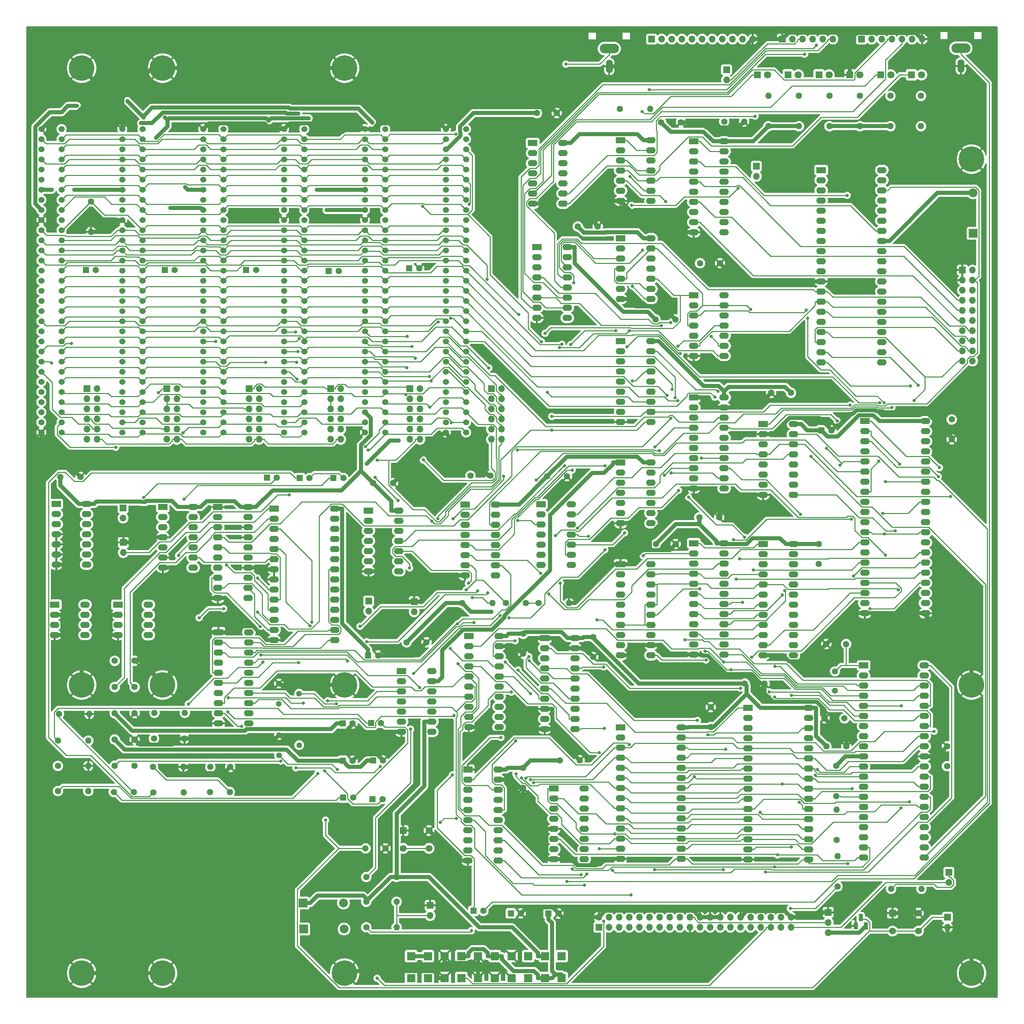
<source format=gbr>
%TF.GenerationSoftware,KiCad,Pcbnew,8.0.6*%
%TF.CreationDate,2025-06-11T07:28:06-05:00*%
%TF.ProjectId,CortexPC,436f7274-6578-4504-932e-6b696361645f,V0.5*%
%TF.SameCoordinates,Original*%
%TF.FileFunction,Copper,L2,Bot*%
%TF.FilePolarity,Positive*%
%FSLAX46Y46*%
G04 Gerber Fmt 4.6, Leading zero omitted, Abs format (unit mm)*
G04 Created by KiCad (PCBNEW 8.0.6) date 2025-06-11 07:28:06*
%MOMM*%
%LPD*%
G01*
G04 APERTURE LIST*
G04 Aperture macros list*
%AMRoundRect*
0 Rectangle with rounded corners*
0 $1 Rounding radius*
0 $2 $3 $4 $5 $6 $7 $8 $9 X,Y pos of 4 corners*
0 Add a 4 corners polygon primitive as box body*
4,1,4,$2,$3,$4,$5,$6,$7,$8,$9,$2,$3,0*
0 Add four circle primitives for the rounded corners*
1,1,$1+$1,$2,$3*
1,1,$1+$1,$4,$5*
1,1,$1+$1,$6,$7*
1,1,$1+$1,$8,$9*
0 Add four rect primitives between the rounded corners*
20,1,$1+$1,$2,$3,$4,$5,0*
20,1,$1+$1,$4,$5,$6,$7,0*
20,1,$1+$1,$6,$7,$8,$9,0*
20,1,$1+$1,$8,$9,$2,$3,0*%
G04 Aperture macros list end*
%TA.AperFunction,ComponentPad*%
%ADD10R,1.700000X1.700000*%
%TD*%
%TA.AperFunction,ComponentPad*%
%ADD11O,1.700000X1.700000*%
%TD*%
%TA.AperFunction,ComponentPad*%
%ADD12R,1.600000X1.600000*%
%TD*%
%TA.AperFunction,ComponentPad*%
%ADD13C,1.600000*%
%TD*%
%TA.AperFunction,ComponentPad*%
%ADD14R,2.400000X1.600000*%
%TD*%
%TA.AperFunction,ComponentPad*%
%ADD15O,2.400000X1.600000*%
%TD*%
%TA.AperFunction,ComponentPad*%
%ADD16C,3.600000*%
%TD*%
%TA.AperFunction,ConnectorPad*%
%ADD17C,6.400000*%
%TD*%
%TA.AperFunction,ComponentPad*%
%ADD18O,1.600000X1.600000*%
%TD*%
%TA.AperFunction,ComponentPad*%
%ADD19R,2.125980X2.125980*%
%TD*%
%TA.AperFunction,ComponentPad*%
%ADD20C,1.700000*%
%TD*%
%TA.AperFunction,ComponentPad*%
%ADD21R,1.800000X1.800000*%
%TD*%
%TA.AperFunction,ComponentPad*%
%ADD22C,1.800000*%
%TD*%
%TA.AperFunction,ComponentPad*%
%ADD23C,1.524000*%
%TD*%
%TA.AperFunction,ComponentPad*%
%ADD24C,1.440000*%
%TD*%
%TA.AperFunction,ComponentPad*%
%ADD25O,4.800000X2.400000*%
%TD*%
%TA.AperFunction,ComponentPad*%
%ADD26O,1.700000X3.400000*%
%TD*%
%TA.AperFunction,ComponentPad*%
%ADD27R,2.200000X2.200000*%
%TD*%
%TA.AperFunction,ComponentPad*%
%ADD28O,2.200000X2.200000*%
%TD*%
%TA.AperFunction,ComponentPad*%
%ADD29R,1.100000X1.800000*%
%TD*%
%TA.AperFunction,ComponentPad*%
%ADD30RoundRect,0.275000X-0.275000X-0.625000X0.275000X-0.625000X0.275000X0.625000X-0.275000X0.625000X0*%
%TD*%
%TA.AperFunction,ComponentPad*%
%ADD31C,1.500000*%
%TD*%
%TA.AperFunction,ViaPad*%
%ADD32C,0.800000*%
%TD*%
%TA.AperFunction,Conductor*%
%ADD33C,0.250000*%
%TD*%
%TA.AperFunction,Conductor*%
%ADD34C,1.000000*%
%TD*%
G04 APERTURE END LIST*
D10*
%TO.P,J21,1,Pin_1*%
%TO.N,Net-(J21-Pin_1)*%
X118770400Y-164007800D03*
D11*
%TO.P,J21,2,Pin_2*%
%TO.N,Net-(J21-Pin_2)*%
X118770400Y-166547800D03*
%TD*%
D12*
%TO.P,C58,1*%
%TO.N,Net-(C58-Pad1)*%
X101422200Y-133096000D03*
D13*
%TO.P,C58,2*%
%TO.N,Net-(J23-Pin_2)*%
X103922200Y-133096000D03*
%TD*%
D14*
%TO.P,U32,1,GAIN*%
%TO.N,Net-(R25-Pad2)*%
X55803800Y-164947600D03*
D15*
%TO.P,U32,2,-*%
%TO.N,GND*%
X55803800Y-167487600D03*
%TO.P,U32,3,+*%
%TO.N,Net-(U32-+)*%
X55803800Y-170027600D03*
%TO.P,U32,4,GND*%
%TO.N,GND*%
X55803800Y-172567600D03*
%TO.P,U32,5*%
%TO.N,Net-(C56-Pad1)*%
X63423800Y-172567600D03*
%TO.P,U32,6,V+*%
%TO.N,+12V*%
X63423800Y-170027600D03*
%TO.P,U32,7,BYPASS*%
%TO.N,unconnected-(U32-BYPASS-Pad7)*%
X63423800Y-167487600D03*
%TO.P,U32,8,GAIN*%
%TO.N,unconnected-(U32-GAIN-Pad8)*%
X63423800Y-164947600D03*
%TD*%
D16*
%TO.P,P18,1,1*%
%TO.N,GND*%
X112718400Y-30152000D03*
D17*
X112718400Y-30152000D03*
%TD*%
D13*
%TO.P,C47,1*%
%TO.N,Net-(C47-Pad1)*%
X54740800Y-211963000D03*
%TO.P,C47,2*%
%TO.N,Net-(C47-Pad2)*%
X59740800Y-211963000D03*
%TD*%
%TO.P,R1,1*%
%TO.N,Net-(D1-A)*%
X242173800Y-37118000D03*
D18*
%TO.P,R1,2*%
%TO.N,VCC*%
X242173800Y-44738000D03*
%TD*%
D19*
%TO.P,P5,1,Pin_1*%
%TO.N,+3V3*%
X129443500Y-253197380D03*
%TO.P,P5,2,Pin_2*%
X129443500Y-258699020D03*
%TO.P,P5,3,Pin_3*%
X133644660Y-253197380D03*
%TO.P,P5,4,Pin_4*%
%TO.N,-12V*%
X133644660Y-258699020D03*
%TO.P,P5,5,Pin_5*%
%TO.N,GND*%
X137843280Y-253197380D03*
%TO.P,P5,6,Pin_6*%
X137843280Y-258699020D03*
%TO.P,P5,7,Pin_7*%
%TO.N,VCC*%
X142044440Y-253197380D03*
%TO.P,P5,8,Pin_8*%
%TO.N,PWR_ON*%
X142044440Y-258699020D03*
%TO.P,P5,9,Pin_9*%
%TO.N,GND*%
X146243060Y-253197380D03*
%TO.P,P5,10,Pin_10*%
X146243060Y-258699020D03*
%TO.P,P5,11,Pin_11*%
%TO.N,VCC*%
X150444220Y-253197380D03*
%TO.P,P5,12,Pin_12*%
%TO.N,GND*%
X150444220Y-258699020D03*
%TO.P,P5,13,Pin_13*%
X154642840Y-253197380D03*
%TO.P,P5,14,Pin_14*%
X154642840Y-258699020D03*
%TO.P,P5,15,Pin_15*%
%TO.N,PG*%
X158844000Y-253197380D03*
%TO.P,P5,16,Pin_16*%
%TO.N,-5V*%
X158844000Y-258699020D03*
%TO.P,P5,17,Pin_17*%
%TO.N,5VSB*%
X163042620Y-253197380D03*
%TO.P,P5,18,Pin_18*%
%TO.N,VCC*%
X163042620Y-258699020D03*
%TO.P,P5,19,Pin_19*%
%TO.N,+12V*%
X167243780Y-253197380D03*
%TO.P,P5,20,Pin_20*%
%TO.N,VCC*%
X167243780Y-258699020D03*
%TD*%
D13*
%TO.P,C11,1*%
%TO.N,VCC*%
X202010000Y-79146400D03*
%TO.P,C11,2*%
%TO.N,GND*%
X207010000Y-79146400D03*
%TD*%
D14*
%TO.P,U7,1,D2*%
%TO.N,CPU-D2*%
X142976600Y-139750800D03*
D15*
%TO.P,U7,2,D1*%
%TO.N,CPU-D1*%
X142976600Y-142290800D03*
%TO.P,U7,3,D0*%
%TO.N,CPU-D0*%
X142976600Y-144830800D03*
%TO.P,U7,4,READY*%
%TO.N,Net-(U7-READY)*%
X142976600Y-147370800D03*
%TO.P,U7,5,~{WE}*%
%TO.N,~{PWE}*%
X142976600Y-149910800D03*
%TO.P,U7,6,~{CE}*%
%TO.N,~{SNDSEL}*%
X142976600Y-152450800D03*
%TO.P,U7,7,AOUT*%
%TO.N,Net-(U7-AOUT)*%
X142976600Y-154990800D03*
%TO.P,U7,8,GND*%
%TO.N,GND*%
X142976600Y-157530800D03*
%TO.P,U7,9,AIN*%
%TO.N,unconnected-(U7-AIN-Pad9)*%
X150596600Y-157530800D03*
%TO.P,U7,10,D7*%
%TO.N,CPU-D7*%
X150596600Y-154990800D03*
%TO.P,U7,11,D6*%
%TO.N,CPU-D6*%
X150596600Y-152450800D03*
%TO.P,U7,12,D5*%
%TO.N,CPU-D5*%
X150596600Y-149910800D03*
%TO.P,U7,13,D4*%
%TO.N,CPU-D4*%
X150596600Y-147370800D03*
%TO.P,U7,14,CLK*%
%TO.N,SOUNDCLOCK*%
X150596600Y-144830800D03*
%TO.P,U7,15,D3*%
%TO.N,CPU-D3*%
X150596600Y-142290800D03*
%TO.P,U7,16,VCC*%
%TO.N,VCC*%
X150596600Y-139750800D03*
%TD*%
D13*
%TO.P,C37,1*%
%TO.N,VCC*%
X54969400Y-179013000D03*
%TO.P,C37,2*%
%TO.N,GND*%
X59969400Y-179013000D03*
%TD*%
%TO.P,R7,1*%
%TO.N,Net-(D3-A)*%
X234508000Y-37118000D03*
D18*
%TO.P,R7,2*%
%TO.N,VCC*%
X234508000Y-44738000D03*
%TD*%
D14*
%TO.P,U12,1*%
%TO.N,IOR*%
X182067200Y-72872600D03*
D15*
%TO.P,U12,2*%
%TO.N,SMEMR*%
X182067200Y-75412600D03*
%TO.P,U12,3*%
%TO.N,Net-(U1-Pad11)*%
X182067200Y-77952600D03*
%TO.P,U12,4*%
%TO.N,~{CPU-IORQ}*%
X182067200Y-80492600D03*
%TO.P,U12,5*%
%TO.N,~{PWE}*%
X182067200Y-83032600D03*
%TO.P,U12,6*%
%TO.N,IOW*%
X182067200Y-85572600D03*
%TO.P,U12,7,GND*%
%TO.N,GND*%
X182067200Y-88112600D03*
%TO.P,U12,8*%
%TO.N,IOR*%
X189687200Y-88112600D03*
%TO.P,U12,9*%
%TO.N,~{CPU-IORQ}*%
X189687200Y-85572600D03*
%TO.P,U12,10*%
%TO.N,~{DBIN}*%
X189687200Y-83032600D03*
%TO.P,U12,11*%
%TO.N,SMEMW*%
X189687200Y-80492600D03*
%TO.P,U12,12*%
%TO.N,~{CPU-MREQ}*%
X189687200Y-77952600D03*
%TO.P,U12,13*%
%TO.N,~{PWE}*%
X189687200Y-75412600D03*
%TO.P,U12,14,VCC*%
%TO.N,VCC*%
X189687200Y-72872600D03*
%TD*%
D12*
%TO.P,C26,1*%
%TO.N,VCC*%
X232526200Y-121132600D03*
D13*
%TO.P,C26,2*%
%TO.N,GND*%
X235026200Y-121132600D03*
%TD*%
D10*
%TO.P,J17,1,Pin_1*%
%TO.N,B_INT*%
X149580600Y-110693200D03*
D11*
%TO.P,J17,2,Pin_2*%
%TO.N,Net-(J17-Pin_2)*%
X152120600Y-110693200D03*
%TO.P,J17,3,Pin_3*%
%TO.N,B_INT*%
X149580600Y-113233200D03*
%TO.P,J17,4,Pin_4*%
%TO.N,Net-(J17-Pin_4)*%
X152120600Y-113233200D03*
%TO.P,J17,5,Pin_5*%
%TO.N,B_INT*%
X149580600Y-115773200D03*
%TO.P,J17,6,Pin_6*%
%TO.N,Net-(J17-Pin_6)*%
X152120600Y-115773200D03*
%TO.P,J17,7,Pin_7*%
%TO.N,B_INT*%
X149580600Y-118313200D03*
%TO.P,J17,8,Pin_8*%
%TO.N,Net-(J17-Pin_8)*%
X152120600Y-118313200D03*
%TO.P,J17,9,Pin_9*%
%TO.N,B_INT*%
X149580600Y-120853200D03*
%TO.P,J17,10,Pin_10*%
%TO.N,Net-(J17-Pin_10)*%
X152120600Y-120853200D03*
%TO.P,J17,11,Pin_11*%
%TO.N,B_INT*%
X149580600Y-123393200D03*
%TO.P,J17,12,Pin_12*%
%TO.N,isa_iq_1*%
X152120600Y-123393200D03*
%TD*%
D13*
%TO.P,C2,1*%
%TO.N,VCC*%
X208080600Y-43561000D03*
%TO.P,C2,2*%
%TO.N,GND*%
X213080600Y-43561000D03*
%TD*%
%TO.P,C6,1*%
%TO.N,VCC*%
X190884800Y-149682200D03*
%TO.P,C6,2*%
%TO.N,GND*%
X195884800Y-149682200D03*
%TD*%
%TO.P,C5,1*%
%TO.N,VCC*%
X233734600Y-200507600D03*
%TO.P,C5,2*%
%TO.N,GND*%
X238734600Y-200507600D03*
%TD*%
D16*
%TO.P,P16,1,1*%
%TO.N,GND*%
X112718400Y-185092000D03*
D17*
X112718400Y-185092000D03*
%TD*%
D13*
%TO.P,R16,1*%
%TO.N,5VSB*%
X118160800Y-239547400D03*
D18*
%TO.P,R16,2*%
%TO.N,Net-(P6-Pin_2)*%
X125780800Y-239547400D03*
%TD*%
D13*
%TO.P,R6,1*%
%TO.N,Net-(D8-A)*%
X249839500Y-37118000D03*
D18*
%TO.P,R6,2*%
%TO.N,VCC*%
X249839500Y-44738000D03*
%TD*%
D10*
%TO.P,J11,1,Pin_1*%
%TO.N,B_INT*%
X68040000Y-110693200D03*
D11*
%TO.P,J11,2,Pin_2*%
%TO.N,Net-(J11-Pin_2)*%
X70580000Y-110693200D03*
%TO.P,J11,3,Pin_3*%
%TO.N,B_INT*%
X68040000Y-113233200D03*
%TO.P,J11,4,Pin_4*%
%TO.N,Net-(J11-Pin_4)*%
X70580000Y-113233200D03*
%TO.P,J11,5,Pin_5*%
%TO.N,B_INT*%
X68040000Y-115773200D03*
%TO.P,J11,6,Pin_6*%
%TO.N,Net-(J11-Pin_6)*%
X70580000Y-115773200D03*
%TO.P,J11,7,Pin_7*%
%TO.N,B_INT*%
X68040000Y-118313200D03*
%TO.P,J11,8,Pin_8*%
%TO.N,Net-(J11-Pin_8)*%
X70580000Y-118313200D03*
%TO.P,J11,9,Pin_9*%
%TO.N,B_INT*%
X68040000Y-120853200D03*
%TO.P,J11,10,Pin_10*%
%TO.N,Net-(J11-Pin_10)*%
X70580000Y-120853200D03*
%TO.P,J11,11,Pin_11*%
%TO.N,B_INT*%
X68040000Y-123393200D03*
%TO.P,J11,12,Pin_12*%
%TO.N,isa_iq_1*%
X70580000Y-123393200D03*
%TD*%
D13*
%TO.P,C27,1*%
%TO.N,VCC*%
X163605200Y-132664200D03*
%TO.P,C27,2*%
%TO.N,GND*%
X168605200Y-132664200D03*
%TD*%
D14*
%TO.P,U1,1*%
%TO.N,unconnected-(U1-Pad1)*%
X118719600Y-141274800D03*
D15*
%TO.P,U1,2*%
%TO.N,unconnected-(U1-Pad2)*%
X118719600Y-143814800D03*
%TO.P,U1,3*%
%TO.N,unconnected-(U1-Pad3)*%
X118719600Y-146354800D03*
%TO.P,U1,4*%
%TO.N,unconnected-(U1-Pad4)*%
X118719600Y-148894800D03*
%TO.P,U1,5*%
%TO.N,unconnected-(U1-Pad5)*%
X118719600Y-151434800D03*
%TO.P,U1,6*%
%TO.N,unconnected-(U1-Pad6)*%
X118719600Y-153974800D03*
%TO.P,U1,7,GND*%
%TO.N,GND*%
X118719600Y-156514800D03*
%TO.P,U1,8*%
%TO.N,unconnected-(U1-Pad8)*%
X126339600Y-156514800D03*
%TO.P,U1,9*%
%TO.N,unconnected-(U1-Pad9)*%
X126339600Y-153974800D03*
%TO.P,U1,10*%
%TO.N,Net-(U25-A->B)*%
X126339600Y-151434800D03*
%TO.P,U1,11*%
%TO.N,Net-(U1-Pad11)*%
X126339600Y-148894800D03*
%TO.P,U1,12*%
%TO.N,unconnected-(U1-Pad12)*%
X126339600Y-146354800D03*
%TO.P,U1,13*%
%TO.N,unconnected-(U1-Pad13)*%
X126339600Y-143814800D03*
%TO.P,U1,14,VCC*%
%TO.N,VCC*%
X126339600Y-141274800D03*
%TD*%
D14*
%TO.P,U23,1,RS2*%
%TO.N,CPU-A2*%
X243382800Y-118821200D03*
D15*
%TO.P,U23,2,MA3*%
%TO.N,RA15*%
X243382800Y-121361200D03*
%TO.P,U23,3,RS3*%
%TO.N,CPU-A3*%
X243382800Y-123901200D03*
%TO.P,U23,4,~{CS}*%
%TO.N,~{MAPSEL}*%
X243382800Y-126441200D03*
%TO.P,U23,5,~{STROBE}*%
%TO.N,~{PWE}*%
X243382800Y-128981200D03*
%TO.P,U23,6,R/~{W}*%
%TO.N,Net-(U23-R{slash}~{W})*%
X243382800Y-131521200D03*
%TO.P,U23,7,D0*%
%TO.N,CPU-D3*%
X243382800Y-134061200D03*
%TO.P,U23,8,D1*%
%TO.N,CPU-D4*%
X243382800Y-136601200D03*
%TO.P,U23,9,D2*%
%TO.N,CPU-D5*%
X243382800Y-139141200D03*
%TO.P,U23,10,D3*%
%TO.N,CPU-D6*%
X243382800Y-141681200D03*
%TO.P,U23,11,D4*%
%TO.N,CPU-D7*%
X243382800Y-144221200D03*
%TO.P,U23,12,D5*%
%TO.N,CPU-D3*%
X243382800Y-146761200D03*
%TO.P,U23,13,~{MM}*%
%TO.N,Net-(D3-K)*%
X243382800Y-149301200D03*
%TO.P,U23,14,MO0*%
%TO.N,unconnected-(U23-MO0-Pad14)*%
X243382800Y-151841200D03*
%TO.P,U23,15,MO1*%
%TO.N,CPU-A16*%
X243382800Y-154381200D03*
%TO.P,U23,16,MO2*%
%TO.N,CPU-A17*%
X243382800Y-156921200D03*
%TO.P,U23,17,MO3*%
%TO.N,CPU-A18*%
X243382800Y-159461200D03*
%TO.P,U23,18,MO4*%
%TO.N,PROTECT*%
X243382800Y-162001200D03*
%TO.P,U23,19,MO5*%
%TO.N,unconnected-(U23-MO5-Pad19)*%
X243382800Y-164541200D03*
%TO.P,U23,20,VSS*%
%TO.N,GND*%
X243382800Y-167081200D03*
%TO.P,U23,21,~{M3}*%
X258622800Y-167081200D03*
%TO.P,U23,22,MO6*%
%TO.N,unconnected-(U23-MO6-Pad22)*%
X258622800Y-164541200D03*
%TO.P,U23,23,MO7*%
%TO.N,unconnected-(U23-MO7-Pad23)*%
X258622800Y-162001200D03*
%TO.P,U23,24,MO8*%
%TO.N,CPU-A15*%
X258622800Y-159461200D03*
%TO.P,U23,25,MO9*%
%TO.N,CPU-A12*%
X258622800Y-156921200D03*
%TO.P,U23,26,MO10*%
%TO.N,CPU-A13*%
X258622800Y-154381200D03*
%TO.P,U23,27,MO11*%
%TO.N,CPU-A14*%
X258622800Y-151841200D03*
%TO.P,U23,28,NC*%
%TO.N,unconnected-(U23-NC-Pad28)*%
X258622800Y-149301200D03*
%TO.P,U23,29,D6*%
%TO.N,CPU-D3*%
X258622800Y-146761200D03*
%TO.P,U23,30,D7*%
X258622800Y-144221200D03*
%TO.P,U23,31,D8*%
X258622800Y-141681200D03*
%TO.P,U23,32,D9*%
%TO.N,CPU-D0*%
X258622800Y-139141200D03*
%TO.P,U23,33,D10*%
%TO.N,CPU-D1*%
X258622800Y-136601200D03*
%TO.P,U23,34,D11*%
%TO.N,CPU-D2*%
X258622800Y-134061200D03*
%TO.P,U23,35,MA0*%
%TO.N,RA12*%
X258622800Y-131521200D03*
%TO.P,U23,36,RS0*%
%TO.N,CPU-A0*%
X258622800Y-128981200D03*
%TO.P,U23,37,MA1*%
%TO.N,RA13*%
X258622800Y-126441200D03*
%TO.P,U23,38,RS1*%
%TO.N,CPU-A1*%
X258622800Y-123901200D03*
%TO.P,U23,39,MA2*%
%TO.N,RA14*%
X258622800Y-121361200D03*
%TO.P,U23,40,VCC*%
%TO.N,VCC*%
X258622800Y-118821200D03*
%TD*%
D14*
%TO.P,U22,1,A0*%
%TO.N,CPU-A1*%
X161036000Y-75107800D03*
D15*
%TO.P,U22,2,A1*%
%TO.N,CPU-A2*%
X161036000Y-77647800D03*
%TO.P,U22,3,A2*%
%TO.N,CPU-A3*%
X161036000Y-80187800D03*
%TO.P,U22,4,Q0*%
%TO.N,~{ROMEN}*%
X161036000Y-82727800D03*
%TO.P,U22,5,Q1*%
%TO.N,MAPEN*%
X161036000Y-85267800D03*
%TO.P,U22,6,Q2*%
%TO.N,USER*%
X161036000Y-87807800D03*
%TO.P,U22,7,Q3*%
%TO.N,USEROUT1*%
X161036000Y-90347800D03*
%TO.P,U22,8,GND*%
%TO.N,GND*%
X161036000Y-92887800D03*
%TO.P,U22,9,Q4*%
%TO.N,USEROUT2*%
X168656000Y-92887800D03*
%TO.P,U22,10,Q5*%
%TO.N,USEROUT3*%
X168656000Y-90347800D03*
%TO.P,U22,11,Q6*%
%TO.N,USEROUT4*%
X168656000Y-87807800D03*
%TO.P,U22,12,Q7*%
%TO.N,USEROUT5*%
X168656000Y-85267800D03*
%TO.P,U22,13,D*%
%TO.N,CPU-A0*%
X168656000Y-82727800D03*
%TO.P,U22,14,E*%
%TO.N,~{FLAGSEL}*%
X168656000Y-80187800D03*
%TO.P,U22,15,Clr*%
%TO.N,{slash}RESET*%
X168656000Y-77647800D03*
%TO.P,U22,16,VCC*%
%TO.N,VCC*%
X168656000Y-75107800D03*
%TD*%
D14*
%TO.P,U20,1,OE*%
%TO.N,GND*%
X81051400Y-171831000D03*
D15*
%TO.P,U20,2,O0*%
%TO.N,Net-(U16-D0)*%
X81051400Y-174371000D03*
%TO.P,U20,3,D0*%
%TO.N,CPU-D0*%
X81051400Y-176911000D03*
%TO.P,U20,4,D1*%
%TO.N,CPU-D1*%
X81051400Y-179451000D03*
%TO.P,U20,5,O1*%
%TO.N,Net-(U16-D1)*%
X81051400Y-181991000D03*
%TO.P,U20,6,O2*%
%TO.N,Net-(U16-D2)*%
X81051400Y-184531000D03*
%TO.P,U20,7,D2*%
%TO.N,CPU-D2*%
X81051400Y-187071000D03*
%TO.P,U20,8,D3*%
%TO.N,CPU-D3*%
X81051400Y-189611000D03*
%TO.P,U20,9,O3*%
%TO.N,Net-(U16-D3)*%
X81051400Y-192151000D03*
%TO.P,U20,10,GND*%
%TO.N,GND*%
X81051400Y-194691000D03*
%TO.P,U20,11,Cp*%
%TO.N,Net-(U19-Cp)*%
X88671400Y-194691000D03*
%TO.P,U20,12,O4*%
%TO.N,Net-(U16-D4)*%
X88671400Y-192151000D03*
%TO.P,U20,13,D4*%
%TO.N,CPU-D4*%
X88671400Y-189611000D03*
%TO.P,U20,14,D5*%
%TO.N,CPU-D5*%
X88671400Y-187071000D03*
%TO.P,U20,15,O5*%
%TO.N,Net-(U16-D5)*%
X88671400Y-184531000D03*
%TO.P,U20,16,O6*%
%TO.N,Net-(U16-D6)*%
X88671400Y-181991000D03*
%TO.P,U20,17,D6*%
%TO.N,CPU-D6*%
X88671400Y-179451000D03*
%TO.P,U20,18,D7*%
%TO.N,CPU-D7*%
X88671400Y-176911000D03*
%TO.P,U20,19,O7*%
%TO.N,Net-(U16-D7)*%
X88671400Y-174371000D03*
%TO.P,U20,20,VCC*%
%TO.N,VCC*%
X88671400Y-171831000D03*
%TD*%
D16*
%TO.P,P13,1,1*%
%TO.N,GND*%
X46678400Y-257482000D03*
D17*
X46678400Y-257482000D03*
%TD*%
D13*
%TO.P,R5,1*%
%TO.N,{slash}AEN*%
X48996600Y-63652400D03*
D18*
%TO.P,R5,2*%
%TO.N,GND*%
X48996600Y-71272400D03*
%TD*%
D13*
%TO.P,C17,1*%
%TO.N,VCC*%
X166754800Y-204012800D03*
%TO.P,C17,2*%
%TO.N,GND*%
X171754800Y-204012800D03*
%TD*%
D10*
%TO.P,J7,1,Pin_1*%
%TO.N,USEROUT1*%
X242544600Y-22860000D03*
D11*
%TO.P,J7,2,Pin_2*%
%TO.N,USEROUT2*%
X245084600Y-22860000D03*
%TO.P,J7,3,Pin_3*%
%TO.N,USEROUT3*%
X247624600Y-22860000D03*
%TO.P,J7,4,Pin_4*%
%TO.N,USEROUT4*%
X250164600Y-22860000D03*
%TO.P,J7,5,Pin_5*%
%TO.N,USEROUT5*%
X252704600Y-22860000D03*
%TO.P,J7,6,Pin_6*%
%TO.N,VCC*%
X255244600Y-22860000D03*
%TO.P,J7,7,Pin_7*%
%TO.N,GND*%
X257784600Y-22860000D03*
%TD*%
D10*
%TO.P,P6,1,Pin_1*%
%TO.N,GND*%
X134188200Y-240461800D03*
D11*
%TO.P,P6,2,Pin_2*%
%TO.N,Net-(P6-Pin_2)*%
X134188200Y-243001800D03*
%TD*%
D10*
%TO.P,J23,1,Pin_1*%
%TO.N,GND*%
X57124600Y-149301200D03*
D11*
%TO.P,J23,2,Pin_2*%
%TO.N,Net-(J23-Pin_2)*%
X57124600Y-151841200D03*
%TD*%
D13*
%TO.P,C33,1*%
%TO.N,{slash}RESET*%
X117978200Y-226134800D03*
%TO.P,C33,2*%
%TO.N,GND*%
X122978200Y-226134800D03*
%TD*%
D12*
%TO.P,C43,1*%
%TO.N,VCC*%
X112231800Y-204117600D03*
D13*
%TO.P,C43,2*%
%TO.N,GND*%
X114731800Y-204117600D03*
%TD*%
D14*
%TO.P,U30,1,I0/CLK*%
%TO.N,~{MEMEN}*%
X217849800Y-149713200D03*
D15*
%TO.P,U30,2,I1*%
%TO.N,~{WE}*%
X217849800Y-152253200D03*
%TO.P,U30,3,I2*%
%TO.N,unconnected-(U30-I2-Pad3)*%
X217849800Y-154793200D03*
%TO.P,U30,4,I3*%
%TO.N,~{ISFE}*%
X217849800Y-157333200D03*
%TO.P,U30,5,I4*%
%TO.N,RA15*%
X217849800Y-159873200D03*
%TO.P,U30,6,I5*%
%TO.N,CPU-A7*%
X217849800Y-162413200D03*
%TO.P,U30,7,I6*%
%TO.N,CPU-A6*%
X217849800Y-164953200D03*
%TO.P,U30,8,I7*%
%TO.N,~{ROMEN}*%
X217849800Y-167493200D03*
%TO.P,U30,9,I8*%
%TO.N,~{CRUCLK}*%
X217849800Y-170033200D03*
%TO.P,U30,10,I9*%
%TO.N,USER*%
X217849800Y-172573200D03*
%TO.P,U30,11,I10*%
%TO.N,PROTECT*%
X217849800Y-175113200D03*
%TO.P,U30,12,GND*%
%TO.N,GND*%
X217849800Y-177653200D03*
%TO.P,U30,13,I11*%
%TO.N,unconnected-(U30-I11-Pad13)*%
X225469800Y-177653200D03*
%TO.P,U30,14,O9*%
%TO.N,~{CPU-MREQ}*%
X225469800Y-175113200D03*
%TO.P,U30,15,O8*%
%TO.N,unconnected-(U30-O8-Pad15)*%
X225469800Y-172573200D03*
%TO.P,U30,16,O7*%
%TO.N,~{FLAGSEL}*%
X225469800Y-170033200D03*
%TO.P,U30,17,O6*%
%TO.N,unconnected-(U30-O6-Pad17)*%
X225469800Y-167493200D03*
%TO.P,U30,18,O5*%
%TO.N,unconnected-(U30-O5-Pad18)*%
X225469800Y-164953200D03*
%TO.P,U30,19,O4*%
%TO.N,~{PWE}*%
X225469800Y-162413200D03*
%TO.P,U30,20,O3*%
%TO.N,unconnected-(U30-O3-Pad20)*%
X225469800Y-159873200D03*
%TO.P,U30,21,O2*%
%TO.N,unconnected-(U30-O2-Pad21)*%
X225469800Y-157333200D03*
%TO.P,U30,22,O1*%
%TO.N,~{ONBOARDRAM}*%
X225469800Y-154793200D03*
%TO.P,U30,23,O0*%
%TO.N,unconnected-(U30-O0-Pad23)*%
X225469800Y-152253200D03*
%TO.P,U30,24,VCC*%
%TO.N,VCC*%
X225469800Y-149713200D03*
%TD*%
D10*
%TO.P,SW1,1,1*%
%TO.N,GND*%
X250344800Y-242413400D03*
D20*
X256844800Y-242413400D03*
%TO.P,SW1,2,2*%
%TO.N,{slash}RESET*%
X250344800Y-246913400D03*
X256844800Y-246913400D03*
%TD*%
D13*
%TO.P,R23,1*%
%TO.N,Net-(U32-+)*%
X64846200Y-198551800D03*
D18*
%TO.P,R23,2*%
%TO.N,GND*%
X72466200Y-198551800D03*
%TD*%
D13*
%TO.P,C25,1*%
%TO.N,VCC*%
X157581600Y-172237400D03*
%TO.P,C25,2*%
%TO.N,GND*%
X157581600Y-177237400D03*
%TD*%
%TO.P,C23,1*%
%TO.N,VCC*%
X175183800Y-173079400D03*
%TO.P,C23,2*%
%TO.N,GND*%
X175183800Y-178079400D03*
%TD*%
D14*
%TO.P,U15,1,A0*%
%TO.N,CPU-D5*%
X165277800Y-211099400D03*
D15*
%TO.P,U15,2,A1*%
%TO.N,CPU-D6*%
X165277800Y-213639400D03*
%TO.P,U15,3,A2*%
%TO.N,CPU-D7*%
X165277800Y-216179400D03*
%TO.P,U15,4,E1*%
%TO.N,~{WE}*%
X165277800Y-218719400D03*
%TO.P,U15,5,E2*%
%TO.N,GND*%
X165277800Y-221259400D03*
%TO.P,U15,6,E3*%
%TO.N,~{MEMEN}*%
X165277800Y-223799400D03*
%TO.P,U15,7,O7*%
%TO.N,Net-(U15-O7)*%
X165277800Y-226339400D03*
%TO.P,U15,8,GND*%
%TO.N,GND*%
X165277800Y-228879400D03*
%TO.P,U15,9,O6*%
%TO.N,unconnected-(U15-O6-Pad9)*%
X172897800Y-228879400D03*
%TO.P,U15,10,O5*%
%TO.N,unconnected-(U15-O5-Pad10)*%
X172897800Y-226339400D03*
%TO.P,U15,11,O4*%
%TO.N,unconnected-(U15-O4-Pad11)*%
X172897800Y-223799400D03*
%TO.P,U15,12,O3*%
%TO.N,unconnected-(U15-O3-Pad12)*%
X172897800Y-221259400D03*
%TO.P,U15,13,O2*%
%TO.N,Net-(D2-K)*%
X172897800Y-218719400D03*
%TO.P,U15,14,O1*%
%TO.N,unconnected-(U15-O1-Pad14)*%
X172897800Y-216179400D03*
%TO.P,U15,15,O0*%
%TO.N,~{CRUCLK}*%
X172897800Y-213639400D03*
%TO.P,U15,16,VCC*%
%TO.N,VCC*%
X172897800Y-211099400D03*
%TD*%
D13*
%TO.P,C3,1*%
%TO.N,VCC*%
X192205600Y-43738800D03*
%TO.P,C3,2*%
%TO.N,GND*%
X197205600Y-43738800D03*
%TD*%
D12*
%TO.P,C51,1*%
%TO.N,Net-(C51-Pad1)*%
X119724800Y-213766400D03*
D13*
%TO.P,C51,2*%
%TO.N,Net-(J21-Pin_1)*%
X122224800Y-213766400D03*
%TD*%
D16*
%TO.P,P2,1,1*%
%TO.N,GND*%
X66998400Y-30152000D03*
D17*
X66998400Y-30152000D03*
%TD*%
D21*
%TO.P,D8,1,K*%
%TO.N,Net-(D8-K)*%
X247370600Y-31826200D03*
D22*
%TO.P,D8,2,A*%
%TO.N,Net-(D8-A)*%
X249910600Y-31826200D03*
%TD*%
D12*
%TO.P,C57,1*%
%TO.N,Net-(C56-Pad1)*%
X109905800Y-133096000D03*
D13*
%TO.P,C57,2*%
%TO.N,Net-(J23-Pin_2)*%
X112405800Y-133096000D03*
%TD*%
%TO.P,R8,1*%
%TO.N,VCC*%
X236270800Y-224053400D03*
D18*
%TO.P,R8,2*%
%TO.N,~{CPU-WAIT}*%
X236270800Y-216433400D03*
%TD*%
D14*
%TO.P,U5,1,~{R}*%
%TO.N,Net-(U5A-~{R})*%
X182067200Y-48234600D03*
D15*
%TO.P,U5,2,D*%
%TO.N,Net-(U5A-D)*%
X182067200Y-50774600D03*
%TO.P,U5,3,C*%
%TO.N,IAQ*%
X182067200Y-53314600D03*
%TO.P,U5,4,~{S}*%
%TO.N,{slash}RESET*%
X182067200Y-55854600D03*
%TO.P,U5,5,Q*%
%TO.N,Net-(U3-~{NMI})*%
X182067200Y-58394600D03*
%TO.P,U5,6,~{Q}*%
%TO.N,unconnected-(U5A-~{Q}-Pad6)*%
X182067200Y-60934600D03*
%TO.P,U5,7,GND*%
%TO.N,GND*%
X182067200Y-63474600D03*
%TO.P,U5,8,~{Q}*%
%TO.N,unconnected-(U5B-~{Q}-Pad8)*%
X189687200Y-63474600D03*
%TO.P,U5,9,Q*%
%TO.N,Net-(U5A-D)*%
X189687200Y-60934600D03*
%TO.P,U5,10,~{S}*%
%TO.N,{slash}RESET*%
X189687200Y-58394600D03*
%TO.P,U5,11,C*%
%TO.N,IAQ*%
X189687200Y-55854600D03*
%TO.P,U5,12,D*%
%TO.N,Net-(U5B-D)*%
X189687200Y-53314600D03*
%TO.P,U5,13,~{R}*%
%TO.N,Net-(U5A-~{R})*%
X189687200Y-50774600D03*
%TO.P,U5,14,VCC*%
%TO.N,VCC*%
X189687200Y-48234600D03*
%TD*%
D12*
%TO.P,C48,1*%
%TO.N,Net-(C47-Pad1)*%
X112358800Y-213385400D03*
D13*
%TO.P,C48,2*%
%TO.N,Net-(J20-Pin_2)*%
X114858800Y-213385400D03*
%TD*%
%TO.P,R17,1*%
%TO.N,Net-(D10-A)*%
X118160800Y-245948200D03*
D18*
%TO.P,R17,2*%
%TO.N,Net-(P6-Pin_2)*%
X125780800Y-245948200D03*
%TD*%
D10*
%TO.P,J15,1,Pin_1*%
%TO.N,B_INT*%
X109194600Y-110693200D03*
D11*
%TO.P,J15,2,Pin_2*%
%TO.N,Net-(J15-Pin_2)*%
X111734600Y-110693200D03*
%TO.P,J15,3,Pin_3*%
%TO.N,B_INT*%
X109194600Y-113233200D03*
%TO.P,J15,4,Pin_4*%
%TO.N,Net-(J15-Pin_4)*%
X111734600Y-113233200D03*
%TO.P,J15,5,Pin_5*%
%TO.N,B_INT*%
X109194600Y-115773200D03*
%TO.P,J15,6,Pin_6*%
%TO.N,Net-(J15-Pin_6)*%
X111734600Y-115773200D03*
%TO.P,J15,7,Pin_7*%
%TO.N,B_INT*%
X109194600Y-118313200D03*
%TO.P,J15,8,Pin_8*%
%TO.N,Net-(J15-Pin_8)*%
X111734600Y-118313200D03*
%TO.P,J15,9,Pin_9*%
%TO.N,B_INT*%
X109194600Y-120853200D03*
%TO.P,J15,10,Pin_10*%
%TO.N,Net-(J15-Pin_10)*%
X111734600Y-120853200D03*
%TO.P,J15,11,Pin_11*%
%TO.N,B_INT*%
X109194600Y-123393200D03*
%TO.P,J15,12,Pin_12*%
%TO.N,isa_iq_1*%
X111734600Y-123393200D03*
%TD*%
D14*
%TO.P,U16,1,CAP1A*%
%TO.N,Net-(U16-CAP1A)*%
X94970600Y-140766800D03*
D15*
%TO.P,U16,2,CAP1B*%
%TO.N,Net-(U16-CAP1B)*%
X94970600Y-143306800D03*
%TO.P,U16,3,CAP2A*%
%TO.N,Net-(U16-CAP2A)*%
X94970600Y-145846800D03*
%TO.P,U16,4,CAP2B*%
%TO.N,Net-(U16-CAP2B)*%
X94970600Y-148386800D03*
%TO.P,U16,5,~{RES}*%
%TO.N,{slash}RESET*%
X94970600Y-150926800D03*
%TO.P,U16,6,\u03D52*%
%TO.N,SIDCLK*%
X94970600Y-153466800D03*
%TO.P,U16,7,R/~{W}*%
%TO.N,GND*%
X94970600Y-156006800D03*
%TO.P,U16,8,~{CS}*%
X94970600Y-158546800D03*
%TO.P,U16,9,A0*%
%TO.N,Net-(U16-A0)*%
X94970600Y-161086800D03*
%TO.P,U16,10,A1*%
%TO.N,Net-(U16-A1)*%
X94970600Y-163626800D03*
%TO.P,U16,11,A2*%
%TO.N,Net-(U16-A2)*%
X94970600Y-166166800D03*
%TO.P,U16,12,A3*%
%TO.N,Net-(U16-A3)*%
X94970600Y-168706800D03*
%TO.P,U16,13,A4*%
%TO.N,Net-(U16-A4)*%
X94970600Y-171246800D03*
%TO.P,U16,14,GND*%
%TO.N,GND*%
X94970600Y-173786800D03*
%TO.P,U16,15,D0*%
%TO.N,Net-(U16-D0)*%
X110210600Y-173786800D03*
%TO.P,U16,16,D1*%
%TO.N,Net-(U16-D1)*%
X110210600Y-171246800D03*
%TO.P,U16,17,D2*%
%TO.N,Net-(U16-D2)*%
X110210600Y-168706800D03*
%TO.P,U16,18,D3*%
%TO.N,Net-(U16-D3)*%
X110210600Y-166166800D03*
%TO.P,U16,19,D4*%
%TO.N,Net-(U16-D4)*%
X110210600Y-163626800D03*
%TO.P,U16,20,D5*%
%TO.N,Net-(U16-D5)*%
X110210600Y-161086800D03*
%TO.P,U16,21,D6*%
%TO.N,Net-(U16-D6)*%
X110210600Y-158546800D03*
%TO.P,U16,22,D7*%
%TO.N,Net-(U16-D7)*%
X110210600Y-156006800D03*
%TO.P,U16,23,POT_Y*%
%TO.N,unconnected-(U16-POT_Y-Pad23)*%
X110210600Y-153466800D03*
%TO.P,U16,24,POT_X*%
%TO.N,unconnected-(U16-POT_X-Pad24)*%
X110210600Y-150926800D03*
%TO.P,U16,25,+5V*%
%TO.N,VCC*%
X110210600Y-148386800D03*
%TO.P,U16,26,EXT_IN*%
%TO.N,unconnected-(U16-EXT_IN-Pad26)*%
X110210600Y-145846800D03*
%TO.P,U16,27,AUDIO_OUT*%
%TO.N,Net-(U16-AUDIO_OUT)*%
X110210600Y-143306800D03*
%TO.P,U16,28,+12V*%
%TO.N,+12V*%
X110210600Y-140766800D03*
%TD*%
D13*
%TO.P,C45,1*%
%TO.N,VCC*%
X54969400Y-198783000D03*
%TO.P,C45,2*%
%TO.N,GND*%
X59969400Y-198783000D03*
%TD*%
D14*
%TO.P,U13,1*%
%TO.N,~{DBIN}*%
X200431400Y-87198200D03*
D15*
%TO.P,U13,2*%
%TO.N,~{VideoSel}*%
X200431400Y-89738200D03*
%TO.P,U13,3*%
%TO.N,~{VideoRead}*%
X200431400Y-92278200D03*
%TO.P,U13,4*%
%TO.N,~{PWE}*%
X200431400Y-94818200D03*
%TO.P,U13,5*%
%TO.N,~{VideoSel}*%
X200431400Y-97358200D03*
%TO.P,U13,6*%
%TO.N,~{VideoWrite}*%
X200431400Y-99898200D03*
%TO.P,U13,7,GND*%
%TO.N,GND*%
X200431400Y-102438200D03*
%TO.P,U13,8*%
%TO.N,SMEMR*%
X208051400Y-102438200D03*
%TO.P,U13,9*%
%TO.N,~{CPU-MREQ}*%
X208051400Y-99898200D03*
%TO.P,U13,10*%
%TO.N,~{DBIN}*%
X208051400Y-97358200D03*
%TO.P,U13,11*%
%TO.N,Net-(U19-Cp)*%
X208051400Y-94818200D03*
%TO.P,U13,12*%
%TO.N,~{SIDSEL}*%
X208051400Y-92278200D03*
%TO.P,U13,13*%
%TO.N,~{PWE}*%
X208051400Y-89738200D03*
%TO.P,U13,14,VCC*%
%TO.N,VCC*%
X208051400Y-87198200D03*
%TD*%
D21*
%TO.P,D1,1,K*%
%TO.N,GND*%
X239623600Y-31826200D03*
D22*
%TO.P,D1,2,A*%
%TO.N,Net-(D1-A)*%
X242163600Y-31826200D03*
%TD*%
D14*
%TO.P,P1,1*%
%TO.N,unconnected-(P1-Pad1)*%
X40284400Y-139623800D03*
D15*
%TO.P,P1,2*%
%TO.N,unconnected-(P1-Pad2)*%
X40284400Y-142163800D03*
%TO.P,P1,3*%
%TO.N,unconnected-(P1-Pad3)*%
X40284400Y-144703800D03*
%TO.P,P1,4*%
%TO.N,GND*%
X40284400Y-147243800D03*
%TO.P,P1,5*%
X40284400Y-149783800D03*
%TO.P,P1,6*%
X40284400Y-152323800D03*
%TO.P,P1,7*%
X40284400Y-154863800D03*
%TO.P,P1,8*%
%TO.N,BUSCLK*%
X47904400Y-154863800D03*
%TO.P,P1,9*%
X47904400Y-152323800D03*
%TO.P,P1,10*%
X47904400Y-149783800D03*
%TO.P,P1,11*%
X47904400Y-147243800D03*
%TO.P,P1,12*%
%TO.N,unconnected-(P1-Pad12)*%
X47904400Y-144703800D03*
%TO.P,P1,13*%
%TO.N,unconnected-(P1-Pad13)*%
X47904400Y-142163800D03*
%TO.P,P1,14*%
%TO.N,VCC*%
X47904400Y-139623800D03*
%TD*%
D13*
%TO.P,C15,1*%
%TO.N,VCC*%
X264033000Y-205482200D03*
%TO.P,C15,2*%
%TO.N,GND*%
X264033000Y-200482200D03*
%TD*%
%TO.P,R12,1*%
%TO.N,Net-(D6-A)*%
X226842300Y-37118000D03*
D18*
%TO.P,R12,2*%
%TO.N,VCC*%
X226842300Y-44738000D03*
%TD*%
D14*
%TO.P,U25,1,A->B*%
%TO.N,Net-(U25-A->B)*%
X143891000Y-172770800D03*
D15*
%TO.P,U25,2,A0*%
%TO.N,CPU-D0*%
X143891000Y-175310800D03*
%TO.P,U25,3,A1*%
%TO.N,CPU-D1*%
X143891000Y-177850800D03*
%TO.P,U25,4,A2*%
%TO.N,CPU-D2*%
X143891000Y-180390800D03*
%TO.P,U25,5,A3*%
%TO.N,CPU-D3*%
X143891000Y-182930800D03*
%TO.P,U25,6,A4*%
%TO.N,CPU-D4*%
X143891000Y-185470800D03*
%TO.P,U25,7,A5*%
%TO.N,CPU-D5*%
X143891000Y-188010800D03*
%TO.P,U25,8,A6*%
%TO.N,CPU-D6*%
X143891000Y-190550800D03*
%TO.P,U25,9,A7*%
%TO.N,CPU-D7*%
X143891000Y-193090800D03*
%TO.P,U25,10,GND*%
%TO.N,GND*%
X143891000Y-195630800D03*
%TO.P,U25,11,B7*%
%TO.N,B_D7*%
X151511000Y-195630800D03*
%TO.P,U25,12,B6*%
%TO.N,B_D6*%
X151511000Y-193090800D03*
%TO.P,U25,13,B5*%
%TO.N,B_D5*%
X151511000Y-190550800D03*
%TO.P,U25,14,B4*%
%TO.N,B_D4*%
X151511000Y-188010800D03*
%TO.P,U25,15,B3*%
%TO.N,B_D3*%
X151511000Y-185470800D03*
%TO.P,U25,16,B2*%
%TO.N,B_D2*%
X151511000Y-182930800D03*
%TO.P,U25,17,B1*%
%TO.N,B_D1*%
X151511000Y-180390800D03*
%TO.P,U25,18,B0*%
%TO.N,B_D0*%
X151511000Y-177850800D03*
%TO.P,U25,19,CE*%
%TO.N,GND*%
X151511000Y-175310800D03*
%TO.P,U25,20,VCC*%
%TO.N,VCC*%
X151511000Y-172770800D03*
%TD*%
D12*
%TO.P,C28,1*%
%TO.N,VCC*%
X163950200Y-242512200D03*
D13*
%TO.P,C28,2*%
%TO.N,GND*%
X166450200Y-242512200D03*
%TD*%
%TO.P,R20,1*%
%TO.N,Net-(U24-+)*%
X40716200Y-205409800D03*
D18*
%TO.P,R20,2*%
%TO.N,GND*%
X48336200Y-205409800D03*
%TD*%
D10*
%TO.P,J22,1,Pin_1*%
%TO.N,Net-(J22-Pin_1)*%
X57073800Y-140614400D03*
D11*
%TO.P,J22,2,Pin_2*%
%TO.N,Net-(J22-Pin_2)*%
X57073800Y-143154400D03*
%TD*%
D14*
%TO.P,U11,1,I0/CLK*%
%TO.N,~{MEMEN}*%
X200431400Y-149479000D03*
D15*
%TO.P,U11,2,I1*%
%TO.N,CPU-A5*%
X200431400Y-152019000D03*
%TO.P,U11,3,I2*%
%TO.N,CPU-A4*%
X200431400Y-154559000D03*
%TO.P,U11,4,I3*%
%TO.N,~{ISFE}*%
X200431400Y-157099000D03*
%TO.P,U11,5,I4*%
%TO.N,RA15*%
X200431400Y-159639000D03*
%TO.P,U11,6,I5*%
%TO.N,CPU-A7*%
X200431400Y-162179000D03*
%TO.P,U11,7,I6*%
%TO.N,CPU-A6*%
X200431400Y-164719000D03*
%TO.P,U11,8,I7*%
%TO.N,~{ROMEN}*%
X200431400Y-167259000D03*
%TO.P,U11,9,I8*%
%TO.N,unconnected-(U11-I8-Pad9)*%
X200431400Y-169799000D03*
%TO.P,U11,10,I9*%
%TO.N,USER*%
X200431400Y-172339000D03*
%TO.P,U11,11,I10*%
%TO.N,CPU-A3*%
X200431400Y-174879000D03*
%TO.P,U11,12,GND*%
%TO.N,GND*%
X200431400Y-177419000D03*
%TO.P,U11,13,I11*%
%TO.N,CPU-A2*%
X208051400Y-177419000D03*
%TO.P,U11,14,O9*%
%TO.N,~{SIDSEL}*%
X208051400Y-174879000D03*
%TO.P,U11,15,O8*%
%TO.N,~{CPU-IORQ}*%
X208051400Y-172339000D03*
%TO.P,U11,16,O7*%
%TO.N,~{KeyboardSel}*%
X208051400Y-169799000D03*
%TO.P,U11,17,O6*%
%TO.N,WAIT*%
X208051400Y-167259000D03*
%TO.P,U11,18,O5*%
%TO.N,~{9902SEL}*%
X208051400Y-164719000D03*
%TO.P,U11,19,O4*%
%TO.N,~{VideoSel}*%
X208051400Y-162179000D03*
%TO.P,U11,20,O3*%
%TO.N,~{MAPSEL}*%
X208051400Y-159639000D03*
%TO.P,U11,21,O2*%
%TO.N,~{CFSEL}*%
X208051400Y-157099000D03*
%TO.P,U11,22,O1*%
%TO.N,~{SNDSEL}*%
X208051400Y-154559000D03*
%TO.P,U11,23,O0*%
%TO.N,~{ONBOARD_ROM}*%
X208051400Y-152019000D03*
%TO.P,U11,24,VCC*%
%TO.N,VCC*%
X208051400Y-149479000D03*
%TD*%
D21*
%TO.P,D6,1,K*%
%TO.N,~{ACTIVE}*%
X224129600Y-31826200D03*
D22*
%TO.P,D6,2,A*%
%TO.N,Net-(D6-A)*%
X226669600Y-31826200D03*
%TD*%
D13*
%TO.P,R13,1*%
%TO.N,Net-(JP4-A)*%
X249995400Y-236294800D03*
D18*
%TO.P,R13,2*%
%TO.N,VCC*%
X257615400Y-236294800D03*
%TD*%
D12*
%TO.P,C38,1*%
%TO.N,+12V*%
X118618000Y-177673000D03*
D13*
%TO.P,C38,2*%
%TO.N,GND*%
X121118000Y-177673000D03*
%TD*%
D10*
%TO.P,J4,1,Pin_1*%
%TO.N,Net-(J4-Pin_1)*%
X216154000Y-54787800D03*
D11*
%TO.P,J4,2,Pin_2*%
%TO.N,~{CPU-INT4}*%
X216154000Y-57327800D03*
%TD*%
D23*
%TO.P,J18,1,GND*%
%TO.N,GND*%
X138143800Y-45446000D03*
%TO.P,J18,2,RESET*%
%TO.N,~{RES_OUT}*%
X138143800Y-47986000D03*
%TO.P,J18,3,VCC*%
%TO.N,VCC*%
X138143800Y-50526000D03*
%TO.P,J18,4,IRQ2*%
%TO.N,isa_iq_1*%
X138143800Y-53066000D03*
%TO.P,J18,5,-5V*%
%TO.N,-5V*%
X138143800Y-55606000D03*
%TO.P,J18,6,DRQ2*%
%TO.N,unconnected-(J18-DRQ2-Pad6)*%
X138143800Y-58146000D03*
%TO.P,J18,7,-12V*%
%TO.N,-12V*%
X138143800Y-60686000D03*
%TO.P,J18,8,UNUSED*%
%TO.N,unconnected-(J18-UNUSED-Pad8)*%
X138143800Y-63226000D03*
%TO.P,J18,9,+12V*%
%TO.N,+12V*%
X138143800Y-65766000D03*
%TO.P,J18,10,GND*%
%TO.N,GND*%
X138143800Y-68306000D03*
%TO.P,J18,11,~{SMEMW}*%
%TO.N,B_SMEMW*%
X138143800Y-70846000D03*
%TO.P,J18,12,~{SMEMR}*%
%TO.N,B_SMEMR*%
X138143800Y-73386000D03*
%TO.P,J18,13,~{IOW}*%
%TO.N,B_IOW*%
X138143800Y-75926000D03*
%TO.P,J18,14,~{IOR}*%
%TO.N,B_IOR*%
X138143800Y-78466000D03*
%TO.P,J18,15,~{DACK3}*%
%TO.N,unconnected-(J18-~{DACK3}-Pad15)*%
X138143800Y-81006000D03*
%TO.P,J18,16,DRQ3*%
%TO.N,unconnected-(J18-DRQ3-Pad16)*%
X138143800Y-83546000D03*
%TO.P,J18,17,~{DACK1}*%
%TO.N,unconnected-(J18-~{DACK1}-Pad17)*%
X138143800Y-86086000D03*
%TO.P,J18,18,DRQ1*%
%TO.N,unconnected-(J18-DRQ1-Pad18)*%
X138143800Y-88626000D03*
%TO.P,J18,19,~{DACK0}*%
%TO.N,unconnected-(J18-~{DACK0}-Pad19)*%
X138143800Y-91166000D03*
%TO.P,J18,20,CLK*%
%TO.N,BUSCLK*%
X138143800Y-93706000D03*
%TO.P,J18,21,IRQ7*%
%TO.N,Net-(J17-Pin_2)*%
X138143800Y-96246000D03*
%TO.P,J18,22,IRQ6*%
%TO.N,Net-(J17-Pin_4)*%
X138143800Y-98786000D03*
%TO.P,J18,23,IRQ5*%
%TO.N,Net-(J17-Pin_6)*%
X138143800Y-101326000D03*
%TO.P,J18,24,IRQ4*%
%TO.N,Net-(J17-Pin_8)*%
X138143800Y-103866000D03*
%TO.P,J18,25,IRQ3*%
%TO.N,Net-(J17-Pin_10)*%
X138143800Y-106406000D03*
%TO.P,J18,26,~{DACK2}*%
%TO.N,unconnected-(J18-~{DACK2}-Pad26)*%
X138143800Y-108946000D03*
%TO.P,J18,27,TC*%
%TO.N,unconnected-(J18-TC-Pad27)*%
X138143800Y-111486000D03*
%TO.P,J18,28,ALE*%
%TO.N,unconnected-(J18-ALE-Pad28)*%
X138143800Y-114026000D03*
%TO.P,J18,29,VCC*%
%TO.N,VCC*%
X138143800Y-116566000D03*
%TO.P,J18,30,OSC*%
%TO.N,BUSCLK*%
X138143800Y-119106000D03*
%TO.P,J18,31,GND*%
%TO.N,GND*%
X138143800Y-121646000D03*
%TO.P,J18,32,IO*%
%TO.N,unconnected-(J18-IO-Pad32)*%
X143223800Y-45446000D03*
%TO.P,J18,33,DB7*%
%TO.N,B_D7*%
X143223800Y-47986000D03*
%TO.P,J18,34,DB6*%
%TO.N,B_D6*%
X143223800Y-50526000D03*
%TO.P,J18,35,DB5*%
%TO.N,B_D5*%
X143223800Y-53066000D03*
%TO.P,J18,36,DB4*%
%TO.N,B_D4*%
X143223800Y-55606000D03*
%TO.P,J18,37,DB3*%
%TO.N,B_D3*%
X143223800Y-58146000D03*
%TO.P,J18,38,DB2*%
%TO.N,B_D2*%
X143223800Y-60686000D03*
%TO.P,J18,39,DB1*%
%TO.N,B_D1*%
X143223800Y-63226000D03*
%TO.P,J18,40,DB0*%
%TO.N,B_D0*%
X143223800Y-65766000D03*
%TO.P,J18,41,IO_READY*%
%TO.N,unconnected-(J18-IO_READY-Pad41)*%
X143223800Y-68306000D03*
%TO.P,J18,42,AEN*%
%TO.N,{slash}AEN*%
X143223800Y-70846000D03*
%TO.P,J18,43,BA19*%
%TO.N,B_A19*%
X143223800Y-73386000D03*
%TO.P,J18,44,BA18*%
%TO.N,B_A18*%
X143223800Y-75926000D03*
%TO.P,J18,45,BA17*%
%TO.N,B_A17*%
X143223800Y-78466000D03*
%TO.P,J18,46,BA16*%
%TO.N,B_A16*%
X143223800Y-81006000D03*
%TO.P,J18,47,BA15*%
%TO.N,B_A15*%
X143223800Y-83546000D03*
%TO.P,J18,48,BA14*%
%TO.N,B_A14*%
X143223800Y-86086000D03*
%TO.P,J18,49,BA13*%
%TO.N,B_A13*%
X143223800Y-88626000D03*
%TO.P,J18,50,BA12*%
%TO.N,B_A12*%
X143223800Y-91166000D03*
%TO.P,J18,51,BA11*%
%TO.N,B_A11*%
X143223800Y-93706000D03*
%TO.P,J18,52,BA10*%
%TO.N,B_A10*%
X143223800Y-96246000D03*
%TO.P,J18,53,BA09*%
%TO.N,B_A9*%
X143223800Y-98786000D03*
%TO.P,J18,54,BA08*%
%TO.N,B_A8*%
X143223800Y-101326000D03*
%TO.P,J18,55,BA07*%
%TO.N,B_A7*%
X143223800Y-103866000D03*
%TO.P,J18,56,BA06*%
%TO.N,B_A6*%
X143223800Y-106406000D03*
%TO.P,J18,57,BA05*%
%TO.N,B_A5*%
X143223800Y-108946000D03*
%TO.P,J18,58,BA04*%
%TO.N,B_A4*%
X143223800Y-111486000D03*
%TO.P,J18,59,BA03*%
%TO.N,B_A3*%
X143223800Y-114026000D03*
%TO.P,J18,60,BA02*%
%TO.N,B_A2*%
X143223800Y-116566000D03*
%TO.P,J18,61,BA01*%
%TO.N,B_A1*%
X143223800Y-119106000D03*
%TO.P,J18,62,BA00*%
%TO.N,B_A0*%
X143223800Y-121646000D03*
%TD*%
D24*
%TO.P,RV2,1,1*%
%TO.N,SNDOUT*%
X96240600Y-202742800D03*
%TO.P,RV2,2,2*%
%TO.N,Net-(C53-Pad1)*%
X101320600Y-200202800D03*
%TO.P,RV2,3,3*%
%TO.N,GND*%
X96240600Y-197662800D03*
%TD*%
D13*
%TO.P,R4,1*%
%TO.N,VCC*%
X236194600Y-205384400D03*
D18*
%TO.P,R4,2*%
%TO.N,~{CPU-INT4}*%
X236194600Y-213004400D03*
%TD*%
D16*
%TO.P,P14,1,1*%
%TO.N,GND*%
X46678400Y-185092000D03*
D17*
X46678400Y-185092000D03*
%TD*%
D12*
%TO.P,C31,1*%
%TO.N,Net-(D11-A)*%
X128945000Y-80416400D03*
D13*
%TO.P,C31,2*%
%TO.N,GND*%
X131445000Y-80416400D03*
%TD*%
D12*
%TO.P,C34,1*%
%TO.N,Net-(U7-AOUT)*%
X145078000Y-241826400D03*
D13*
%TO.P,C34,2*%
%TO.N,SNDOUT*%
X147578000Y-241826400D03*
%TD*%
D25*
%TO.P,J9,1,In*%
%TO.N,SNDOUT*%
X267512800Y-25116400D03*
D26*
%TO.P,J9,2,Ext*%
%TO.N,GND*%
X267512800Y-29616400D03*
%TD*%
D13*
%TO.P,R22,1*%
%TO.N,Net-(J22-Pin_2)*%
X64973200Y-192074800D03*
D18*
%TO.P,R22,2*%
%TO.N,Net-(U32-+)*%
X72593200Y-192074800D03*
%TD*%
D13*
%TO.P,R9,1*%
%TO.N,Net-(C35-Pad2)*%
X161467800Y-164515800D03*
D18*
%TO.P,R9,2*%
%TO.N,GND*%
X169087800Y-164515800D03*
%TD*%
D12*
%TO.P,C49,1*%
%TO.N,Net-(C49-Pad1)*%
X119343800Y-194640200D03*
D13*
%TO.P,C49,2*%
%TO.N,Net-(J20-Pin_2)*%
X121843800Y-194640200D03*
%TD*%
D14*
%TO.P,U17,1,G*%
%TO.N,GND*%
X182067200Y-154787600D03*
D15*
%TO.P,U17,2,P0*%
%TO.N,RA15*%
X182067200Y-157327600D03*
%TO.P,U17,3,R0*%
X182067200Y-159867600D03*
%TO.P,U17,4,P1*%
%TO.N,RA14*%
X182067200Y-162407600D03*
%TO.P,U17,5,R1*%
%TO.N,RA15*%
X182067200Y-164947600D03*
%TO.P,U17,6,P2*%
%TO.N,RA13*%
X182067200Y-167487600D03*
%TO.P,U17,7,R2*%
%TO.N,RA15*%
X182067200Y-170027600D03*
%TO.P,U17,8,P3*%
%TO.N,RA12*%
X182067200Y-172567600D03*
%TO.P,U17,9,R3*%
%TO.N,RA15*%
X182067200Y-175107600D03*
%TO.P,U17,10,GND*%
%TO.N,GND*%
X182067200Y-177647600D03*
%TO.P,U17,11,P4*%
%TO.N,CPU-A8*%
X189687200Y-177647600D03*
%TO.P,U17,12,R4*%
%TO.N,GND*%
X189687200Y-175107600D03*
%TO.P,U17,13,P5*%
%TO.N,CPU-A9*%
X189687200Y-172567600D03*
%TO.P,U17,14,R5*%
%TO.N,RA15*%
X189687200Y-170027600D03*
%TO.P,U17,15,P6*%
%TO.N,CPU-A10*%
X189687200Y-167487600D03*
%TO.P,U17,16,R6*%
%TO.N,RA15*%
X189687200Y-164947600D03*
%TO.P,U17,17,P7*%
%TO.N,CPU-A11*%
X189687200Y-162407600D03*
%TO.P,U17,18,R7*%
%TO.N,RA15*%
X189687200Y-159867600D03*
%TO.P,U17,19,P=R*%
%TO.N,~{ISFE}*%
X189687200Y-157327600D03*
%TO.P,U17,20,VCC*%
%TO.N,VCC*%
X189687200Y-154787600D03*
%TD*%
D13*
%TO.P,C44,1*%
%TO.N,+12V*%
X54969400Y-192193000D03*
%TO.P,C44,2*%
%TO.N,GND*%
X59969400Y-192193000D03*
%TD*%
D12*
%TO.P,C30,1*%
%TO.N,Net-(D10-A)*%
X154472000Y-242468400D03*
D13*
%TO.P,C30,2*%
%TO.N,GND*%
X156972000Y-242468400D03*
%TD*%
%TO.P,C36,1*%
%TO.N,CPU-A0*%
X78994000Y-205677800D03*
%TO.P,C36,2*%
%TO.N,GND*%
X83994000Y-205677800D03*
%TD*%
D16*
%TO.P,P15,1,1*%
%TO.N,GND*%
X66998400Y-185092000D03*
D17*
X66998400Y-185092000D03*
%TD*%
D10*
%TO.P,JP5,1,Pin_1*%
%TO.N,GND*%
X234213400Y-242189000D03*
D11*
%TO.P,JP5,2,Pin_2*%
%TO.N,/IO/VCC_IDE*%
X234213400Y-244729000D03*
%TO.P,JP5,3,Pin_3*%
%TO.N,VCC*%
X234213400Y-247269000D03*
%TD*%
D13*
%TO.P,C56,1*%
%TO.N,Net-(C56-Pad1)*%
X78870800Y-211963000D03*
%TO.P,C56,2*%
%TO.N,Net-(C56-Pad2)*%
X83870800Y-211963000D03*
%TD*%
D16*
%TO.P,P12,1,1*%
%TO.N,GND*%
X66998400Y-257482000D03*
D17*
X66998400Y-257482000D03*
%TD*%
D13*
%TO.P,C42,1*%
%TO.N,Net-(U16-CAP1A)*%
X54969400Y-185603000D03*
%TO.P,C42,2*%
%TO.N,Net-(U16-CAP1B)*%
X59969400Y-185603000D03*
%TD*%
D16*
%TO.P,P9,1,1*%
%TO.N,GND*%
X270198400Y-185092000D03*
D17*
X270198400Y-185092000D03*
%TD*%
D10*
%TO.P,J1,1,Pin_1*%
%TO.N,GND*%
X267919200Y-80873600D03*
D11*
%TO.P,J1,2,Pin_2*%
%TO.N,Net-(D5-K)*%
X270459200Y-80873600D03*
%TO.P,J1,3,Pin_3*%
%TO.N,GND*%
X267919200Y-83413600D03*
%TO.P,J1,4,Pin_4*%
%TO.N,SOUNDCLOCK*%
X270459200Y-83413600D03*
%TO.P,J1,5,Pin_5*%
%TO.N,CPU-D7*%
X267919200Y-85953600D03*
%TO.P,J1,6,Pin_6*%
%TO.N,unconnected-(J1-Pin_6-Pad6)*%
X270459200Y-85953600D03*
%TO.P,J1,7,Pin_7*%
%TO.N,CPU-D6*%
X267919200Y-88493600D03*
%TO.P,J1,8,Pin_8*%
%TO.N,unconnected-(J1-Pin_8-Pad8)*%
X270459200Y-88493600D03*
%TO.P,J1,9,Pin_9*%
%TO.N,CPU-D5*%
X267919200Y-91033600D03*
%TO.P,J1,10,Pin_10*%
%TO.N,unconnected-(J1-Pin_10-Pad10)*%
X270459200Y-91033600D03*
%TO.P,J1,11,Pin_11*%
%TO.N,CPU-D4*%
X267919200Y-93573600D03*
%TO.P,J1,12,Pin_12*%
%TO.N,{slash}RESET*%
X270459200Y-93573600D03*
%TO.P,J1,13,Pin_13*%
%TO.N,CPU-D3*%
X267919200Y-96113600D03*
%TO.P,J1,14,Pin_14*%
%TO.N,CPU-A0*%
X270459200Y-96113600D03*
%TO.P,J1,15,Pin_15*%
%TO.N,CPU-D2*%
X267919200Y-98653600D03*
%TO.P,J1,16,Pin_16*%
%TO.N,~{VideoWrite}*%
X270459200Y-98653600D03*
%TO.P,J1,17,Pin_17*%
%TO.N,CPU-D1*%
X267919200Y-101193600D03*
%TO.P,J1,18,Pin_18*%
%TO.N,~{VideoRead}*%
X270459200Y-101193600D03*
%TO.P,J1,19,Pin_19*%
%TO.N,CPU-D0*%
X267919200Y-103733600D03*
%TO.P,J1,20,Pin_20*%
%TO.N,unconnected-(J1-Pin_20-Pad20)*%
X270459200Y-103733600D03*
%TD*%
D13*
%TO.P,C4,1*%
%TO.N,VCC*%
X190834000Y-93268800D03*
%TO.P,C4,2*%
%TO.N,GND*%
X195834000Y-93268800D03*
%TD*%
D12*
%TO.P,C22,1*%
%TO.N,VCC*%
X88004200Y-80841200D03*
D13*
%TO.P,C22,2*%
%TO.N,GND*%
X90504200Y-80841200D03*
%TD*%
D10*
%TO.P,J20,1,Pin_1*%
%TO.N,GND*%
X130200400Y-164160200D03*
D11*
%TO.P,J20,2,Pin_2*%
%TO.N,Net-(J20-Pin_2)*%
X130200400Y-166700200D03*
%TD*%
D14*
%TO.P,P3,1*%
%TO.N,unconnected-(P3-Pad1)*%
X67056000Y-140385800D03*
D15*
%TO.P,P3,2*%
%TO.N,unconnected-(P3-Pad2)*%
X67056000Y-142925800D03*
%TO.P,P3,3*%
%TO.N,unconnected-(P3-Pad3)*%
X67056000Y-145465800D03*
%TO.P,P3,4*%
%TO.N,GND*%
X67056000Y-148005800D03*
%TO.P,P3,5*%
X67056000Y-150545800D03*
%TO.P,P3,6*%
X67056000Y-153085800D03*
%TO.P,P3,7*%
X67056000Y-155625800D03*
%TO.P,P3,8*%
%TO.N,SIDCLK*%
X74676000Y-155625800D03*
%TO.P,P3,9*%
X74676000Y-153085800D03*
%TO.P,P3,10*%
X74676000Y-150545800D03*
%TO.P,P3,11*%
X74676000Y-148005800D03*
%TO.P,P3,12*%
%TO.N,unconnected-(P3-Pad12)*%
X74676000Y-145465800D03*
%TO.P,P3,13*%
%TO.N,unconnected-(P3-Pad13)*%
X74676000Y-142925800D03*
%TO.P,P3,14*%
%TO.N,VCC*%
X74676000Y-140385800D03*
%TD*%
D14*
%TO.P,U9,1,A18*%
%TO.N,CPU-A18*%
X213995000Y-190804800D03*
D15*
%TO.P,U9,2,A16*%
%TO.N,CPU-A16*%
X213995000Y-193344800D03*
%TO.P,U9,3,A14*%
%TO.N,CPU-A14*%
X213995000Y-195884800D03*
%TO.P,U9,4,A12*%
%TO.N,CPU-A12*%
X213995000Y-198424800D03*
%TO.P,U9,5,A7*%
%TO.N,CPU-A7*%
X213995000Y-200964800D03*
%TO.P,U9,6,A6*%
%TO.N,CPU-A6*%
X213995000Y-203504800D03*
%TO.P,U9,7,A5*%
%TO.N,CPU-A5*%
X213995000Y-206044800D03*
%TO.P,U9,8,A4*%
%TO.N,CPU-A4*%
X213995000Y-208584800D03*
%TO.P,U9,9,A3*%
%TO.N,CPU-A3*%
X213995000Y-211124800D03*
%TO.P,U9,10,A2*%
%TO.N,CPU-A2*%
X213995000Y-213664800D03*
%TO.P,U9,11,A1*%
%TO.N,CPU-A1*%
X213995000Y-216204800D03*
%TO.P,U9,12,A0*%
%TO.N,CPU-A0*%
X213995000Y-218744800D03*
%TO.P,U9,13,DQ0*%
%TO.N,CPU-D0*%
X213995000Y-221284800D03*
%TO.P,U9,14,DQ1*%
%TO.N,CPU-D1*%
X213995000Y-223824800D03*
%TO.P,U9,15,DQ2*%
%TO.N,CPU-D2*%
X213995000Y-226364800D03*
%TO.P,U9,16,VSS*%
%TO.N,GND*%
X213995000Y-228904800D03*
%TO.P,U9,17,DQ3*%
%TO.N,CPU-D3*%
X229235000Y-228904800D03*
%TO.P,U9,18,DQ4*%
%TO.N,CPU-D4*%
X229235000Y-226364800D03*
%TO.P,U9,19,DQ5*%
%TO.N,CPU-D5*%
X229235000Y-223824800D03*
%TO.P,U9,20,DQ6*%
%TO.N,CPU-D6*%
X229235000Y-221284800D03*
%TO.P,U9,21,DQ7*%
%TO.N,CPU-D7*%
X229235000Y-218744800D03*
%TO.P,U9,22,CE#*%
%TO.N,~{ONBOARDRAM}*%
X229235000Y-216204800D03*
%TO.P,U9,23,A10*%
%TO.N,CPU-A10*%
X229235000Y-213664800D03*
%TO.P,U9,24,OE#*%
%TO.N,~{DBIN}*%
X229235000Y-211124800D03*
%TO.P,U9,25,A11*%
%TO.N,CPU-A11*%
X229235000Y-208584800D03*
%TO.P,U9,26,A9*%
%TO.N,CPU-A9*%
X229235000Y-206044800D03*
%TO.P,U9,27,A8*%
%TO.N,CPU-A8*%
X229235000Y-203504800D03*
%TO.P,U9,28,A13*%
%TO.N,CPU-A13*%
X229235000Y-200964800D03*
%TO.P,U9,29,WE#*%
%TO.N,~{PWE}*%
X229235000Y-198424800D03*
%TO.P,U9,30,A17*%
%TO.N,CPU-A17*%
X229235000Y-195884800D03*
%TO.P,U9,31,A15*%
%TO.N,CPU-A15*%
X229235000Y-193344800D03*
%TO.P,U9,32,VCC*%
%TO.N,VCC*%
X229235000Y-190804800D03*
%TD*%
D10*
%TO.P,J6,1,Pin_1*%
%TO.N,VCC*%
X208661000Y-30556200D03*
D11*
%TO.P,J6,2,Pin_2*%
%TO.N,Net-(J5-Pin_3)*%
X208661000Y-33096200D03*
%TD*%
D13*
%TO.P,C1,1*%
%TO.N,VCC*%
X119891800Y-134391400D03*
%TO.P,C1,2*%
%TO.N,GND*%
X124891800Y-134391400D03*
%TD*%
D14*
%TO.P,U4,1*%
%TO.N,~{DBIN}*%
X162026600Y-139674600D03*
D15*
%TO.P,U4,2*%
%TO.N,Net-(U23-R{slash}~{W})*%
X162026600Y-142214600D03*
%TO.P,U4,3*%
%TO.N,B_INT*%
X162026600Y-144754600D03*
%TO.P,U4,4*%
%TO.N,~{CPU-INT}*%
X162026600Y-147294600D03*
%TO.P,U4,5*%
%TO.N,MAPEN*%
X162026600Y-149834600D03*
%TO.P,U4,6*%
%TO.N,Net-(D3-K)*%
X162026600Y-152374600D03*
%TO.P,U4,7,GND*%
%TO.N,GND*%
X162026600Y-154914600D03*
%TO.P,U4,8*%
%TO.N,Net-(U6B-C)*%
X169646600Y-154914600D03*
%TO.P,U4,9*%
%TO.N,CLK*%
X169646600Y-152374600D03*
%TO.P,U4,10*%
%TO.N,Net-(U21-CRUCLK)*%
X169646600Y-149834600D03*
%TO.P,U4,11*%
%TO.N,~{CRUCLK}*%
X169646600Y-147294600D03*
%TO.P,U4,12*%
%TO.N,Net-(P4-Pin_1)*%
X169646600Y-144754600D03*
%TO.P,U4,13*%
%TO.N,{slash}RESET*%
X169646600Y-142214600D03*
%TO.P,U4,14,VCC*%
%TO.N,VCC*%
X169646600Y-139674600D03*
%TD*%
D13*
%TO.P,C19,1*%
%TO.N,VCC*%
X204698600Y-195652400D03*
%TO.P,C19,2*%
%TO.N,GND*%
X204698600Y-190652400D03*
%TD*%
D10*
%TO.P,J5,1,Pin_1*%
%TO.N,GND*%
X222681800Y-22834600D03*
D11*
%TO.P,J5,2,Pin_2*%
%TO.N,~{RTS}*%
X225221800Y-22834600D03*
%TO.P,J5,3,Pin_3*%
%TO.N,Net-(J5-Pin_3)*%
X227761800Y-22834600D03*
%TO.P,J5,4,Pin_4*%
%TO.N,RX*%
X230301800Y-22834600D03*
%TO.P,J5,5,Pin_5*%
%TO.N,TX*%
X232841800Y-22834600D03*
%TO.P,J5,6,Pin_6*%
%TO.N,~{CTS}*%
X235381800Y-22834600D03*
%TD*%
D14*
%TO.P,U29,1,OEa*%
%TO.N,GND*%
X162991800Y-173278800D03*
D15*
%TO.P,U29,2,I0a*%
%TO.N,CPU-A16*%
X162991800Y-175818800D03*
%TO.P,U29,3,O3b*%
%TO.N,B_SMEMW*%
X162991800Y-178358800D03*
%TO.P,U29,4,I1a*%
%TO.N,CPU-A17*%
X162991800Y-180898800D03*
%TO.P,U29,5,O2b*%
%TO.N,B_SMEMR*%
X162991800Y-183438800D03*
%TO.P,U29,6,I2a*%
%TO.N,CPU-A18*%
X162991800Y-185978800D03*
%TO.P,U29,7,O1b*%
%TO.N,B_IOW*%
X162991800Y-188518800D03*
%TO.P,U29,8,I3a*%
%TO.N,GND*%
X162991800Y-191058800D03*
%TO.P,U29,9,O0b*%
%TO.N,B_IOR*%
X162991800Y-193598800D03*
%TO.P,U29,10,GND*%
%TO.N,GND*%
X162991800Y-196138800D03*
%TO.P,U29,11,I0b*%
%TO.N,IOR*%
X170611800Y-196138800D03*
%TO.P,U29,12,O3a*%
%TO.N,B_A19*%
X170611800Y-193598800D03*
%TO.P,U29,13,I1b*%
%TO.N,IOW*%
X170611800Y-191058800D03*
%TO.P,U29,14,O2a*%
%TO.N,B_A18*%
X170611800Y-188518800D03*
%TO.P,U29,15,I2b*%
%TO.N,SMEMR*%
X170611800Y-185978800D03*
%TO.P,U29,16,O1a*%
%TO.N,B_A17*%
X170611800Y-183438800D03*
%TO.P,U29,17,I3b*%
%TO.N,SMEMW*%
X170611800Y-180898800D03*
%TO.P,U29,18,O0a*%
%TO.N,B_A16*%
X170611800Y-178358800D03*
%TO.P,U29,19,OEb*%
%TO.N,GND*%
X170611800Y-175818800D03*
%TO.P,U29,20,VCC*%
%TO.N,VCC*%
X170611800Y-173278800D03*
%TD*%
D12*
%TO.P,C39,1*%
%TO.N,+12V*%
X112231800Y-194767200D03*
D13*
%TO.P,C39,2*%
%TO.N,GND*%
X114731800Y-194767200D03*
%TD*%
D16*
%TO.P,P10,1,1*%
%TO.N,GND*%
X270198400Y-257482000D03*
D17*
X270198400Y-257482000D03*
%TD*%
D13*
%TO.P,R2,1*%
%TO.N,Net-(U5A-~{R})*%
X181864000Y-40411400D03*
D18*
%TO.P,R2,2*%
%TO.N,VCC*%
X189484000Y-40411400D03*
%TD*%
D13*
%TO.P,C14,1*%
%TO.N,VCC*%
X265226800Y-118393200D03*
%TO.P,C14,2*%
%TO.N,GND*%
X265226800Y-123393200D03*
%TD*%
D10*
%TO.P,SW2,1,1*%
%TO.N,GND*%
X127434200Y-221636200D03*
D20*
X133934200Y-221636200D03*
%TO.P,SW2,2,2*%
%TO.N,Net-(P6-Pin_2)*%
X127434200Y-226136200D03*
X133934200Y-226136200D03*
%TD*%
D24*
%TO.P,RV1,1,1*%
%TO.N,Net-(U16-AUDIO_OUT)*%
X96215200Y-189814200D03*
%TO.P,RV1,2,2*%
%TO.N,Net-(C51-Pad1)*%
X101295200Y-187274200D03*
%TO.P,RV1,3,3*%
%TO.N,GND*%
X96215200Y-184734200D03*
%TD*%
D27*
%TO.P,D10,1,K*%
%TO.N,5VSB*%
X102412800Y-246405400D03*
D28*
%TO.P,D10,2,A*%
%TO.N,Net-(D10-A)*%
X112572800Y-246405400D03*
%TD*%
D13*
%TO.P,R3,1*%
%TO.N,VCC*%
X219176600Y-44738000D03*
D18*
%TO.P,R3,2*%
%TO.N,Net-(D2-A)*%
X219176600Y-37118000D03*
%TD*%
D14*
%TO.P,U3,1,XTAL1*%
%TO.N,Net-(U3-XTAL1)*%
X243078000Y-180187600D03*
D15*
%TO.P,U3,2,XTAL2/CLKIN*%
%TO.N,Net-(U3-XTAL2{slash}CLKIN)*%
X243078000Y-182727600D03*
%TO.P,U3,3,CLKOUT*%
%TO.N,CLK*%
X243078000Y-185267600D03*
%TO.P,U3,4,D7*%
%TO.N,CPU-D0*%
X243078000Y-187807600D03*
%TO.P,U3,5,D6*%
%TO.N,CPU-D1*%
X243078000Y-190347600D03*
%TO.P,U3,6,D5*%
%TO.N,CPU-D2*%
X243078000Y-192887600D03*
%TO.P,U3,7,D4*%
%TO.N,CPU-D3*%
X243078000Y-195427600D03*
%TO.P,U3,8,D3*%
%TO.N,CPU-D4*%
X243078000Y-197967600D03*
%TO.P,U3,9,D2*%
%TO.N,CPU-D5*%
X243078000Y-200507600D03*
%TO.P,U3,10,VCC*%
%TO.N,VCC*%
X243078000Y-203047600D03*
%TO.P,U3,11,D1*%
%TO.N,CPU-D6*%
X243078000Y-205587600D03*
%TO.P,U3,12,D0*%
%TO.N,CPU-D7*%
X243078000Y-208127600D03*
%TO.P,U3,13,CRUIN*%
%TO.N,CRUIN*%
X243078000Y-210667600D03*
%TO.P,U3,14,~{INT4}/~{EC}*%
%TO.N,~{CPU-INT4}*%
X243078000Y-213207600D03*
%TO.P,U3,15,~{INT1}*%
%TO.N,~{CPU-INT}*%
X243078000Y-215747600D03*
%TO.P,U3,16,IAQ/HOLDA*%
%TO.N,IAQ*%
X243078000Y-218287600D03*
%TO.P,U3,17,~{DBIN}*%
%TO.N,~{DBIN}*%
X243078000Y-220827600D03*
%TO.P,U3,18,~{HOLD}*%
%TO.N,~{CPU-WAIT}*%
X243078000Y-223367600D03*
%TO.P,U3,19,~{WE}/~{CRUCLK}*%
%TO.N,~{WE}*%
X243078000Y-225907600D03*
%TO.P,U3,20,~{MENEN}*%
%TO.N,~{MEMEN}*%
X243078000Y-228447600D03*
%TO.P,U3,21,~{NMI}*%
%TO.N,Net-(U3-~{NMI})*%
X258318000Y-228447600D03*
%TO.P,U3,22,~{RESET}*%
%TO.N,{slash}RESET*%
X258318000Y-225907600D03*
%TO.P,U3,23,READY*%
%TO.N,Net-(U3-READY)*%
X258318000Y-223367600D03*
%TO.P,U3,24,A0*%
%TO.N,RA15*%
X258318000Y-220827600D03*
%TO.P,U3,25,A1*%
%TO.N,RA14*%
X258318000Y-218287600D03*
%TO.P,U3,26,A2*%
%TO.N,RA13*%
X258318000Y-215747600D03*
%TO.P,U3,27,A3*%
%TO.N,RA12*%
X258318000Y-213207600D03*
%TO.P,U3,28,A4*%
%TO.N,CPU-A11*%
X258318000Y-210667600D03*
%TO.P,U3,29,A5*%
%TO.N,CPU-A10*%
X258318000Y-208127600D03*
%TO.P,U3,30,A6*%
%TO.N,CPU-A9*%
X258318000Y-205587600D03*
%TO.P,U3,31,VSS*%
%TO.N,GND*%
X258318000Y-203047600D03*
%TO.P,U3,32,A7*%
%TO.N,CPU-A8*%
X258318000Y-200507600D03*
%TO.P,U3,33,A8*%
%TO.N,CPU-A7*%
X258318000Y-197967600D03*
%TO.P,U3,34,A9*%
%TO.N,CPU-A6*%
X258318000Y-195427600D03*
%TO.P,U3,35,A10*%
%TO.N,CPU-A5*%
X258318000Y-192887600D03*
%TO.P,U3,36,A11*%
%TO.N,CPU-A4*%
X258318000Y-190347600D03*
%TO.P,U3,37,A12*%
%TO.N,CPU-A3*%
X258318000Y-187807600D03*
%TO.P,U3,38,A13*%
%TO.N,CPU-A2*%
X258318000Y-185267600D03*
%TO.P,U3,39,A14*%
%TO.N,CPU-A1*%
X258318000Y-182727600D03*
%TO.P,U3,40,A15/CRUOUT*%
%TO.N,CPU-A0*%
X258318000Y-180187600D03*
%TD*%
D13*
%TO.P,C21,1*%
%TO.N,VCC*%
X157556200Y-205921600D03*
%TO.P,C21,2*%
%TO.N,GND*%
X157556200Y-210921600D03*
%TD*%
D23*
%TO.P,J14,1,GND*%
%TO.N,GND*%
X77183800Y-45446000D03*
%TO.P,J14,2,RESET*%
%TO.N,~{RES_OUT}*%
X77183800Y-47986000D03*
%TO.P,J14,3,VCC*%
%TO.N,VCC*%
X77183800Y-50526000D03*
%TO.P,J14,4,IRQ2*%
%TO.N,isa_iq_1*%
X77183800Y-53066000D03*
%TO.P,J14,5,-5V*%
%TO.N,-5V*%
X77183800Y-55606000D03*
%TO.P,J14,6,DRQ2*%
%TO.N,unconnected-(J14-DRQ2-Pad6)*%
X77183800Y-58146000D03*
%TO.P,J14,7,-12V*%
%TO.N,-12V*%
X77183800Y-60686000D03*
%TO.P,J14,8,UNUSED*%
%TO.N,unconnected-(J14-UNUSED-Pad8)*%
X77183800Y-63226000D03*
%TO.P,J14,9,+12V*%
%TO.N,+12V*%
X77183800Y-65766000D03*
%TO.P,J14,10,GND*%
%TO.N,GND*%
X77183800Y-68306000D03*
%TO.P,J14,11,~{SMEMW}*%
%TO.N,B_SMEMW*%
X77183800Y-70846000D03*
%TO.P,J14,12,~{SMEMR}*%
%TO.N,B_SMEMR*%
X77183800Y-73386000D03*
%TO.P,J14,13,~{IOW}*%
%TO.N,B_IOW*%
X77183800Y-75926000D03*
%TO.P,J14,14,~{IOR}*%
%TO.N,B_IOR*%
X77183800Y-78466000D03*
%TO.P,J14,15,~{DACK3}*%
%TO.N,unconnected-(J14-~{DACK3}-Pad15)*%
X77183800Y-81006000D03*
%TO.P,J14,16,DRQ3*%
%TO.N,unconnected-(J14-DRQ3-Pad16)*%
X77183800Y-83546000D03*
%TO.P,J14,17,~{DACK1}*%
%TO.N,unconnected-(J14-~{DACK1}-Pad17)*%
X77183800Y-86086000D03*
%TO.P,J14,18,DRQ1*%
%TO.N,unconnected-(J14-DRQ1-Pad18)*%
X77183800Y-88626000D03*
%TO.P,J14,19,~{DACK0}*%
%TO.N,unconnected-(J14-~{DACK0}-Pad19)*%
X77183800Y-91166000D03*
%TO.P,J14,20,CLK*%
%TO.N,BUSCLK*%
X77183800Y-93706000D03*
%TO.P,J14,21,IRQ7*%
%TO.N,Net-(J13-Pin_2)*%
X77183800Y-96246000D03*
%TO.P,J14,22,IRQ6*%
%TO.N,Net-(J13-Pin_4)*%
X77183800Y-98786000D03*
%TO.P,J14,23,IRQ5*%
%TO.N,Net-(J13-Pin_6)*%
X77183800Y-101326000D03*
%TO.P,J14,24,IRQ4*%
%TO.N,Net-(J13-Pin_8)*%
X77183800Y-103866000D03*
%TO.P,J14,25,IRQ3*%
%TO.N,Net-(J13-Pin_10)*%
X77183800Y-106406000D03*
%TO.P,J14,26,~{DACK2}*%
%TO.N,unconnected-(J14-~{DACK2}-Pad26)*%
X77183800Y-108946000D03*
%TO.P,J14,27,TC*%
%TO.N,unconnected-(J14-TC-Pad27)*%
X77183800Y-111486000D03*
%TO.P,J14,28,ALE*%
%TO.N,unconnected-(J14-ALE-Pad28)*%
X77183800Y-114026000D03*
%TO.P,J14,29,VCC*%
%TO.N,VCC*%
X77183800Y-116566000D03*
%TO.P,J14,30,OSC*%
%TO.N,BUSCLK*%
X77183800Y-119106000D03*
%TO.P,J14,31,GND*%
%TO.N,GND*%
X77183800Y-121646000D03*
%TO.P,J14,32,IO*%
%TO.N,unconnected-(J14-IO-Pad32)*%
X82263800Y-45446000D03*
%TO.P,J14,33,DB7*%
%TO.N,B_D7*%
X82263800Y-47986000D03*
%TO.P,J14,34,DB6*%
%TO.N,B_D6*%
X82263800Y-50526000D03*
%TO.P,J14,35,DB5*%
%TO.N,B_D5*%
X82263800Y-53066000D03*
%TO.P,J14,36,DB4*%
%TO.N,B_D4*%
X82263800Y-55606000D03*
%TO.P,J14,37,DB3*%
%TO.N,B_D3*%
X82263800Y-58146000D03*
%TO.P,J14,38,DB2*%
%TO.N,B_D2*%
X82263800Y-60686000D03*
%TO.P,J14,39,DB1*%
%TO.N,B_D1*%
X82263800Y-63226000D03*
%TO.P,J14,40,DB0*%
%TO.N,B_D0*%
X82263800Y-65766000D03*
%TO.P,J14,41,IO_READY*%
%TO.N,unconnected-(J14-IO_READY-Pad41)*%
X82263800Y-68306000D03*
%TO.P,J14,42,AEN*%
%TO.N,{slash}AEN*%
X82263800Y-70846000D03*
%TO.P,J14,43,BA19*%
%TO.N,B_A19*%
X82263800Y-73386000D03*
%TO.P,J14,44,BA18*%
%TO.N,B_A18*%
X82263800Y-75926000D03*
%TO.P,J14,45,BA17*%
%TO.N,B_A17*%
X82263800Y-78466000D03*
%TO.P,J14,46,BA16*%
%TO.N,B_A16*%
X82263800Y-81006000D03*
%TO.P,J14,47,BA15*%
%TO.N,B_A15*%
X82263800Y-83546000D03*
%TO.P,J14,48,BA14*%
%TO.N,B_A14*%
X82263800Y-86086000D03*
%TO.P,J14,49,BA13*%
%TO.N,B_A13*%
X82263800Y-88626000D03*
%TO.P,J14,50,BA12*%
%TO.N,B_A12*%
X82263800Y-91166000D03*
%TO.P,J14,51,BA11*%
%TO.N,B_A11*%
X82263800Y-93706000D03*
%TO.P,J14,52,BA10*%
%TO.N,B_A10*%
X82263800Y-96246000D03*
%TO.P,J14,53,BA09*%
%TO.N,B_A9*%
X82263800Y-98786000D03*
%TO.P,J14,54,BA08*%
%TO.N,B_A8*%
X82263800Y-101326000D03*
%TO.P,J14,55,BA07*%
%TO.N,B_A7*%
X82263800Y-103866000D03*
%TO.P,J14,56,BA06*%
%TO.N,B_A6*%
X82263800Y-106406000D03*
%TO.P,J14,57,BA05*%
%TO.N,B_A5*%
X82263800Y-108946000D03*
%TO.P,J14,58,BA04*%
%TO.N,B_A4*%
X82263800Y-111486000D03*
%TO.P,J14,59,BA03*%
%TO.N,B_A3*%
X82263800Y-114026000D03*
%TO.P,J14,60,BA02*%
%TO.N,B_A2*%
X82263800Y-116566000D03*
%TO.P,J14,61,BA01*%
%TO.N,B_A1*%
X82263800Y-119106000D03*
%TO.P,J14,62,BA00*%
%TO.N,B_A0*%
X82263800Y-121646000D03*
%TD*%
D13*
%TO.P,R19,1*%
%TO.N,Net-(C49-Pad1)*%
X40716200Y-199085200D03*
D18*
%TO.P,R19,2*%
%TO.N,Net-(R19-Pad2)*%
X48336200Y-199085200D03*
%TD*%
D29*
%TO.P,U8,1,Pin_1*%
%TO.N,GND*%
X241096800Y-245586200D03*
D30*
%TO.P,U8,2,Pin_2*%
%TO.N,{slash}RESET*%
X242366800Y-243516200D03*
%TO.P,U8,3,Pin_3*%
%TO.N,VCC*%
X243636800Y-245586200D03*
%TD*%
D13*
%TO.P,R14,1*%
%TO.N,Net-(P4-Pin_38)*%
X236548800Y-235678000D03*
D18*
%TO.P,R14,2*%
%TO.N,VCC*%
X236548800Y-228058000D03*
%TD*%
D21*
%TO.P,D3,1,K*%
%TO.N,Net-(D3-K)*%
X231876600Y-31826200D03*
D22*
%TO.P,D3,2,A*%
%TO.N,Net-(D3-A)*%
X234416600Y-31826200D03*
%TD*%
D12*
%TO.P,C20,1*%
%TO.N,VCC*%
X67527800Y-80848200D03*
D13*
%TO.P,C20,2*%
%TO.N,GND*%
X70027800Y-80848200D03*
%TD*%
D10*
%TO.P,J8,1,Pin_1*%
%TO.N,B_INT*%
X129108200Y-110693200D03*
D11*
%TO.P,J8,2,Pin_2*%
%TO.N,Net-(J10-IRQ7)*%
X131648200Y-110693200D03*
%TO.P,J8,3,Pin_3*%
%TO.N,B_INT*%
X129108200Y-113233200D03*
%TO.P,J8,4,Pin_4*%
%TO.N,Net-(J10-IRQ6)*%
X131648200Y-113233200D03*
%TO.P,J8,5,Pin_5*%
%TO.N,B_INT*%
X129108200Y-115773200D03*
%TO.P,J8,6,Pin_6*%
%TO.N,Net-(J10-IRQ5)*%
X131648200Y-115773200D03*
%TO.P,J8,7,Pin_7*%
%TO.N,B_INT*%
X129108200Y-118313200D03*
%TO.P,J8,8,Pin_8*%
%TO.N,Net-(J10-IRQ4)*%
X131648200Y-118313200D03*
%TO.P,J8,9,Pin_9*%
%TO.N,B_INT*%
X129108200Y-120853200D03*
%TO.P,J8,10,Pin_10*%
%TO.N,Net-(J10-IRQ3)*%
X131648200Y-120853200D03*
%TO.P,J8,11,Pin_11*%
%TO.N,B_INT*%
X129108200Y-123393200D03*
%TO.P,J8,12,Pin_12*%
%TO.N,isa_iq_1*%
X131648200Y-123393200D03*
%TD*%
D13*
%TO.P,C32,1*%
%TO.N,VCC*%
X41355000Y-132816600D03*
%TO.P,C32,2*%
%TO.N,GND*%
X46355000Y-132816600D03*
%TD*%
D12*
%TO.P,C53,1*%
%TO.N,Net-(C53-Pad1)*%
X93181800Y-132994400D03*
D13*
%TO.P,C53,2*%
%TO.N,Net-(J22-Pin_1)*%
X95681800Y-132994400D03*
%TD*%
D14*
%TO.P,U6,1,C*%
%TO.N,IAQ*%
X217849800Y-119563400D03*
D15*
%TO.P,U6,2,K*%
%TO.N,GND*%
X217849800Y-122103400D03*
%TO.P,U6,3,J*%
%TO.N,Net-(U5A-~{R})*%
X217849800Y-124643400D03*
%TO.P,U6,4,~{S}*%
%TO.N,{slash}RESET*%
X217849800Y-127183400D03*
%TO.P,U6,5,Q*%
%TO.N,Net-(U5B-D)*%
X217849800Y-129723400D03*
%TO.P,U6,6,~{Q}*%
%TO.N,unconnected-(U6A-~{Q}-Pad6)*%
X217849800Y-132263400D03*
%TO.P,U6,7,~{Q}*%
%TO.N,unconnected-(U6B-~{Q}-Pad7)*%
X217849800Y-134803400D03*
%TO.P,U6,8,GND*%
%TO.N,GND*%
X217849800Y-137343400D03*
%TO.P,U6,9,Q*%
%TO.N,Net-(U3-READY)*%
X225469800Y-137343400D03*
%TO.P,U6,10,~{S}*%
%TO.N,Net-(U5A-~{R})*%
X225469800Y-134803400D03*
%TO.P,U6,11,J*%
X225469800Y-132263400D03*
%TO.P,U6,12,K*%
%TO.N,WAIT*%
X225469800Y-129723400D03*
%TO.P,U6,13,C*%
%TO.N,Net-(U6B-C)*%
X225469800Y-127183400D03*
%TO.P,U6,14,~{R}*%
%TO.N,{slash}RESET*%
X225469800Y-124643400D03*
%TO.P,U6,15,~{R}*%
%TO.N,Net-(U15-O7)*%
X225469800Y-122103400D03*
%TO.P,U6,16,VCC*%
%TO.N,VCC*%
X225469800Y-119563400D03*
%TD*%
D13*
%TO.P,R21,1*%
%TO.N,Net-(J21-Pin_2)*%
X40716200Y-211734400D03*
D18*
%TO.P,R21,2*%
%TO.N,Net-(U24-+)*%
X48336200Y-211734400D03*
%TD*%
D16*
%TO.P,P17,1,1*%
%TO.N,GND*%
X270198400Y-53012000D03*
D17*
X270198400Y-53012000D03*
%TD*%
D13*
%TO.P,C9,1*%
%TO.N,VCC*%
X231800400Y-149660600D03*
%TO.P,C9,2*%
%TO.N,GND*%
X231800400Y-154660600D03*
%TD*%
D10*
%TO.P,JP4,1,A*%
%TO.N,Net-(JP4-A)*%
X264490200Y-232151000D03*
D11*
%TO.P,JP4,2,B*%
%TO.N,~{ACTIVE}*%
X264490200Y-234691000D03*
%TD*%
D27*
%TO.P,D11,1,K*%
%TO.N,5VSB*%
X102285800Y-239877600D03*
D28*
%TO.P,D11,2,A*%
%TO.N,Net-(D11-A)*%
X112445800Y-239877600D03*
%TD*%
D14*
%TO.P,U18,1,VPP*%
%TO.N,unconnected-(U18-VPP-Pad1)*%
X181991000Y-195757800D03*
D15*
%TO.P,U18,2,A12*%
%TO.N,RA12*%
X181991000Y-198297800D03*
%TO.P,U18,3,A7*%
%TO.N,CPU-A7*%
X181991000Y-200837800D03*
%TO.P,U18,4,A6*%
%TO.N,CPU-A6*%
X181991000Y-203377800D03*
%TO.P,U18,5,A5*%
%TO.N,CPU-A5*%
X181991000Y-205917800D03*
%TO.P,U18,6,A4*%
%TO.N,CPU-A4*%
X181991000Y-208457800D03*
%TO.P,U18,7,A3*%
%TO.N,CPU-A3*%
X181991000Y-210997800D03*
%TO.P,U18,8,A2*%
%TO.N,CPU-A2*%
X181991000Y-213537800D03*
%TO.P,U18,9,A1*%
%TO.N,CPU-A1*%
X181991000Y-216077800D03*
%TO.P,U18,10,A0*%
%TO.N,CPU-A0*%
X181991000Y-218617800D03*
%TO.P,U18,11,D0*%
%TO.N,CPU-D0*%
X181991000Y-221157800D03*
%TO.P,U18,12,D1*%
%TO.N,CPU-D1*%
X181991000Y-223697800D03*
%TO.P,U18,13,D2*%
%TO.N,CPU-D2*%
X181991000Y-226237800D03*
%TO.P,U18,14,GND*%
%TO.N,GND*%
X181991000Y-228777800D03*
%TO.P,U18,15,D3*%
%TO.N,CPU-D3*%
X197231000Y-228777800D03*
%TO.P,U18,16,D4*%
%TO.N,CPU-D4*%
X197231000Y-226237800D03*
%TO.P,U18,17,D5*%
%TO.N,CPU-D5*%
X197231000Y-223697800D03*
%TO.P,U18,18,D6*%
%TO.N,CPU-D6*%
X197231000Y-221157800D03*
%TO.P,U18,19,D7*%
%TO.N,CPU-D7*%
X197231000Y-218617800D03*
%TO.P,U18,20,~{CE}*%
%TO.N,~{ONBOARD_ROM}*%
X197231000Y-216077800D03*
%TO.P,U18,21,A10*%
%TO.N,CPU-A10*%
X197231000Y-213537800D03*
%TO.P,U18,22,~{OE}*%
%TO.N,~{DBIN}*%
X197231000Y-210997800D03*
%TO.P,U18,23,A11*%
%TO.N,CPU-A11*%
X197231000Y-208457800D03*
%TO.P,U18,24,A9*%
%TO.N,CPU-A9*%
X197231000Y-205917800D03*
%TO.P,U18,25,A8*%
%TO.N,CPU-A8*%
X197231000Y-203377800D03*
%TO.P,U18,26,A13*%
%TO.N,RA13*%
X197231000Y-200837800D03*
%TO.P,U18,27,A14*%
%TO.N,RA14*%
X197231000Y-198297800D03*
%TO.P,U18,28,VCC*%
%TO.N,VCC*%
X197231000Y-195757800D03*
%TD*%
D14*
%TO.P,U28,1,OEa*%
%TO.N,GND*%
X200431400Y-112852200D03*
D15*
%TO.P,U28,2,I0a*%
%TO.N,CPU-A8*%
X200431400Y-115392200D03*
%TO.P,U28,3,O3b*%
%TO.N,B_A15*%
X200431400Y-117932200D03*
%TO.P,U28,4,I1a*%
%TO.N,CPU-A9*%
X200431400Y-120472200D03*
%TO.P,U28,5,O2b*%
%TO.N,B_A14*%
X200431400Y-123012200D03*
%TO.P,U28,6,I2a*%
%TO.N,CPU-A10*%
X200431400Y-125552200D03*
%TO.P,U28,7,O1b*%
%TO.N,B_A13*%
X200431400Y-128092200D03*
%TO.P,U28,8,I3a*%
%TO.N,CPU-A11*%
X200431400Y-130632200D03*
%TO.P,U28,9,O0b*%
%TO.N,B_A12*%
X200431400Y-133172200D03*
%TO.P,U28,10,GND*%
%TO.N,GND*%
X200431400Y-135712200D03*
%TO.P,U28,11,I0b*%
%TO.N,CPU-A12*%
X208051400Y-135712200D03*
%TO.P,U28,12,O3a*%
%TO.N,B_A11*%
X208051400Y-133172200D03*
%TO.P,U28,13,I1b*%
%TO.N,CPU-A13*%
X208051400Y-130632200D03*
%TO.P,U28,14,O2a*%
%TO.N,B_A10*%
X208051400Y-128092200D03*
%TO.P,U28,15,I2b*%
%TO.N,CPU-A14*%
X208051400Y-125552200D03*
%TO.P,U28,16,O1a*%
%TO.N,B_A9*%
X208051400Y-123012200D03*
%TO.P,U28,17,I3b*%
%TO.N,CPU-A15*%
X208051400Y-120472200D03*
%TO.P,U28,18,O0a*%
%TO.N,B_A8*%
X208051400Y-117932200D03*
%TO.P,U28,19,OEb*%
%TO.N,GND*%
X208051400Y-115392200D03*
%TO.P,U28,20,VCC*%
%TO.N,VCC*%
X208051400Y-112852200D03*
%TD*%
D10*
%TO.P,JP1,1,Pin_1*%
%TO.N,{slash}RESET*%
X264160000Y-243428600D03*
D11*
%TO.P,JP1,2,Pin_2*%
%TO.N,GND*%
X264160000Y-245968600D03*
%TD*%
D14*
%TO.P,U26,1*%
%TO.N,Net-(D11-A)*%
X127025400Y-181610000D03*
D15*
%TO.P,U26,2*%
%TO.N,Net-(U26-Pad2)*%
X127025400Y-184150000D03*
%TO.P,U26,3*%
%TO.N,Net-(D10-A)*%
X127025400Y-186690000D03*
%TO.P,U26,4*%
%TO.N,Net-(U27A-C)*%
X127025400Y-189230000D03*
%TO.P,U26,5*%
%TO.N,Net-(U26-Pad2)*%
X127025400Y-191770000D03*
%TO.P,U26,6*%
%TO.N,Net-(U27A-~{S})*%
X127025400Y-194310000D03*
%TO.P,U26,7,GND*%
%TO.N,GND*%
X127025400Y-196850000D03*
%TO.P,U26,8*%
%TO.N,unconnected-(U26-Pad8)*%
X134645400Y-196850000D03*
%TO.P,U26,9*%
%TO.N,5VSB*%
X134645400Y-194310000D03*
%TO.P,U26,10*%
%TO.N,unconnected-(U26-Pad10)*%
X134645400Y-191770000D03*
%TO.P,U26,11*%
%TO.N,5VSB*%
X134645400Y-189230000D03*
%TO.P,U26,12*%
%TO.N,unconnected-(U26-Pad12)*%
X134645400Y-186690000D03*
%TO.P,U26,13*%
%TO.N,5VSB*%
X134645400Y-184150000D03*
%TO.P,U26,14,VCC*%
%TO.N,VCC*%
X134645400Y-181610000D03*
%TD*%
D13*
%TO.P,C7,1*%
%TO.N,VCC*%
X224862400Y-111709200D03*
%TO.P,C7,2*%
%TO.N,GND*%
X219862400Y-111709200D03*
%TD*%
%TO.P,C40,1*%
%TO.N,GND*%
X233709200Y-174802800D03*
%TO.P,C40,2*%
%TO.N,Net-(U3-XTAL1)*%
X238709200Y-174802800D03*
%TD*%
D16*
%TO.P,P7,1,1*%
%TO.N,GND*%
X46678400Y-30152000D03*
D17*
X46678400Y-30152000D03*
%TD*%
D23*
%TO.P,J3,1,GND*%
%TO.N,GND*%
X36543800Y-45446000D03*
%TO.P,J3,2,RESET*%
%TO.N,~{RES_OUT}*%
X36543800Y-47986000D03*
%TO.P,J3,3,VCC*%
%TO.N,VCC*%
X36543800Y-50526000D03*
%TO.P,J3,4,IRQ2*%
%TO.N,isa_iq_1*%
X36543800Y-53066000D03*
%TO.P,J3,5,-5V*%
%TO.N,-5V*%
X36543800Y-55606000D03*
%TO.P,J3,6,DRQ2*%
%TO.N,unconnected-(J3-DRQ2-Pad6)*%
X36543800Y-58146000D03*
%TO.P,J3,7,-12V*%
%TO.N,-12V*%
X36543800Y-60686000D03*
%TO.P,J3,8,UNUSED*%
%TO.N,unconnected-(J3-UNUSED-Pad8)*%
X36543800Y-63226000D03*
%TO.P,J3,9,+12V*%
%TO.N,+12V*%
X36543800Y-65766000D03*
%TO.P,J3,10,GND*%
%TO.N,GND*%
X36543800Y-68306000D03*
%TO.P,J3,11,~{SMEMW}*%
%TO.N,B_SMEMW*%
X36543800Y-70846000D03*
%TO.P,J3,12,~{SMEMR}*%
%TO.N,B_SMEMR*%
X36543800Y-73386000D03*
%TO.P,J3,13,~{IOW}*%
%TO.N,B_IOW*%
X36543800Y-75926000D03*
%TO.P,J3,14,~{IOR}*%
%TO.N,B_IOR*%
X36543800Y-78466000D03*
%TO.P,J3,15,~{DACK3}*%
%TO.N,unconnected-(J3-~{DACK3}-Pad15)*%
X36543800Y-81006000D03*
%TO.P,J3,16,DRQ3*%
%TO.N,unconnected-(J3-DRQ3-Pad16)*%
X36543800Y-83546000D03*
%TO.P,J3,17,~{DACK1}*%
%TO.N,unconnected-(J3-~{DACK1}-Pad17)*%
X36543800Y-86086000D03*
%TO.P,J3,18,DRQ1*%
%TO.N,unconnected-(J3-DRQ1-Pad18)*%
X36543800Y-88626000D03*
%TO.P,J3,19,~{DACK0}*%
%TO.N,unconnected-(J3-~{DACK0}-Pad19)*%
X36543800Y-91166000D03*
%TO.P,J3,20,CLK*%
%TO.N,BUSCLK*%
X36543800Y-93706000D03*
%TO.P,J3,21,IRQ7*%
%TO.N,Net-(J2-Pin_2)*%
X36543800Y-96246000D03*
%TO.P,J3,22,IRQ6*%
%TO.N,Net-(J2-Pin_4)*%
X36543800Y-98786000D03*
%TO.P,J3,23,IRQ5*%
%TO.N,Net-(J2-Pin_6)*%
X36543800Y-101326000D03*
%TO.P,J3,24,IRQ4*%
%TO.N,Net-(J2-Pin_8)*%
X36543800Y-103866000D03*
%TO.P,J3,25,IRQ3*%
%TO.N,Net-(J2-Pin_10)*%
X36543800Y-106406000D03*
%TO.P,J3,26,~{DACK2}*%
%TO.N,unconnected-(J3-~{DACK2}-Pad26)*%
X36543800Y-108946000D03*
%TO.P,J3,27,TC*%
%TO.N,unconnected-(J3-TC-Pad27)*%
X36543800Y-111486000D03*
%TO.P,J3,28,ALE*%
%TO.N,unconnected-(J3-ALE-Pad28)*%
X36543800Y-114026000D03*
%TO.P,J3,29,VCC*%
%TO.N,VCC*%
X36543800Y-116566000D03*
%TO.P,J3,30,OSC*%
%TO.N,BUSCLK*%
X36543800Y-119106000D03*
%TO.P,J3,31,GND*%
%TO.N,GND*%
X36543800Y-121646000D03*
%TO.P,J3,32,IO*%
%TO.N,unconnected-(J3-IO-Pad32)*%
X41623800Y-45446000D03*
%TO.P,J3,33,DB7*%
%TO.N,B_D7*%
X41623800Y-47986000D03*
%TO.P,J3,34,DB6*%
%TO.N,B_D6*%
X41623800Y-50526000D03*
%TO.P,J3,35,DB5*%
%TO.N,B_D5*%
X41623800Y-53066000D03*
%TO.P,J3,36,DB4*%
%TO.N,B_D4*%
X41623800Y-55606000D03*
%TO.P,J3,37,DB3*%
%TO.N,B_D3*%
X41623800Y-58146000D03*
%TO.P,J3,38,DB2*%
%TO.N,B_D2*%
X41623800Y-60686000D03*
%TO.P,J3,39,DB1*%
%TO.N,B_D1*%
X41623800Y-63226000D03*
%TO.P,J3,40,DB0*%
%TO.N,B_D0*%
X41623800Y-65766000D03*
%TO.P,J3,41,IO_READY*%
%TO.N,unconnected-(J3-IO_READY-Pad41)*%
X41623800Y-68306000D03*
%TO.P,J3,42,AEN*%
%TO.N,{slash}AEN*%
X41623800Y-70846000D03*
%TO.P,J3,43,BA19*%
%TO.N,B_A19*%
X41623800Y-73386000D03*
%TO.P,J3,44,BA18*%
%TO.N,B_A18*%
X41623800Y-75926000D03*
%TO.P,J3,45,BA17*%
%TO.N,B_A17*%
X41623800Y-78466000D03*
%TO.P,J3,46,BA16*%
%TO.N,B_A16*%
X41623800Y-81006000D03*
%TO.P,J3,47,BA15*%
%TO.N,B_A15*%
X41623800Y-83546000D03*
%TO.P,J3,48,BA14*%
%TO.N,B_A14*%
X41623800Y-86086000D03*
%TO.P,J3,49,BA13*%
%TO.N,B_A13*%
X41623800Y-88626000D03*
%TO.P,J3,50,BA12*%
%TO.N,B_A12*%
X41623800Y-91166000D03*
%TO.P,J3,51,BA11*%
%TO.N,B_A11*%
X41623800Y-93706000D03*
%TO.P,J3,52,BA10*%
%TO.N,B_A10*%
X41623800Y-96246000D03*
%TO.P,J3,53,BA09*%
%TO.N,B_A9*%
X41623800Y-98786000D03*
%TO.P,J3,54,BA08*%
%TO.N,B_A8*%
X41623800Y-101326000D03*
%TO.P,J3,55,BA07*%
%TO.N,B_A7*%
X41623800Y-103866000D03*
%TO.P,J3,56,BA06*%
%TO.N,B_A6*%
X41623800Y-106406000D03*
%TO.P,J3,57,BA05*%
%TO.N,B_A5*%
X41623800Y-108946000D03*
%TO.P,J3,58,BA04*%
%TO.N,B_A4*%
X41623800Y-111486000D03*
%TO.P,J3,59,BA03*%
%TO.N,B_A3*%
X41623800Y-114026000D03*
%TO.P,J3,60,BA02*%
%TO.N,B_A2*%
X41623800Y-116566000D03*
%TO.P,J3,61,BA01*%
%TO.N,B_A1*%
X41623800Y-119106000D03*
%TO.P,J3,62,BA00*%
%TO.N,B_A0*%
X41623800Y-121646000D03*
%TD*%
%TO.P,J10,1,GND*%
%TO.N,GND*%
X117823800Y-45446000D03*
%TO.P,J10,2,RESET*%
%TO.N,~{RES_OUT}*%
X117823800Y-47986000D03*
%TO.P,J10,3,VCC*%
%TO.N,VCC*%
X117823800Y-50526000D03*
%TO.P,J10,4,IRQ2*%
%TO.N,isa_iq_1*%
X117823800Y-53066000D03*
%TO.P,J10,5,-5V*%
%TO.N,-5V*%
X117823800Y-55606000D03*
%TO.P,J10,6,DRQ2*%
%TO.N,unconnected-(J10-DRQ2-Pad6)*%
X117823800Y-58146000D03*
%TO.P,J10,7,-12V*%
%TO.N,-12V*%
X117823800Y-60686000D03*
%TO.P,J10,8,UNUSED*%
%TO.N,unconnected-(J10-UNUSED-Pad8)*%
X117823800Y-63226000D03*
%TO.P,J10,9,+12V*%
%TO.N,+12V*%
X117823800Y-65766000D03*
%TO.P,J10,10,GND*%
%TO.N,GND*%
X117823800Y-68306000D03*
%TO.P,J10,11,~{SMEMW}*%
%TO.N,B_SMEMW*%
X117823800Y-70846000D03*
%TO.P,J10,12,~{SMEMR}*%
%TO.N,B_SMEMR*%
X117823800Y-73386000D03*
%TO.P,J10,13,~{IOW}*%
%TO.N,B_IOW*%
X117823800Y-75926000D03*
%TO.P,J10,14,~{IOR}*%
%TO.N,B_IOR*%
X117823800Y-78466000D03*
%TO.P,J10,15,~{DACK3}*%
%TO.N,unconnected-(J10-~{DACK3}-Pad15)*%
X117823800Y-81006000D03*
%TO.P,J10,16,DRQ3*%
%TO.N,unconnected-(J10-DRQ3-Pad16)*%
X117823800Y-83546000D03*
%TO.P,J10,17,~{DACK1}*%
%TO.N,unconnected-(J10-~{DACK1}-Pad17)*%
X117823800Y-86086000D03*
%TO.P,J10,18,DRQ1*%
%TO.N,unconnected-(J10-DRQ1-Pad18)*%
X117823800Y-88626000D03*
%TO.P,J10,19,~{DACK0}*%
%TO.N,unconnected-(J10-~{DACK0}-Pad19)*%
X117823800Y-91166000D03*
%TO.P,J10,20,CLK*%
%TO.N,BUSCLK*%
X117823800Y-93706000D03*
%TO.P,J10,21,IRQ7*%
%TO.N,Net-(J10-IRQ7)*%
X117823800Y-96246000D03*
%TO.P,J10,22,IRQ6*%
%TO.N,Net-(J10-IRQ6)*%
X117823800Y-98786000D03*
%TO.P,J10,23,IRQ5*%
%TO.N,Net-(J10-IRQ5)*%
X117823800Y-101326000D03*
%TO.P,J10,24,IRQ4*%
%TO.N,Net-(J10-IRQ4)*%
X117823800Y-103866000D03*
%TO.P,J10,25,IRQ3*%
%TO.N,Net-(J10-IRQ3)*%
X117823800Y-106406000D03*
%TO.P,J10,26,~{DACK2}*%
%TO.N,unconnected-(J10-~{DACK2}-Pad26)*%
X117823800Y-108946000D03*
%TO.P,J10,27,TC*%
%TO.N,unconnected-(J10-TC-Pad27)*%
X117823800Y-111486000D03*
%TO.P,J10,28,ALE*%
%TO.N,unconnected-(J10-ALE-Pad28)*%
X117823800Y-114026000D03*
%TO.P,J10,29,VCC*%
%TO.N,VCC*%
X117823800Y-116566000D03*
%TO.P,J10,30,OSC*%
%TO.N,BUSCLK*%
X117823800Y-119106000D03*
%TO.P,J10,31,GND*%
%TO.N,GND*%
X117823800Y-121646000D03*
%TO.P,J10,32,IO*%
%TO.N,unconnected-(J10-IO-Pad32)*%
X122903800Y-45446000D03*
%TO.P,J10,33,DB7*%
%TO.N,B_D7*%
X122903800Y-47986000D03*
%TO.P,J10,34,DB6*%
%TO.N,B_D6*%
X122903800Y-50526000D03*
%TO.P,J10,35,DB5*%
%TO.N,B_D5*%
X122903800Y-53066000D03*
%TO.P,J10,36,DB4*%
%TO.N,B_D4*%
X122903800Y-55606000D03*
%TO.P,J10,37,DB3*%
%TO.N,B_D3*%
X122903800Y-58146000D03*
%TO.P,J10,38,DB2*%
%TO.N,B_D2*%
X122903800Y-60686000D03*
%TO.P,J10,39,DB1*%
%TO.N,B_D1*%
X122903800Y-63226000D03*
%TO.P,J10,40,DB0*%
%TO.N,B_D0*%
X122903800Y-65766000D03*
%TO.P,J10,41,IO_READY*%
%TO.N,unconnected-(J10-IO_READY-Pad41)*%
X122903800Y-68306000D03*
%TO.P,J10,42,AEN*%
%TO.N,{slash}AEN*%
X122903800Y-70846000D03*
%TO.P,J10,43,BA19*%
%TO.N,B_A19*%
X122903800Y-73386000D03*
%TO.P,J10,44,BA18*%
%TO.N,B_A18*%
X122903800Y-75926000D03*
%TO.P,J10,45,BA17*%
%TO.N,B_A17*%
X122903800Y-78466000D03*
%TO.P,J10,46,BA16*%
%TO.N,B_A16*%
X122903800Y-81006000D03*
%TO.P,J10,47,BA15*%
%TO.N,B_A15*%
X122903800Y-83546000D03*
%TO.P,J10,48,BA14*%
%TO.N,B_A14*%
X122903800Y-86086000D03*
%TO.P,J10,49,BA13*%
%TO.N,B_A13*%
X122903800Y-88626000D03*
%TO.P,J10,50,BA12*%
%TO.N,B_A12*%
X122903800Y-91166000D03*
%TO.P,J10,51,BA11*%
%TO.N,B_A11*%
X122903800Y-93706000D03*
%TO.P,J10,52,BA10*%
%TO.N,B_A10*%
X122903800Y-96246000D03*
%TO.P,J10,53,BA09*%
%TO.N,B_A9*%
X122903800Y-98786000D03*
%TO.P,J10,54,BA08*%
%TO.N,B_A8*%
X122903800Y-101326000D03*
%TO.P,J10,55,BA07*%
%TO.N,B_A7*%
X122903800Y-103866000D03*
%TO.P,J10,56,BA06*%
%TO.N,B_A6*%
X122903800Y-106406000D03*
%TO.P,J10,57,BA05*%
%TO.N,B_A5*%
X122903800Y-108946000D03*
%TO.P,J10,58,BA04*%
%TO.N,B_A4*%
X122903800Y-111486000D03*
%TO.P,J10,59,BA03*%
%TO.N,B_A3*%
X122903800Y-114026000D03*
%TO.P,J10,60,BA02*%
%TO.N,B_A2*%
X122903800Y-116566000D03*
%TO.P,J10,61,BA01*%
%TO.N,B_A1*%
X122903800Y-119106000D03*
%TO.P,J10,62,BA00*%
%TO.N,B_A0*%
X122903800Y-121646000D03*
%TD*%
D25*
%TO.P,J24,1,In*%
%TO.N,Net-(J21-Pin_1)*%
X179197000Y-25234400D03*
D26*
%TO.P,J24,2,Ext*%
%TO.N,GND*%
X179197000Y-29734400D03*
%TD*%
D21*
%TO.P,D9,1,K*%
%TO.N,Net-(D9-K)*%
X255117600Y-31826200D03*
D22*
%TO.P,D9,2,A*%
%TO.N,Net-(D9-A)*%
X257657600Y-31826200D03*
%TD*%
D13*
%TO.P,C41,1*%
%TO.N,GND*%
X233277400Y-193471800D03*
%TO.P,C41,2*%
%TO.N,Net-(U3-XTAL2{slash}CLKIN)*%
X238277400Y-193471800D03*
%TD*%
%TO.P,R11,1*%
%TO.N,Net-(D9-A)*%
X257505200Y-37118000D03*
D18*
%TO.P,R11,2*%
%TO.N,VCC*%
X257505200Y-44738000D03*
%TD*%
D13*
%TO.P,C35,1*%
%TO.N,Net-(U7-AOUT)*%
X153242000Y-164515800D03*
%TO.P,C35,2*%
%TO.N,Net-(C35-Pad2)*%
X158242000Y-164515800D03*
%TD*%
%TO.P,C13,1*%
%TO.N,VCC*%
X161014400Y-41427400D03*
%TO.P,C13,2*%
%TO.N,GND*%
X166014400Y-41427400D03*
%TD*%
%TO.P,R10,1*%
%TO.N,VCC*%
X142214600Y-164515800D03*
D18*
%TO.P,R10,2*%
%TO.N,Net-(U7-READY)*%
X149834600Y-164515800D03*
%TD*%
D13*
%TO.P,C29,1*%
%TO.N,VCC*%
X128299200Y-174371000D03*
%TO.P,C29,2*%
%TO.N,GND*%
X133299200Y-174371000D03*
%TD*%
D10*
%TO.P,J13,1,Pin_1*%
%TO.N,B_INT*%
X88696800Y-110693200D03*
D11*
%TO.P,J13,2,Pin_2*%
%TO.N,Net-(J13-Pin_2)*%
X91236800Y-110693200D03*
%TO.P,J13,3,Pin_3*%
%TO.N,B_INT*%
X88696800Y-113233200D03*
%TO.P,J13,4,Pin_4*%
%TO.N,Net-(J13-Pin_4)*%
X91236800Y-113233200D03*
%TO.P,J13,5,Pin_5*%
%TO.N,B_INT*%
X88696800Y-115773200D03*
%TO.P,J13,6,Pin_6*%
%TO.N,Net-(J13-Pin_6)*%
X91236800Y-115773200D03*
%TO.P,J13,7,Pin_7*%
%TO.N,B_INT*%
X88696800Y-118313200D03*
%TO.P,J13,8,Pin_8*%
%TO.N,Net-(J13-Pin_8)*%
X91236800Y-118313200D03*
%TO.P,J13,9,Pin_9*%
%TO.N,B_INT*%
X88696800Y-120853200D03*
%TO.P,J13,10,Pin_10*%
%TO.N,Net-(J13-Pin_10)*%
X91236800Y-120853200D03*
%TO.P,J13,11,Pin_11*%
%TO.N,B_INT*%
X88696800Y-123393200D03*
%TO.P,J13,12,Pin_12*%
%TO.N,isa_iq_1*%
X91236800Y-123393200D03*
%TD*%
D14*
%TO.P,U21,1,~{INT}*%
%TO.N,Net-(J4-Pin_1)*%
X182067200Y-98679000D03*
D15*
%TO.P,U21,2,XOUT*%
%TO.N,TX*%
X182067200Y-101219000D03*
%TO.P,U21,3,RIN*%
%TO.N,RX*%
X182067200Y-103759000D03*
%TO.P,U21,4,CRUIN*%
%TO.N,CRUIN*%
X182067200Y-106299000D03*
%TO.P,U21,5,~{RTS}*%
%TO.N,~{RTS}*%
X182067200Y-108839000D03*
%TO.P,U21,6,~{CTS}*%
%TO.N,~{CTS}*%
X182067200Y-111379000D03*
%TO.P,U21,7,DSR*%
%TO.N,unconnected-(U21-DSR-Pad7)*%
X182067200Y-113919000D03*
%TO.P,U21,8,CRUOUT*%
%TO.N,CPU-A0*%
X182067200Y-116459000D03*
%TO.P,U21,9,GND*%
%TO.N,GND*%
X182067200Y-118999000D03*
%TO.P,U21,10,S4*%
%TO.N,CPU-A1*%
X189687200Y-118999000D03*
%TO.P,U21,11,S3*%
%TO.N,CPU-A2*%
X189687200Y-116459000D03*
%TO.P,U21,12,S2*%
%TO.N,CPU-A3*%
X189687200Y-113919000D03*
%TO.P,U21,13,S1*%
%TO.N,CPU-A4*%
X189687200Y-111379000D03*
%TO.P,U21,14,S0*%
%TO.N,CPU-A5*%
X189687200Y-108839000D03*
%TO.P,U21,15,CRUCLK*%
%TO.N,Net-(U21-CRUCLK)*%
X189687200Y-106299000D03*
%TO.P,U21,16,~{CLK}*%
%TO.N,CLK*%
X189687200Y-103759000D03*
%TO.P,U21,17,~{CE}*%
%TO.N,~{9902SEL}*%
X189687200Y-101219000D03*
%TO.P,U21,18,VCC*%
%TO.N,VCC*%
X189687200Y-98679000D03*
%TD*%
D14*
%TO.P,U31,1,OEa*%
%TO.N,GND*%
X143687800Y-206349600D03*
D15*
%TO.P,U31,2,I0a*%
%TO.N,CPU-A0*%
X143687800Y-208889600D03*
%TO.P,U31,3,O3b*%
%TO.N,B_A7*%
X143687800Y-211429600D03*
%TO.P,U31,4,I1a*%
%TO.N,CPU-A1*%
X143687800Y-213969600D03*
%TO.P,U31,5,O2b*%
%TO.N,B_A6*%
X143687800Y-216509600D03*
%TO.P,U31,6,I2a*%
%TO.N,CPU-A2*%
X143687800Y-219049600D03*
%TO.P,U31,7,O1b*%
%TO.N,B_A5*%
X143687800Y-221589600D03*
%TO.P,U31,8,I3a*%
%TO.N,CPU-A3*%
X143687800Y-224129600D03*
%TO.P,U31,9,O0b*%
%TO.N,B_A4*%
X143687800Y-226669600D03*
%TO.P,U31,10,GND*%
%TO.N,GND*%
X143687800Y-229209600D03*
%TO.P,U31,11,I0b*%
%TO.N,CPU-A4*%
X151307800Y-229209600D03*
%TO.P,U31,12,O3a*%
%TO.N,B_A3*%
X151307800Y-226669600D03*
%TO.P,U31,13,I1b*%
%TO.N,CPU-A5*%
X151307800Y-224129600D03*
%TO.P,U31,14,O2a*%
%TO.N,B_A2*%
X151307800Y-221589600D03*
%TO.P,U31,15,I2b*%
%TO.N,CPU-A6*%
X151307800Y-219049600D03*
%TO.P,U31,16,O1a*%
%TO.N,B_A1*%
X151307800Y-216509600D03*
%TO.P,U31,17,I3b*%
%TO.N,CPU-A7*%
X151307800Y-213969600D03*
%TO.P,U31,18,O0a*%
%TO.N,B_A0*%
X151307800Y-211429600D03*
%TO.P,U31,19,OEb*%
%TO.N,GND*%
X151307800Y-208889600D03*
%TO.P,U31,20,VCC*%
%TO.N,VCC*%
X151307800Y-206349600D03*
%TD*%
D14*
%TO.P,U10,1,~{RAS}*%
%TO.N,unconnected-(U10-~{RAS}-Pad1)*%
X232435400Y-55753000D03*
D15*
%TO.P,U10,2,~{CAS}*%
%TO.N,unconnected-(U10-~{CAS}-Pad2)*%
X232435400Y-58293000D03*
%TO.P,U10,3,AD7*%
%TO.N,unconnected-(U10-AD7-Pad3)*%
X232435400Y-60833000D03*
%TO.P,U10,4,AD6*%
%TO.N,unconnected-(U10-AD6-Pad4)*%
X232435400Y-63373000D03*
%TO.P,U10,5,AD5*%
%TO.N,unconnected-(U10-AD5-Pad5)*%
X232435400Y-65913000D03*
%TO.P,U10,6,AD4*%
%TO.N,unconnected-(U10-AD4-Pad6)*%
X232435400Y-68453000D03*
%TO.P,U10,7,AD3*%
%TO.N,unconnected-(U10-AD3-Pad7)*%
X232435400Y-70993000D03*
%TO.P,U10,8,AD2*%
%TO.N,unconnected-(U10-AD2-Pad8)*%
X232435400Y-73533000D03*
%TO.P,U10,9,AD1*%
%TO.N,unconnected-(U10-AD1-Pad9)*%
X232435400Y-76073000D03*
%TO.P,U10,10,AD0*%
%TO.N,unconnected-(U10-AD0-Pad10)*%
X232435400Y-78613000D03*
%TO.P,U10,11,R/~{W}*%
%TO.N,unconnected-(U10-R{slash}~{W}-Pad11)*%
X232435400Y-81153000D03*
%TO.P,U10,12,GND*%
%TO.N,GND*%
X232435400Y-83693000D03*
%TO.P,U10,13,MODE*%
%TO.N,CPU-A0*%
X232435400Y-86233000D03*
%TO.P,U10,14,~{CSW}*%
%TO.N,~{VideoWrite}*%
X232435400Y-88773000D03*
%TO.P,U10,15,~{CSR}*%
%TO.N,~{VideoRead}*%
X232435400Y-91313000D03*
%TO.P,U10,16,~{INT}*%
%TO.N,unconnected-(U10-~{INT}-Pad16)*%
X232435400Y-93853000D03*
%TO.P,U10,17,CD7*%
%TO.N,CPU-D0*%
X232435400Y-96393000D03*
%TO.P,U10,18,CD6*%
%TO.N,CPU-D1*%
X232435400Y-98933000D03*
%TO.P,U10,19,CD5*%
%TO.N,CPU-D2*%
X232435400Y-101473000D03*
%TO.P,U10,20,CD4*%
%TO.N,CPU-D3*%
X232435400Y-104013000D03*
%TO.P,U10,21,CD3*%
%TO.N,CPU-D4*%
X247675400Y-104013000D03*
%TO.P,U10,22,CD2*%
%TO.N,CPU-D5*%
X247675400Y-101473000D03*
%TO.P,U10,23,CD1*%
%TO.N,CPU-D6*%
X247675400Y-98933000D03*
%TO.P,U10,24,CD0*%
%TO.N,CPU-D7*%
X247675400Y-96393000D03*
%TO.P,U10,25,RD7*%
%TO.N,unconnected-(U10-RD7-Pad25)*%
X247675400Y-93853000D03*
%TO.P,U10,26,RD6*%
%TO.N,unconnected-(U10-RD6-Pad26)*%
X247675400Y-91313000D03*
%TO.P,U10,27,RD5*%
%TO.N,unconnected-(U10-RD5-Pad27)*%
X247675400Y-88773000D03*
%TO.P,U10,28,RD4*%
%TO.N,unconnected-(U10-RD4-Pad28)*%
X247675400Y-86233000D03*
%TO.P,U10,29,RD3*%
%TO.N,unconnected-(U10-RD3-Pad29)*%
X247675400Y-83693000D03*
%TO.P,U10,30,RD2*%
%TO.N,unconnected-(U10-RD2-Pad30)*%
X247675400Y-81153000D03*
%TO.P,U10,31,RD1*%
%TO.N,unconnected-(U10-RD1-Pad31)*%
X247675400Y-78613000D03*
%TO.P,U10,32,RD0*%
%TO.N,unconnected-(U10-RD0-Pad32)*%
X247675400Y-76073000D03*
%TO.P,U10,33,VCC*%
%TO.N,VCC*%
X247675400Y-73533000D03*
%TO.P,U10,34,~{RESET}*%
%TO.N,{slash}RESET*%
X247675400Y-70993000D03*
%TO.P,U10,35,EXTVDP*%
%TO.N,unconnected-(U10-EXTVDP-Pad35)*%
X247675400Y-68453000D03*
%TO.P,U10,36,COMVID*%
%TO.N,unconnected-(U10-COMVID-Pad36)*%
X247675400Y-65913000D03*
%TO.P,U10,37,GROMCLK*%
%TO.N,unconnected-(U10-GROMCLK-Pad37)*%
X247675400Y-63373000D03*
%TO.P,U10,38,CPUCLK*%
%TO.N,SOUNDCLOCK*%
X247675400Y-60833000D03*
%TO.P,U10,39,XTAL1*%
%TO.N,unconnected-(U10-XTAL1-Pad39)*%
X247675400Y-58293000D03*
%TO.P,U10,40,XTAL2*%
%TO.N,unconnected-(U10-XTAL2-Pad40)*%
X247675400Y-55753000D03*
%TD*%
D14*
%TO.P,U24,1,GAIN*%
%TO.N,Net-(R19-Pad2)*%
X39913400Y-164917700D03*
D15*
%TO.P,U24,2,-*%
%TO.N,GND*%
X39913400Y-167457700D03*
%TO.P,U24,3,+*%
%TO.N,Net-(U24-+)*%
X39913400Y-169997700D03*
%TO.P,U24,4,GND*%
%TO.N,GND*%
X39913400Y-172537700D03*
%TO.P,U24,5*%
%TO.N,Net-(C47-Pad1)*%
X47533400Y-172537700D03*
%TO.P,U24,6,V+*%
%TO.N,+12V*%
X47533400Y-169997700D03*
%TO.P,U24,7,BYPASS*%
%TO.N,unconnected-(U24-BYPASS-Pad7)*%
X47533400Y-167457700D03*
%TO.P,U24,8,GAIN*%
%TO.N,unconnected-(U24-GAIN-Pad8)*%
X47533400Y-164917700D03*
%TD*%
D13*
%TO.P,C8,1*%
%TO.N,VCC*%
X144352000Y-132511800D03*
%TO.P,C8,2*%
%TO.N,GND*%
X149352000Y-132511800D03*
%TD*%
%TO.P,C46,1*%
%TO.N,Net-(U16-CAP2A)*%
X54969400Y-205373000D03*
%TO.P,C46,2*%
%TO.N,Net-(U16-CAP2B)*%
X59969400Y-205373000D03*
%TD*%
D12*
%TO.P,C18,1*%
%TO.N,VCC*%
X47745200Y-80841200D03*
D13*
%TO.P,C18,2*%
%TO.N,GND*%
X50245200Y-80841200D03*
%TD*%
D14*
%TO.P,U2,1*%
%TO.N,unconnected-(U2-Pad1)*%
X159969200Y-48971200D03*
D15*
%TO.P,U2,2*%
%TO.N,unconnected-(U2-Pad2)*%
X159969200Y-51511200D03*
%TO.P,U2,3*%
%TO.N,unconnected-(U2-Pad3)*%
X159969200Y-54051200D03*
%TO.P,U2,4*%
%TO.N,unconnected-(U2-Pad4)*%
X159969200Y-56591200D03*
%TO.P,U2,5*%
%TO.N,TX*%
X159969200Y-59131200D03*
%TO.P,U2,6*%
%TO.N,Net-(D8-K)*%
X159969200Y-61671200D03*
%TO.P,U2,7,GND*%
%TO.N,GND*%
X159969200Y-64211200D03*
%TO.P,U2,8*%
%TO.N,Net-(D9-K)*%
X167589200Y-64211200D03*
%TO.P,U2,9*%
%TO.N,RX*%
X167589200Y-61671200D03*
%TO.P,U2,10*%
%TO.N,unconnected-(U2-Pad10)*%
X167589200Y-59131200D03*
%TO.P,U2,11*%
%TO.N,unconnected-(U2-Pad11)*%
X167589200Y-56591200D03*
%TO.P,U2,12*%
%TO.N,unconnected-(U2-Pad12)*%
X167589200Y-54051200D03*
%TO.P,U2,13*%
%TO.N,unconnected-(U2-Pad13)*%
X167589200Y-51511200D03*
%TO.P,U2,14,VCC*%
%TO.N,VCC*%
X167589200Y-48971200D03*
%TD*%
D10*
%TO.P,J2,1,Pin_1*%
%TO.N,B_INT*%
X47980600Y-110693200D03*
D11*
%TO.P,J2,2,Pin_2*%
%TO.N,Net-(J2-Pin_2)*%
X50520600Y-110693200D03*
%TO.P,J2,3,Pin_3*%
%TO.N,B_INT*%
X47980600Y-113233200D03*
%TO.P,J2,4,Pin_4*%
%TO.N,Net-(J2-Pin_4)*%
X50520600Y-113233200D03*
%TO.P,J2,5,Pin_5*%
%TO.N,B_INT*%
X47980600Y-115773200D03*
%TO.P,J2,6,Pin_6*%
%TO.N,Net-(J2-Pin_6)*%
X50520600Y-115773200D03*
%TO.P,J2,7,Pin_7*%
%TO.N,B_INT*%
X47980600Y-118313200D03*
%TO.P,J2,8,Pin_8*%
%TO.N,Net-(J2-Pin_8)*%
X50520600Y-118313200D03*
%TO.P,J2,9,Pin_9*%
%TO.N,B_INT*%
X47980600Y-120853200D03*
%TO.P,J2,10,Pin_10*%
%TO.N,Net-(J2-Pin_10)*%
X50520600Y-120853200D03*
%TO.P,J2,11,Pin_11*%
%TO.N,B_INT*%
X47980600Y-123393200D03*
%TO.P,J2,12,Pin_12*%
%TO.N,isa_iq_1*%
X50520600Y-123393200D03*
%TD*%
D13*
%TO.P,C16,1*%
%TO.N,VCC*%
X213211400Y-184734200D03*
%TO.P,C16,2*%
%TO.N,GND*%
X218211400Y-184734200D03*
%TD*%
D12*
%TO.P,C50,1*%
%TO.N,VCC*%
X119851800Y-204063600D03*
D13*
%TO.P,C50,2*%
%TO.N,GND*%
X122351800Y-204063600D03*
%TD*%
%TO.P,C12,1*%
%TO.N,VCC*%
X171301400Y-69926200D03*
%TO.P,C12,2*%
%TO.N,GND*%
X176301400Y-69926200D03*
%TD*%
D23*
%TO.P,J16,1,GND*%
%TO.N,GND*%
X97503800Y-45446000D03*
%TO.P,J16,2,RESET*%
%TO.N,~{RES_OUT}*%
X97503800Y-47986000D03*
%TO.P,J16,3,VCC*%
%TO.N,VCC*%
X97503800Y-50526000D03*
%TO.P,J16,4,IRQ2*%
%TO.N,isa_iq_1*%
X97503800Y-53066000D03*
%TO.P,J16,5,-5V*%
%TO.N,-5V*%
X97503800Y-55606000D03*
%TO.P,J16,6,DRQ2*%
%TO.N,unconnected-(J16-DRQ2-Pad6)*%
X97503800Y-58146000D03*
%TO.P,J16,7,-12V*%
%TO.N,-12V*%
X97503800Y-60686000D03*
%TO.P,J16,8,UNUSED*%
%TO.N,unconnected-(J16-UNUSED-Pad8)*%
X97503800Y-63226000D03*
%TO.P,J16,9,+12V*%
%TO.N,+12V*%
X97503800Y-65766000D03*
%TO.P,J16,10,GND*%
%TO.N,GND*%
X97503800Y-68306000D03*
%TO.P,J16,11,~{SMEMW}*%
%TO.N,B_SMEMW*%
X97503800Y-70846000D03*
%TO.P,J16,12,~{SMEMR}*%
%TO.N,B_SMEMR*%
X97503800Y-73386000D03*
%TO.P,J16,13,~{IOW}*%
%TO.N,B_IOW*%
X97503800Y-75926000D03*
%TO.P,J16,14,~{IOR}*%
%TO.N,B_IOR*%
X97503800Y-78466000D03*
%TO.P,J16,15,~{DACK3}*%
%TO.N,unconnected-(J16-~{DACK3}-Pad15)*%
X97503800Y-81006000D03*
%TO.P,J16,16,DRQ3*%
%TO.N,unconnected-(J16-DRQ3-Pad16)*%
X97503800Y-83546000D03*
%TO.P,J16,17,~{DACK1}*%
%TO.N,unconnected-(J16-~{DACK1}-Pad17)*%
X97503800Y-86086000D03*
%TO.P,J16,18,DRQ1*%
%TO.N,unconnected-(J16-DRQ1-Pad18)*%
X97503800Y-88626000D03*
%TO.P,J16,19,~{DACK0}*%
%TO.N,unconnected-(J16-~{DACK0}-Pad19)*%
X97503800Y-91166000D03*
%TO.P,J16,20,CLK*%
%TO.N,BUSCLK*%
X97503800Y-93706000D03*
%TO.P,J16,21,IRQ7*%
%TO.N,Net-(J15-Pin_2)*%
X97503800Y-96246000D03*
%TO.P,J16,22,IRQ6*%
%TO.N,Net-(J15-Pin_4)*%
X97503800Y-98786000D03*
%TO.P,J16,23,IRQ5*%
%TO.N,Net-(J15-Pin_6)*%
X97503800Y-101326000D03*
%TO.P,J16,24,IRQ4*%
%TO.N,Net-(J15-Pin_8)*%
X97503800Y-103866000D03*
%TO.P,J16,25,IRQ3*%
%TO.N,Net-(J15-Pin_10)*%
X97503800Y-106406000D03*
%TO.P,J16,26,~{DACK2}*%
%TO.N,unconnected-(J16-~{DACK2}-Pad26)*%
X97503800Y-108946000D03*
%TO.P,J16,27,TC*%
%TO.N,unconnected-(J16-TC-Pad27)*%
X97503800Y-111486000D03*
%TO.P,J16,28,ALE*%
%TO.N,unconnected-(J16-ALE-Pad28)*%
X97503800Y-114026000D03*
%TO.P,J16,29,VCC*%
%TO.N,VCC*%
X97503800Y-116566000D03*
%TO.P,J16,30,OSC*%
%TO.N,BUSCLK*%
X97503800Y-119106000D03*
%TO.P,J16,31,GND*%
%TO.N,GND*%
X97503800Y-121646000D03*
%TO.P,J16,32,IO*%
%TO.N,unconnected-(J16-IO-Pad32)*%
X102583800Y-45446000D03*
%TO.P,J16,33,DB7*%
%TO.N,B_D7*%
X102583800Y-47986000D03*
%TO.P,J16,34,DB6*%
%TO.N,B_D6*%
X102583800Y-50526000D03*
%TO.P,J16,35,DB5*%
%TO.N,B_D5*%
X102583800Y-53066000D03*
%TO.P,J16,36,DB4*%
%TO.N,B_D4*%
X102583800Y-55606000D03*
%TO.P,J16,37,DB3*%
%TO.N,B_D3*%
X102583800Y-58146000D03*
%TO.P,J16,38,DB2*%
%TO.N,B_D2*%
X102583800Y-60686000D03*
%TO.P,J16,39,DB1*%
%TO.N,B_D1*%
X102583800Y-63226000D03*
%TO.P,J16,40,DB0*%
%TO.N,B_D0*%
X102583800Y-65766000D03*
%TO.P,J16,41,IO_READY*%
%TO.N,unconnected-(J16-IO_READY-Pad41)*%
X102583800Y-68306000D03*
%TO.P,J16,42,AEN*%
%TO.N,{slash}AEN*%
X102583800Y-70846000D03*
%TO.P,J16,43,BA19*%
%TO.N,B_A19*%
X102583800Y-73386000D03*
%TO.P,J16,44,BA18*%
%TO.N,B_A18*%
X102583800Y-75926000D03*
%TO.P,J16,45,BA17*%
%TO.N,B_A17*%
X102583800Y-78466000D03*
%TO.P,J16,46,BA16*%
%TO.N,B_A16*%
X102583800Y-81006000D03*
%TO.P,J16,47,BA15*%
%TO.N,B_A15*%
X102583800Y-83546000D03*
%TO.P,J16,48,BA14*%
%TO.N,B_A14*%
X102583800Y-86086000D03*
%TO.P,J16,49,BA13*%
%TO.N,B_A13*%
X102583800Y-88626000D03*
%TO.P,J16,50,BA12*%
%TO.N,B_A12*%
X102583800Y-91166000D03*
%TO.P,J16,51,BA11*%
%TO.N,B_A11*%
X102583800Y-93706000D03*
%TO.P,J16,52,BA10*%
%TO.N,B_A10*%
X102583800Y-96246000D03*
%TO.P,J16,53,BA09*%
%TO.N,B_A9*%
X102583800Y-98786000D03*
%TO.P,J16,54,BA08*%
%TO.N,B_A8*%
X102583800Y-101326000D03*
%TO.P,J16,55,BA07*%
%TO.N,B_A7*%
X102583800Y-103866000D03*
%TO.P,J16,56,BA06*%
%TO.N,B_A6*%
X102583800Y-106406000D03*
%TO.P,J16,57,BA05*%
%TO.N,B_A5*%
X102583800Y-108946000D03*
%TO.P,J16,58,BA04*%
%TO.N,B_A4*%
X102583800Y-111486000D03*
%TO.P,J16,59,BA03*%
%TO.N,B_A3*%
X102583800Y-114026000D03*
%TO.P,J16,60,BA02*%
%TO.N,B_A2*%
X102583800Y-116566000D03*
%TO.P,J16,61,BA01*%
%TO.N,B_A1*%
X102583800Y-119106000D03*
%TO.P,J16,62,BA00*%
%TO.N,B_A0*%
X102583800Y-121646000D03*
%TD*%
D14*
%TO.P,U19,1,OE*%
%TO.N,GND*%
X80873600Y-140411200D03*
D15*
%TO.P,U19,2,O0*%
%TO.N,Net-(U16-A0)*%
X80873600Y-142951200D03*
%TO.P,U19,3,D0*%
%TO.N,CPU-A0*%
X80873600Y-145491200D03*
%TO.P,U19,4,D1*%
%TO.N,CPU-A1*%
X80873600Y-148031200D03*
%TO.P,U19,5,O1*%
%TO.N,Net-(U16-A1)*%
X80873600Y-150571200D03*
%TO.P,U19,6,O2*%
%TO.N,Net-(U16-A2)*%
X80873600Y-153111200D03*
%TO.P,U19,7,D2*%
%TO.N,CPU-A2*%
X80873600Y-155651200D03*
%TO.P,U19,8,D3*%
%TO.N,CPU-A3*%
X80873600Y-158191200D03*
%TO.P,U19,9,O3*%
%TO.N,Net-(U16-A3)*%
X80873600Y-160731200D03*
%TO.P,U19,10,GND*%
%TO.N,GND*%
X80873600Y-163271200D03*
%TO.P,U19,11,Cp*%
%TO.N,Net-(U19-Cp)*%
X88493600Y-163271200D03*
%TO.P,U19,12,O4*%
%TO.N,Net-(U16-A4)*%
X88493600Y-160731200D03*
%TO.P,U19,13,D4*%
%TO.N,CPU-A4*%
X88493600Y-158191200D03*
%TO.P,U19,14,D5*%
%TO.N,GND*%
X88493600Y-155651200D03*
%TO.P,U19,15,O5*%
%TO.N,unconnected-(U19-O5-Pad15)*%
X88493600Y-153111200D03*
%TO.P,U19,16,O6*%
%TO.N,unconnected-(U19-O6-Pad16)*%
X88493600Y-150571200D03*
%TO.P,U19,17,D6*%
%TO.N,GND*%
X88493600Y-148031200D03*
%TO.P,U19,18,D7*%
X88493600Y-145491200D03*
%TO.P,U19,19,O7*%
%TO.N,unconnected-(U19-O7-Pad19)*%
X88493600Y-142951200D03*
%TO.P,U19,20,VCC*%
%TO.N,VCC*%
X88493600Y-140411200D03*
%TD*%
D13*
%TO.P,C10,1*%
%TO.N,VCC*%
X201806800Y-143002000D03*
%TO.P,C10,2*%
%TO.N,GND*%
X206806800Y-143002000D03*
%TD*%
D14*
%TO.P,U14,1,OEa*%
%TO.N,~{KeyboardSel}*%
X200431400Y-48539400D03*
D15*
%TO.P,U14,2,I0a*%
%TO.N,Net-(J19-Pin_2)*%
X200431400Y-51079400D03*
%TO.P,U14,3,O3b*%
%TO.N,CPU-D7*%
X200431400Y-53619400D03*
%TO.P,U14,4,I1a*%
%TO.N,Net-(J19-Pin_3)*%
X200431400Y-56159400D03*
%TO.P,U14,5,O2b*%
%TO.N,CPU-D6*%
X200431400Y-58699400D03*
%TO.P,U14,6,I2a*%
%TO.N,Net-(J19-Pin_4)*%
X200431400Y-61239400D03*
%TO.P,U14,7,O1b*%
%TO.N,CPU-D5*%
X200431400Y-63779400D03*
%TO.P,U14,8,I3a*%
%TO.N,Net-(J19-Pin_5)*%
X200431400Y-66319400D03*
%TO.P,U14,9,O0b*%
%TO.N,CPU-D4*%
X200431400Y-68859400D03*
%TO.P,U14,10,GND*%
%TO.N,GND*%
X200431400Y-71399400D03*
%TO.P,U14,11,I0b*%
%TO.N,Net-(J19-Pin_6)*%
X208051400Y-71399400D03*
%TO.P,U14,12,O3a*%
%TO.N,CPU-D3*%
X208051400Y-68859400D03*
%TO.P,U14,13,I1b*%
%TO.N,Net-(J19-Pin_7)*%
X208051400Y-66319400D03*
%TO.P,U14,14,O2a*%
%TO.N,CPU-D2*%
X208051400Y-63779400D03*
%TO.P,U14,15,I2b*%
%TO.N,Net-(J19-Pin_8)*%
X208051400Y-61239400D03*
%TO.P,U14,16,O1a*%
%TO.N,CPU-D1*%
X208051400Y-58699400D03*
%TO.P,U14,17,I3b*%
%TO.N,Net-(J19-Pin_9)*%
X208051400Y-56159400D03*
%TO.P,U14,18,O0a*%
%TO.N,CPU-D0*%
X208051400Y-53619400D03*
%TO.P,U14,19,OEb*%
%TO.N,~{KeyboardSel}*%
X208051400Y-51079400D03*
%TO.P,U14,20,VCC*%
%TO.N,VCC*%
X208051400Y-48539400D03*
%TD*%
D13*
%TO.P,R24,1*%
%TO.N,Net-(C56-Pad2)*%
X64592200Y-205638400D03*
D18*
%TO.P,R24,2*%
%TO.N,GND*%
X72212200Y-205638400D03*
%TD*%
D31*
%TO.P,Y1,1,1*%
%TO.N,Net-(U3-XTAL2{slash}CLKIN)*%
X235889800Y-186540800D03*
%TO.P,Y1,2,2*%
%TO.N,Net-(U3-XTAL1)*%
X235889800Y-181660800D03*
%TD*%
D14*
%TO.P,U27,1,~{R}*%
%TO.N,5VSB*%
X182067200Y-129235200D03*
D15*
%TO.P,U27,2,D*%
%TO.N,Net-(U27A-D)*%
X182067200Y-131775200D03*
%TO.P,U27,3,C*%
%TO.N,Net-(U27A-C)*%
X182067200Y-134315200D03*
%TO.P,U27,4,~{S}*%
%TO.N,Net-(U27A-~{S})*%
X182067200Y-136855200D03*
%TO.P,U27,5,Q*%
%TO.N,PWR_ON*%
X182067200Y-139395200D03*
%TO.P,U27,6,~{Q}*%
%TO.N,Net-(U27A-D)*%
X182067200Y-141935200D03*
%TO.P,U27,7,GND*%
%TO.N,GND*%
X182067200Y-144475200D03*
%TO.P,U27,8,~{Q}*%
%TO.N,unconnected-(U27B-~{Q}-Pad8)*%
X189687200Y-144475200D03*
%TO.P,U27,9,Q*%
%TO.N,unconnected-(U27B-Q-Pad9)*%
X189687200Y-141935200D03*
%TO.P,U27,10,~{S}*%
%TO.N,unconnected-(U27B-~{S}-Pad10)*%
X189687200Y-139395200D03*
%TO.P,U27,11,C*%
%TO.N,unconnected-(U27B-C-Pad11)*%
X189687200Y-136855200D03*
%TO.P,U27,12,D*%
%TO.N,unconnected-(U27B-D-Pad12)*%
X189687200Y-134315200D03*
%TO.P,U27,13,~{R}*%
%TO.N,unconnected-(U27B-~{R}-Pad13)*%
X189687200Y-131775200D03*
%TO.P,U27,14,VCC*%
%TO.N,VCC*%
X189687200Y-129235200D03*
%TD*%
D10*
%TO.P,P4,1,Pin_1*%
%TO.N,Net-(P4-Pin_1)*%
X176580800Y-245948200D03*
D11*
%TO.P,P4,2,Pin_2*%
%TO.N,GND*%
X176580800Y-243408200D03*
%TO.P,P4,3,Pin_3*%
%TO.N,CPU-D7*%
X179120800Y-245948200D03*
%TO.P,P4,4,Pin_4*%
%TO.N,unconnected-(P4-Pin_4-Pad4)*%
X179120800Y-243408200D03*
%TO.P,P4,5,Pin_5*%
%TO.N,CPU-D6*%
X181660800Y-245948200D03*
%TO.P,P4,6,Pin_6*%
%TO.N,unconnected-(P4-Pin_6-Pad6)*%
X181660800Y-243408200D03*
%TO.P,P4,7,Pin_7*%
%TO.N,CPU-D5*%
X184200800Y-245948200D03*
%TO.P,P4,8,Pin_8*%
%TO.N,unconnected-(P4-Pin_8-Pad8)*%
X184200800Y-243408200D03*
%TO.P,P4,9,Pin_9*%
%TO.N,CPU-D4*%
X186740800Y-245948200D03*
%TO.P,P4,10,Pin_10*%
%TO.N,unconnected-(P4-Pin_10-Pad10)*%
X186740800Y-243408200D03*
%TO.P,P4,11,Pin_11*%
%TO.N,CPU-D3*%
X189280800Y-245948200D03*
%TO.P,P4,12,Pin_12*%
%TO.N,unconnected-(P4-Pin_12-Pad12)*%
X189280800Y-243408200D03*
%TO.P,P4,13,Pin_13*%
%TO.N,CPU-D2*%
X191820800Y-245948200D03*
%TO.P,P4,14,Pin_14*%
%TO.N,unconnected-(P4-Pin_14-Pad14)*%
X191820800Y-243408200D03*
%TO.P,P4,15,Pin_15*%
%TO.N,CPU-D1*%
X194360800Y-245948200D03*
%TO.P,P4,16,Pin_16*%
%TO.N,unconnected-(P4-Pin_16-Pad16)*%
X194360800Y-243408200D03*
%TO.P,P4,17,Pin_17*%
%TO.N,CPU-D0*%
X196900800Y-245948200D03*
%TO.P,P4,18,Pin_18*%
%TO.N,unconnected-(P4-Pin_18-Pad18)*%
X196900800Y-243408200D03*
%TO.P,P4,19,Pin_19*%
%TO.N,GND*%
X199440800Y-245948200D03*
%TO.P,P4,20,Pin_20*%
%TO.N,/IO/VCC_IDE*%
X199440800Y-243408200D03*
%TO.P,P4,21,Pin_21*%
%TO.N,unconnected-(P4-Pin_21-Pad21)*%
X201980800Y-245948200D03*
%TO.P,P4,22,Pin_22*%
%TO.N,GND*%
X201980800Y-243408200D03*
%TO.P,P4,23,Pin_23*%
%TO.N,~{PWE}*%
X204520800Y-245948200D03*
%TO.P,P4,24,Pin_24*%
%TO.N,GND*%
X204520800Y-243408200D03*
%TO.P,P4,25,Pin_25*%
%TO.N,~{DBIN}*%
X207060800Y-245948200D03*
%TO.P,P4,26,Pin_26*%
%TO.N,GND*%
X207060800Y-243408200D03*
%TO.P,P4,27,Pin_27*%
%TO.N,unconnected-(P4-Pin_27-Pad27)*%
X209600800Y-245948200D03*
%TO.P,P4,28,Pin_28*%
%TO.N,unconnected-(P4-Pin_28-Pad28)*%
X209600800Y-243408200D03*
%TO.P,P4,29,Pin_29*%
%TO.N,unconnected-(P4-Pin_29-Pad29)*%
X212140800Y-245948200D03*
%TO.P,P4,30,Pin_30*%
%TO.N,GND*%
X212140800Y-243408200D03*
%TO.P,P4,31,Pin_31*%
%TO.N,unconnected-(P4-Pin_31-Pad31)*%
X214680800Y-245948200D03*
%TO.P,P4,32,Pin_32*%
%TO.N,unconnected-(P4-Pin_32-Pad32)*%
X214680800Y-243408200D03*
%TO.P,P4,33,Pin_33*%
%TO.N,CPU-A1*%
X217220800Y-245948200D03*
%TO.P,P4,34,Pin_34*%
%TO.N,unconnected-(P4-Pin_34-Pad34)*%
X217220800Y-243408200D03*
%TO.P,P4,35,Pin_35*%
%TO.N,CPU-A0*%
X219760800Y-245948200D03*
%TO.P,P4,36,Pin_36*%
%TO.N,CPU-A2*%
X219760800Y-243408200D03*
%TO.P,P4,37,Pin_37*%
%TO.N,~{CFSEL}*%
X222300800Y-245948200D03*
%TO.P,P4,38,Pin_38*%
%TO.N,Net-(P4-Pin_38)*%
X222300800Y-243408200D03*
%TO.P,P4,39,Pin_39*%
%TO.N,~{ACTIVE}*%
X224840800Y-245948200D03*
%TO.P,P4,40,Pin_40*%
%TO.N,GND*%
X224840800Y-243408200D03*
%TD*%
D13*
%TO.P,R25,1*%
%TO.N,Net-(C58-Pad1)*%
X64719200Y-212090000D03*
D18*
%TO.P,R25,2*%
%TO.N,Net-(R25-Pad2)*%
X72339200Y-212090000D03*
%TD*%
D21*
%TO.P,D2,1,K*%
%TO.N,Net-(D2-K)*%
X216382600Y-31826200D03*
D22*
%TO.P,D2,2,A*%
%TO.N,Net-(D2-A)*%
X218922600Y-31826200D03*
%TD*%
D13*
%TO.P,R18,1*%
%TO.N,Net-(D11-A)*%
X118160800Y-233324400D03*
D18*
%TO.P,R18,2*%
%TO.N,5VSB*%
X125780800Y-233324400D03*
%TD*%
D12*
%TO.P,C24,1*%
%TO.N,VCC*%
X108726600Y-81076800D03*
D13*
%TO.P,C24,2*%
%TO.N,GND*%
X111226600Y-81076800D03*
%TD*%
D23*
%TO.P,J12,1,GND*%
%TO.N,GND*%
X56863800Y-45446000D03*
%TO.P,J12,2,RESET*%
%TO.N,~{RES_OUT}*%
X56863800Y-47986000D03*
%TO.P,J12,3,VCC*%
%TO.N,VCC*%
X56863800Y-50526000D03*
%TO.P,J12,4,IRQ2*%
%TO.N,isa_iq_1*%
X56863800Y-53066000D03*
%TO.P,J12,5,-5V*%
%TO.N,-5V*%
X56863800Y-55606000D03*
%TO.P,J12,6,DRQ2*%
%TO.N,unconnected-(J12-DRQ2-Pad6)*%
X56863800Y-58146000D03*
%TO.P,J12,7,-12V*%
%TO.N,-12V*%
X56863800Y-60686000D03*
%TO.P,J12,8,UNUSED*%
%TO.N,unconnected-(J12-UNUSED-Pad8)*%
X56863800Y-63226000D03*
%TO.P,J12,9,+12V*%
%TO.N,+12V*%
X56863800Y-65766000D03*
%TO.P,J12,10,GND*%
%TO.N,GND*%
X56863800Y-68306000D03*
%TO.P,J12,11,~{SMEMW}*%
%TO.N,B_SMEMW*%
X56863800Y-70846000D03*
%TO.P,J12,12,~{SMEMR}*%
%TO.N,B_SMEMR*%
X56863800Y-73386000D03*
%TO.P,J12,13,~{IOW}*%
%TO.N,B_IOW*%
X56863800Y-75926000D03*
%TO.P,J12,14,~{IOR}*%
%TO.N,B_IOR*%
X56863800Y-78466000D03*
%TO.P,J12,15,~{DACK3}*%
%TO.N,unconnected-(J12-~{DACK3}-Pad15)*%
X56863800Y-81006000D03*
%TO.P,J12,16,DRQ3*%
%TO.N,unconnected-(J12-DRQ3-Pad16)*%
X56863800Y-83546000D03*
%TO.P,J12,17,~{DACK1}*%
%TO.N,unconnected-(J12-~{DACK1}-Pad17)*%
X56863800Y-86086000D03*
%TO.P,J12,18,DRQ1*%
%TO.N,unconnected-(J12-DRQ1-Pad18)*%
X56863800Y-88626000D03*
%TO.P,J12,19,~{DACK0}*%
%TO.N,unconnected-(J12-~{DACK0}-Pad19)*%
X56863800Y-91166000D03*
%TO.P,J12,20,CLK*%
%TO.N,BUSCLK*%
X56863800Y-93706000D03*
%TO.P,J12,21,IRQ7*%
%TO.N,Net-(J11-Pin_2)*%
X56863800Y-96246000D03*
%TO.P,J12,22,IRQ6*%
%TO.N,Net-(J11-Pin_4)*%
X56863800Y-98786000D03*
%TO.P,J12,23,IRQ5*%
%TO.N,Net-(J11-Pin_6)*%
X56863800Y-101326000D03*
%TO.P,J12,24,IRQ4*%
%TO.N,Net-(J11-Pin_8)*%
X56863800Y-103866000D03*
%TO.P,J12,25,IRQ3*%
%TO.N,Net-(J11-Pin_10)*%
X56863800Y-106406000D03*
%TO.P,J12,26,~{DACK2}*%
%TO.N,unconnected-(J12-~{DACK2}-Pad26)*%
X56863800Y-108946000D03*
%TO.P,J12,27,TC*%
%TO.N,unconnected-(J12-TC-Pad27)*%
X56863800Y-111486000D03*
%TO.P,J12,28,ALE*%
%TO.N,unconnected-(J12-ALE-Pad28)*%
X56863800Y-114026000D03*
%TO.P,J12,29,VCC*%
%TO.N,VCC*%
X56863800Y-116566000D03*
%TO.P,J12,30,OSC*%
%TO.N,BUSCLK*%
X56863800Y-119106000D03*
%TO.P,J12,31,GND*%
%TO.N,GND*%
X56863800Y-121646000D03*
%TO.P,J12,32,IO*%
%TO.N,unconnected-(J12-IO-Pad32)*%
X61943800Y-45446000D03*
%TO.P,J12,33,DB7*%
%TO.N,B_D7*%
X61943800Y-47986000D03*
%TO.P,J12,34,DB6*%
%TO.N,B_D6*%
X61943800Y-50526000D03*
%TO.P,J12,35,DB5*%
%TO.N,B_D5*%
X61943800Y-53066000D03*
%TO.P,J12,36,DB4*%
%TO.N,B_D4*%
X61943800Y-55606000D03*
%TO.P,J12,37,DB3*%
%TO.N,B_D3*%
X61943800Y-58146000D03*
%TO.P,J12,38,DB2*%
%TO.N,B_D2*%
X61943800Y-60686000D03*
%TO.P,J12,39,DB1*%
%TO.N,B_D1*%
X61943800Y-63226000D03*
%TO.P,J12,40,DB0*%
%TO.N,B_D0*%
X61943800Y-65766000D03*
%TO.P,J12,41,IO_READY*%
%TO.N,unconnected-(J12-IO_READY-Pad41)*%
X61943800Y-68306000D03*
%TO.P,J12,42,AEN*%
%TO.N,{slash}AEN*%
X61943800Y-70846000D03*
%TO.P,J12,43,BA19*%
%TO.N,B_A19*%
X61943800Y-73386000D03*
%TO.P,J12,44,BA18*%
%TO.N,B_A18*%
X61943800Y-75926000D03*
%TO.P,J12,45,BA17*%
%TO.N,B_A17*%
X61943800Y-78466000D03*
%TO.P,J12,46,BA16*%
%TO.N,B_A16*%
X61943800Y-81006000D03*
%TO.P,J12,47,BA15*%
%TO.N,B_A15*%
X61943800Y-83546000D03*
%TO.P,J12,48,BA14*%
%TO.N,B_A14*%
X61943800Y-86086000D03*
%TO.P,J12,49,BA13*%
%TO.N,B_A13*%
X61943800Y-88626000D03*
%TO.P,J12,50,BA12*%
%TO.N,B_A12*%
X61943800Y-91166000D03*
%TO.P,J12,51,BA11*%
%TO.N,B_A11*%
X61943800Y-93706000D03*
%TO.P,J12,52,BA10*%
%TO.N,B_A10*%
X61943800Y-96246000D03*
%TO.P,J12,53,BA09*%
%TO.N,B_A9*%
X61943800Y-98786000D03*
%TO.P,J12,54,BA08*%
%TO.N,B_A8*%
X61943800Y-101326000D03*
%TO.P,J12,55,BA07*%
%TO.N,B_A7*%
X61943800Y-103866000D03*
%TO.P,J12,56,BA06*%
%TO.N,B_A6*%
X61943800Y-106406000D03*
%TO.P,J12,57,BA05*%
%TO.N,B_A5*%
X61943800Y-108946000D03*
%TO.P,J12,58,BA04*%
%TO.N,B_A4*%
X61943800Y-111486000D03*
%TO.P,J12,59,BA03*%
%TO.N,B_A3*%
X61943800Y-114026000D03*
%TO.P,J12,60,BA02*%
%TO.N,B_A2*%
X61943800Y-116566000D03*
%TO.P,J12,61,BA01*%
%TO.N,B_A1*%
X61943800Y-119106000D03*
%TO.P,J12,62,BA00*%
%TO.N,B_A0*%
X61943800Y-121646000D03*
%TD*%
D10*
%TO.P,J19,1,Pin_1*%
%TO.N,VCC*%
X189839600Y-22860000D03*
D11*
%TO.P,J19,2,Pin_2*%
%TO.N,Net-(J19-Pin_2)*%
X192379600Y-22860000D03*
%TO.P,J19,3,Pin_3*%
%TO.N,Net-(J19-Pin_3)*%
X194919600Y-22860000D03*
%TO.P,J19,4,Pin_4*%
%TO.N,Net-(J19-Pin_4)*%
X197459600Y-22860000D03*
%TO.P,J19,5,Pin_5*%
%TO.N,Net-(J19-Pin_5)*%
X199999600Y-22860000D03*
%TO.P,J19,6,Pin_6*%
%TO.N,Net-(J19-Pin_6)*%
X202539600Y-22860000D03*
%TO.P,J19,7,Pin_7*%
%TO.N,Net-(J19-Pin_7)*%
X205079600Y-22860000D03*
%TO.P,J19,8,Pin_8*%
%TO.N,Net-(J19-Pin_8)*%
X207619600Y-22860000D03*
%TO.P,J19,9,Pin_9*%
%TO.N,Net-(J19-Pin_9)*%
X210159600Y-22860000D03*
%TO.P,J19,10,Pin_10*%
%TO.N,~{KeyboardSel}*%
X212699600Y-22860000D03*
%TO.P,J19,11,Pin_11*%
%TO.N,GND*%
X215239600Y-22860000D03*
%TD*%
D13*
%TO.P,R15,1*%
%TO.N,Net-(C47-Pad2)*%
X40970200Y-192370800D03*
D18*
%TO.P,R15,2*%
%TO.N,GND*%
X48590200Y-192370800D03*
%TD*%
D27*
%TO.P,D5,1,K*%
%TO.N,Net-(D5-K)*%
X270586200Y-71653400D03*
D28*
%TO.P,D5,2,A*%
%TO.N,VCC*%
X270586200Y-61493400D03*
%TD*%
D16*
%TO.P,P11,1,1*%
%TO.N,GND*%
X112718400Y-257482000D03*
D17*
X112718400Y-257482000D03*
%TD*%
D32*
%TO.N,Net-(U16-D3)*%
X86886100Y-195451700D03*
%TO.N,Net-(U16-D2)*%
X101170000Y-179508200D03*
%TO.N,Net-(U16-A0)*%
X90806400Y-158216100D03*
%TO.N,Net-(U16-A2)*%
X83068300Y-154948200D03*
%TO.N,Net-(U19-Cp)*%
X196453800Y-100001000D03*
X194677300Y-118091100D03*
X90806400Y-166785000D03*
%TO.N,Net-(J21-Pin_2)*%
X105969200Y-207324000D03*
%TO.N,Net-(J23-Pin_2)*%
X98810900Y-137289500D03*
%TO.N,Net-(C56-Pad1)*%
X72403900Y-138382700D03*
%TO.N,Net-(J22-Pin_1)*%
X62199400Y-138029500D03*
%TO.N,Net-(C51-Pad1)*%
X110680300Y-189846300D03*
%TO.N,Net-(J21-Pin_1)*%
X168315200Y-29161600D03*
X107731700Y-206639400D03*
%TO.N,Net-(U27A-C)*%
X178127000Y-130082700D03*
X129050000Y-155703700D03*
%TO.N,Net-(U27A-~{S})*%
X178097400Y-151136600D03*
X154008000Y-168238000D03*
X151807700Y-167639000D03*
X130059200Y-182159100D03*
%TO.N,~{FLAGSEL}*%
X187508300Y-75883900D03*
%TO.N,Net-(U16-CAP2A)*%
X96684200Y-204217300D03*
X104454000Y-169295000D03*
%TO.N,Net-(U16-CAP2B)*%
X73451100Y-189866600D03*
X92209500Y-179321200D03*
%TO.N,~{CPU-MREQ}*%
X204768500Y-97540900D03*
%TO.N,SMEMW*%
X177791200Y-180567500D03*
%TO.N,IOR*%
X184961100Y-84927900D03*
X177939800Y-195986100D03*
%TO.N,SMEMR*%
X184226600Y-96079700D03*
X166714200Y-100321000D03*
%TO.N,IOW*%
X180814700Y-96117300D03*
X169514900Y-99595100D03*
%TO.N,~{9902SEL}*%
X206485600Y-111369800D03*
X212666900Y-164359600D03*
%TO.N,USER*%
X192288600Y-94798700D03*
%TO.N,~{ROMEN}*%
X194606900Y-94073600D03*
%TO.N,~{MAPSEL}*%
X210407800Y-148586800D03*
X240043500Y-143455800D03*
%TO.N,~{KeyboardSel}*%
X223266500Y-161349000D03*
%TO.N,CPU-A15*%
X244686300Y-165901500D03*
X236431800Y-118751300D03*
%TO.N,~{ONBOARDRAM}*%
X226885900Y-214519500D03*
%TO.N,CPU-A13*%
X240519500Y-157752700D03*
X227277000Y-142235700D03*
%TO.N,CPU-A16*%
X215347400Y-156167500D03*
X212162400Y-185886300D03*
%TO.N,CPU-A14*%
X211906600Y-153399100D03*
%TO.N,CPU-A12*%
X211036200Y-158465500D03*
%TO.N,CPU-A17*%
X203996200Y-197601900D03*
X201354300Y-194003000D03*
%TO.N,CPU-A18*%
X214998300Y-178120300D03*
%TO.N,~{SNDSEL}*%
X163965800Y-162212600D03*
X161958800Y-157068700D03*
%TO.N,WAIT*%
X222655900Y-162438200D03*
%TO.N,Net-(U15-O7)*%
X168583600Y-234439700D03*
%TO.N,Net-(U5A-D)*%
X184406400Y-57416100D03*
%TO.N,~{CRUCLK}*%
X176092100Y-168761900D03*
X173976100Y-147745900D03*
%TO.N,Net-(U23-R{slash}~{W})*%
X160823800Y-133599800D03*
%TO.N,Net-(U21-CRUCLK)*%
X184999500Y-108743900D03*
X183037800Y-146888800D03*
%TO.N,Net-(U6B-C)*%
X171198700Y-145739700D03*
%TO.N,CLK*%
X196573000Y-136191000D03*
X199093700Y-137899500D03*
X213187000Y-147977400D03*
X220775300Y-180435800D03*
%TO.N,CPU-A7*%
X158202600Y-208518700D03*
%TO.N,CPU-A4*%
X76188400Y-168213900D03*
X82351200Y-165923000D03*
X200538100Y-208112300D03*
X198191600Y-173713700D03*
X173531800Y-232593600D03*
%TO.N,CPU-A11*%
X193046800Y-132417900D03*
%TO.N,~{MEMEN}*%
X221461800Y-227779600D03*
%TO.N,CPU-A6*%
X159418900Y-208837100D03*
X219387200Y-186817000D03*
%TO.N,RA14*%
X260770900Y-196719100D03*
%TO.N,RA12*%
X180000600Y-231683200D03*
%TO.N,CPU-A10*%
X201913900Y-160909000D03*
%TO.N,~{WE}*%
X220735300Y-230796900D03*
X169895700Y-231264400D03*
%TO.N,CPU-A3*%
X209803000Y-181282900D03*
X203273100Y-176581000D03*
X160199300Y-209665100D03*
X261830400Y-132715600D03*
X131569800Y-185767700D03*
X91657700Y-177538400D03*
X91520200Y-170394100D03*
X163630500Y-111582300D03*
%TO.N,CPU-A8*%
X203500300Y-178803200D03*
%TO.N,CPU-A9*%
X190702500Y-125283500D03*
%TO.N,CRUIN*%
X183659600Y-100124700D03*
X247172900Y-114222600D03*
%TO.N,CPU-A5*%
X172137300Y-232749400D03*
X220695800Y-188130200D03*
X187707100Y-152609800D03*
%TO.N,~{CPU-INT}*%
X248537700Y-152450400D03*
X165700700Y-147557400D03*
%TO.N,Net-(U3-READY)*%
X251005600Y-146407400D03*
%TO.N,IAQ*%
X250177600Y-115420700D03*
%TO.N,RA15*%
X252123800Y-129651700D03*
X251794800Y-161198700D03*
%TO.N,RA13*%
X217110500Y-217112900D03*
X208428100Y-201237300D03*
%TO.N,Net-(U3-~{NMI})*%
X229889500Y-127678500D03*
X193353400Y-63683300D03*
%TO.N,Net-(U1-Pad11)*%
X167995800Y-130020200D03*
X170270700Y-84044900D03*
%TO.N,Net-(U25-A->B)*%
X143813500Y-159521400D03*
%TO.N,Net-(U7-READY)*%
X144781100Y-163133300D03*
%TO.N,PWR_ON*%
X177763600Y-244441400D03*
%TO.N,~{DBIN}*%
X240202100Y-211124800D03*
X222645500Y-209942000D03*
X163078500Y-96746800D03*
%TO.N,Net-(P4-Pin_38)*%
X224668800Y-241224700D03*
%TO.N,~{PWE}*%
X169890200Y-131125100D03*
X233768500Y-125662700D03*
X214754000Y-90789800D03*
X237108100Y-129896500D03*
%TO.N,CPU-A2*%
X164772500Y-117621900D03*
X239729500Y-114802700D03*
X140763600Y-218636600D03*
X136742600Y-219593900D03*
X121622900Y-205567900D03*
X100479800Y-205914300D03*
X172996200Y-235372500D03*
X262132600Y-130495200D03*
%TO.N,CPU-A1*%
X164791000Y-121056600D03*
X134590800Y-143935600D03*
X254619200Y-214477600D03*
X157123300Y-208480500D03*
%TO.N,Net-(J17-Pin_2)*%
X148958900Y-105456800D03*
%TO.N,Net-(J15-Pin_6)*%
X101044900Y-101326000D03*
%TO.N,Net-(J15-Pin_10)*%
X100717400Y-108252000D03*
%TO.N,Net-(J15-Pin_4)*%
X101305400Y-98069600D03*
%TO.N,Net-(J15-Pin_8)*%
X100672700Y-104083700D03*
%TO.N,Net-(J15-Pin_2)*%
X100386700Y-96463900D03*
%TO.N,Net-(J13-Pin_4)*%
X80357400Y-98786000D03*
%TO.N,Net-(J13-Pin_8)*%
X92863100Y-104021100D03*
%TO.N,Net-(J10-IRQ3)*%
X134023100Y-107594900D03*
%TO.N,Net-(J10-IRQ6)*%
X129622000Y-100056000D03*
%TO.N,Net-(J10-IRQ5)*%
X130437800Y-103001100D03*
%TO.N,Net-(J10-IRQ4)*%
X128344900Y-105437600D03*
%TO.N,Net-(J10-IRQ7)*%
X128467000Y-97516000D03*
%TO.N,USEROUT1*%
X231198800Y-24407700D03*
%TO.N,USEROUT3*%
X228257300Y-26657800D03*
%TO.N,~{CTS}*%
X189215000Y-35590200D03*
%TO.N,RX*%
X215812600Y-42202200D03*
%TO.N,~{CPU-INT4}*%
X248230700Y-114242700D03*
X229044300Y-92948000D03*
%TO.N,Net-(J4-Pin_1)*%
X184794000Y-64618500D03*
X211589500Y-60291000D03*
%TO.N,B_A13*%
X194951100Y-110807300D03*
%TO.N,B_A14*%
X195704800Y-112950500D03*
%TO.N,B_A2*%
X136131200Y-143369400D03*
%TO.N,B_D1*%
X139249600Y-175907000D03*
%TO.N,B_IOR*%
X156476200Y-92006800D03*
%TO.N,B_A4*%
X128063200Y-112149900D03*
%TO.N,B_A5*%
X134479400Y-108729500D03*
%TO.N,B_A19*%
X156286900Y-181329800D03*
%TO.N,B_A9*%
X205697100Y-112786200D03*
%TO.N,-12V*%
X44744300Y-60686000D03*
X39222300Y-60686000D03*
X61585100Y-43977600D03*
X101082900Y-41532100D03*
X72620300Y-60027900D03*
X105760400Y-60686000D03*
%TO.N,B_A11*%
X156150400Y-126025500D03*
X191808600Y-126238400D03*
X194694400Y-131807500D03*
%TO.N,B_A6*%
X154604600Y-186885600D03*
%TO.N,B_D6*%
X132317500Y-64857800D03*
X162175200Y-98857300D03*
%TO.N,B_D2*%
X159453200Y-187257700D03*
%TO.N,B_IOW*%
X153036200Y-179296500D03*
%TO.N,B_A10*%
X202318800Y-128092200D03*
X196438800Y-113683900D03*
X139380900Y-92986200D03*
X136235400Y-93891200D03*
%TO.N,+12V*%
X93641000Y-43331500D03*
X41617200Y-41227300D03*
X103706400Y-42732200D03*
X108195700Y-65790300D03*
X65331500Y-47655500D03*
X68883700Y-65242300D03*
X45489400Y-39630000D03*
X67526900Y-42505200D03*
X118269900Y-129510600D03*
X126306800Y-123660700D03*
%TO.N,B_A12*%
X193734800Y-112366000D03*
%TO.N,B_A16*%
X167307600Y-99499900D03*
%TO.N,B_A3*%
X134114600Y-115351300D03*
X120361000Y-132921500D03*
X126112100Y-138747600D03*
%TO.N,B_A7*%
X152689400Y-132639500D03*
X139912700Y-143331400D03*
%TO.N,B_A1*%
X72161200Y-121711100D03*
X55254500Y-125369600D03*
X139567300Y-119213000D03*
X155694800Y-199164900D03*
X117925000Y-125242500D03*
%TO.N,B_A17*%
X159090900Y-179018600D03*
%TO.N,-5V*%
X58173800Y-38412700D03*
X99003800Y-40332000D03*
X119691900Y-43857700D03*
X62199400Y-42607500D03*
%TO.N,B_D0*%
X155561800Y-173985200D03*
%TO.N,B_A18*%
X158988400Y-177957000D03*
%TO.N,B_A0*%
X152000600Y-198270300D03*
X118606200Y-126032000D03*
%TO.N,B_D7*%
X140671800Y-46729200D03*
%TO.N,B_A15*%
X197011900Y-101832300D03*
%TO.N,B_SMEMR*%
X148538700Y-83189300D03*
%TO.N,B_D3*%
X144026500Y-64381200D03*
%TO.N,isa_iq_1*%
X120894100Y-128643300D03*
%TO.N,B_INT*%
X65939400Y-111682500D03*
X132463500Y-128546300D03*
X156167800Y-143734100D03*
%TO.N,Net-(J2-Pin_6)*%
X44100600Y-99285200D03*
%TO.N,Net-(J2-Pin_8)*%
X39147200Y-104230600D03*
%TO.N,CPU-D5*%
X180617000Y-222530100D03*
%TO.N,CPU-D3*%
X254819300Y-109939200D03*
X248287200Y-147149300D03*
X239081100Y-229914400D03*
%TO.N,~{VideoRead}*%
X228650100Y-90956400D03*
%TO.N,CPU-D0*%
X145219700Y-169403400D03*
X207928900Y-179301300D03*
X247910300Y-141993900D03*
X255733500Y-113585600D03*
%TO.N,CPU-D1*%
X252587200Y-190326600D03*
X155744600Y-207461800D03*
X252515300Y-215971400D03*
X140183100Y-192759400D03*
X83376500Y-191866700D03*
%TO.N,CPU-D6*%
X231491100Y-206306700D03*
X148673500Y-161956600D03*
X118294100Y-174209100D03*
X113431500Y-179071700D03*
%TO.N,CPU-A0*%
X120893000Y-258751400D03*
X218444800Y-232108100D03*
X70994300Y-152587900D03*
X184241300Y-200050200D03*
%TO.N,CPU-D2*%
X248539600Y-134061200D03*
X256807300Y-109791500D03*
X224968300Y-225826000D03*
X224968300Y-187731600D03*
X190599700Y-231499500D03*
X207835600Y-231499500D03*
X146120900Y-161472800D03*
X116601300Y-170345900D03*
X102351100Y-189658900D03*
X83493600Y-188294400D03*
X176681400Y-226237800D03*
X176681400Y-202057400D03*
%TO.N,CPU-D7*%
X230934900Y-207801500D03*
X238924600Y-62103000D03*
X141249800Y-179711300D03*
X141087900Y-169744000D03*
%TO.N,CPU-D4*%
X246865200Y-128898300D03*
X184663700Y-237834900D03*
%TO.N,Net-(D3-K)*%
X166901900Y-159475800D03*
%TO.N,Net-(D2-K)*%
X187490200Y-41020700D03*
%TO.N,Net-(U7-AOUT)*%
X143212800Y-161190000D03*
X139791400Y-207672000D03*
%TO.N,SNDOUT*%
X110873700Y-206346800D03*
%TO.N,{slash}RESET*%
X264958200Y-137737800D03*
X107925300Y-219031800D03*
X104049700Y-170300900D03*
%TO.N,Net-(D11-A)*%
X129312200Y-196179400D03*
%TO.N,Net-(D10-A)*%
X108480000Y-189036300D03*
X144573100Y-246812400D03*
%TO.N,VCC*%
X149582800Y-166730100D03*
%TO.N,GND*%
X112276100Y-46135300D03*
%TD*%
D33*
%TO.N,Net-(U16-D3)*%
X85877200Y-195451700D02*
X82576500Y-192151000D01*
X86886100Y-195451700D02*
X85877200Y-195451700D01*
X81051400Y-192151000D02*
X82576500Y-192151000D01*
%TO.N,Net-(U16-A4)*%
X90078700Y-162316300D02*
X88493600Y-160731200D01*
X90078700Y-167880000D02*
X90078700Y-162316300D01*
X93445500Y-171246800D02*
X90078700Y-167880000D01*
X94970600Y-171246800D02*
X93445500Y-171246800D01*
%TO.N,Net-(U16-D2)*%
X94668900Y-179508200D02*
X101170000Y-179508200D01*
X91060900Y-183116200D02*
X94668900Y-179508200D01*
X87004800Y-183116200D02*
X91060900Y-183116200D01*
X85590000Y-184531000D02*
X87004800Y-183116200D01*
X81051400Y-184531000D02*
X85590000Y-184531000D01*
%TO.N,Net-(U16-D1)*%
X79526300Y-173888500D02*
X79526300Y-181991000D01*
X80191900Y-173222900D02*
X79526300Y-173888500D01*
X91248100Y-173222900D02*
X80191900Y-173222900D01*
X92958800Y-174933600D02*
X91248100Y-173222900D01*
X97604400Y-174933600D02*
X92958800Y-174933600D01*
X101024200Y-171513800D02*
X97604400Y-174933600D01*
X108418500Y-171513800D02*
X101024200Y-171513800D01*
X108685500Y-171246800D02*
X108418500Y-171513800D01*
X110210600Y-171246800D02*
X108685500Y-171246800D01*
X81051400Y-181991000D02*
X79526300Y-181991000D01*
%TO.N,Net-(U16-D7)*%
X110210600Y-156006800D02*
X108685500Y-156006800D01*
X88671400Y-174371000D02*
X90196500Y-174371000D01*
X108685500Y-169180400D02*
X108685500Y-156006800D01*
X109481900Y-169976800D02*
X108685500Y-169180400D01*
X110953700Y-169976800D02*
X109481900Y-169976800D01*
X111739800Y-170762900D02*
X110953700Y-169976800D01*
X111739800Y-171766800D02*
X111739800Y-170762900D01*
X111134600Y-172372000D02*
X111739800Y-171766800D01*
X102778000Y-172372000D02*
X111134600Y-172372000D01*
X99763000Y-175387000D02*
X102778000Y-172372000D01*
X92500100Y-175387000D02*
X99763000Y-175387000D01*
X91484100Y-174371000D02*
X92500100Y-175387000D01*
X90196500Y-174371000D02*
X91484100Y-174371000D01*
%TO.N,Net-(U16-D0)*%
X110210600Y-173786800D02*
X108685500Y-173786800D01*
X81051400Y-174371000D02*
X82576500Y-174371000D01*
X106635200Y-175837100D02*
X108685500Y-173786800D01*
X92313600Y-175837100D02*
X106635200Y-175837100D01*
X92221900Y-175745400D02*
X92313600Y-175837100D01*
X83950900Y-175745400D02*
X92221900Y-175745400D01*
X82576500Y-174371000D02*
X83950900Y-175745400D01*
%TO.N,Net-(U16-A1)*%
X83813500Y-151986000D02*
X82398700Y-150571200D01*
X94038500Y-151986000D02*
X83813500Y-151986000D01*
X94167600Y-152115100D02*
X94038500Y-151986000D01*
X95619100Y-152115100D02*
X94167600Y-152115100D01*
X96495700Y-152991700D02*
X95619100Y-152115100D01*
X96495700Y-163626800D02*
X96495700Y-152991700D01*
X94970600Y-163626800D02*
X96495700Y-163626800D01*
X80873600Y-150571200D02*
X82398700Y-150571200D01*
%TO.N,Net-(U16-A3)*%
X80873600Y-160731200D02*
X82398700Y-160731200D01*
X94970600Y-168706800D02*
X93445500Y-168706800D01*
X92063000Y-167324300D02*
X93445500Y-168706800D01*
X92062900Y-167324300D02*
X92063000Y-167324300D01*
X92062900Y-162300700D02*
X92062900Y-167324300D01*
X89368300Y-159606100D02*
X92062900Y-162300700D01*
X83523800Y-159606100D02*
X89368300Y-159606100D01*
X82398700Y-160731200D02*
X83523800Y-159606100D01*
%TO.N,Net-(U16-A0)*%
X94970600Y-161086800D02*
X93445500Y-161086800D01*
X93445500Y-160855200D02*
X90806400Y-158216100D01*
X93445500Y-161086800D02*
X93445500Y-160855200D01*
%TO.N,Net-(U16-A2)*%
X85041300Y-156921200D02*
X83068300Y-154948200D01*
X89267900Y-156921200D02*
X85041300Y-156921200D01*
X90069400Y-157722700D02*
X89267900Y-156921200D01*
X90069400Y-158815600D02*
X90069400Y-157722700D01*
X93445500Y-162191700D02*
X90069400Y-158815600D01*
X93445500Y-166166800D02*
X93445500Y-162191700D01*
X94970600Y-166166800D02*
X93445500Y-166166800D01*
%TO.N,Net-(U19-Cp)*%
X197826600Y-98628200D02*
X196453800Y-100001000D01*
X201810600Y-98628200D02*
X197826600Y-98628200D01*
X205620600Y-94818200D02*
X201810600Y-98628200D01*
X208051400Y-94818200D02*
X205620600Y-94818200D01*
X187509700Y-125258700D02*
X194677300Y-118091100D01*
X155883700Y-125258700D02*
X187509700Y-125258700D01*
X154647300Y-126495100D02*
X155883700Y-125258700D01*
X154647300Y-132611400D02*
X154647300Y-126495100D01*
X143652500Y-143606200D02*
X154647300Y-132611400D01*
X141613700Y-143606200D02*
X143652500Y-143606200D01*
X140146300Y-145073600D02*
X141613700Y-143606200D01*
X117617300Y-145073600D02*
X140146300Y-145073600D01*
X112134200Y-139590500D02*
X117617300Y-145073600D01*
X109393400Y-139590500D02*
X112134200Y-139590500D01*
X106358700Y-142625200D02*
X109393400Y-139590500D01*
X106358700Y-169044900D02*
X106358700Y-142625200D01*
X104340000Y-171063600D02*
X106358700Y-169044900D01*
X98749600Y-171063600D02*
X104340000Y-171063600D01*
X97588900Y-169902900D02*
X98749600Y-171063600D01*
X93924300Y-169902900D02*
X97588900Y-169902900D01*
X90806400Y-166785000D02*
X93924300Y-169902900D01*
%TO.N,SIDCLK*%
X74676000Y-153085800D02*
X76201100Y-153085800D01*
X94970600Y-153466800D02*
X93445500Y-153466800D01*
X77360500Y-154245200D02*
X76201100Y-153085800D01*
X82645800Y-154245200D02*
X77360500Y-154245200D01*
X82667900Y-154223100D02*
X82645800Y-154245200D01*
X83368700Y-154223100D02*
X82667900Y-154223100D01*
X83390800Y-154245200D02*
X83368700Y-154223100D01*
X92667100Y-154245200D02*
X83390800Y-154245200D01*
X93445500Y-153466800D02*
X92667100Y-154245200D01*
%TO.N,Net-(J21-Pin_2)*%
X41902100Y-210548500D02*
X40716200Y-211734400D01*
X56068400Y-210548500D02*
X41902100Y-210548500D01*
X59077800Y-213557900D02*
X56068400Y-210548500D01*
X99735300Y-213557900D02*
X59077800Y-213557900D01*
X105969200Y-207324000D02*
X99735300Y-213557900D01*
%TO.N,Net-(C58-Pad1)*%
X63701500Y-213107700D02*
X64719200Y-212090000D01*
X59264300Y-213107700D02*
X63701500Y-213107700D01*
X48956500Y-202799900D02*
X59264300Y-213107700D01*
X42839600Y-202799900D02*
X48956500Y-202799900D01*
X38349100Y-198309400D02*
X42839600Y-202799900D01*
X38349100Y-134231200D02*
X38349100Y-198309400D01*
X40917200Y-131663100D02*
X38349100Y-134231200D01*
X42541100Y-131663100D02*
X40917200Y-131663100D01*
X44853800Y-133975800D02*
X42541100Y-131663100D01*
X46995800Y-133975800D02*
X44853800Y-133975800D01*
X49131200Y-131840400D02*
X46995800Y-133975800D01*
X99041500Y-131840400D02*
X49131200Y-131840400D01*
X100297100Y-133096000D02*
X99041500Y-131840400D01*
X101422200Y-133096000D02*
X100297100Y-133096000D01*
%TO.N,Net-(J23-Pin_2)*%
X105047400Y-131970800D02*
X103922200Y-133096000D01*
X111280600Y-131970800D02*
X105047400Y-131970800D01*
X112405800Y-133096000D02*
X111280600Y-131970800D01*
X95954700Y-137289500D02*
X98810900Y-137289500D01*
X91707800Y-141536400D02*
X95954700Y-137289500D01*
X79690000Y-141536400D02*
X91707800Y-141536400D01*
X77030600Y-144195800D02*
X79690000Y-141536400D01*
X73924800Y-144195800D02*
X77030600Y-144195800D01*
X68989600Y-149131000D02*
X73924800Y-144195800D01*
X66311900Y-149131000D02*
X68989600Y-149131000D01*
X63601700Y-151841200D02*
X66311900Y-149131000D01*
X57124600Y-151841200D02*
X63601700Y-151841200D01*
%TO.N,Net-(C56-Pad1)*%
X75806700Y-134979900D02*
X72403900Y-138382700D01*
X106896800Y-134979900D02*
X75806700Y-134979900D01*
X108780700Y-133096000D02*
X106896800Y-134979900D01*
X109905800Y-133096000D02*
X108780700Y-133096000D01*
%TO.N,Net-(C56-Pad2)*%
X67881500Y-208927700D02*
X64592200Y-205638400D01*
X80835500Y-208927700D02*
X67881500Y-208927700D01*
X83870800Y-211963000D02*
X80835500Y-208927700D01*
%TO.N,Net-(J22-Pin_1)*%
X65699200Y-134529700D02*
X62199400Y-138029500D01*
X94146500Y-134529700D02*
X65699200Y-134529700D01*
X95681800Y-132994400D02*
X94146500Y-134529700D01*
%TO.N,Net-(C51-Pad1)*%
X107675700Y-189846300D02*
X110680300Y-189846300D01*
X105103600Y-187274200D02*
X107675700Y-189846300D01*
X101295200Y-187274200D02*
X105103600Y-187274200D01*
%TO.N,Net-(J21-Pin_1)*%
X176794900Y-29161600D02*
X179197000Y-26759500D01*
X168315200Y-29161600D02*
X176794900Y-29161600D01*
X179197000Y-25234400D02*
X179197000Y-26759500D01*
X113484000Y-212391700D02*
X107731700Y-206639400D01*
X113484000Y-213636400D02*
X113484000Y-212391700D01*
X114779200Y-214931600D02*
X113484000Y-213636400D01*
X121059600Y-214931600D02*
X114779200Y-214931600D01*
X122224800Y-213766400D02*
X121059600Y-214931600D01*
%TO.N,Net-(C49-Pad1)*%
X39817600Y-198186600D02*
X40716200Y-199085200D01*
X39817600Y-191916200D02*
X39817600Y-198186600D01*
X40790300Y-190943500D02*
X39817600Y-191916200D01*
X95866400Y-190943500D02*
X40790300Y-190943500D01*
X97377100Y-192454200D02*
X95866400Y-190943500D01*
X116032700Y-192454200D02*
X97377100Y-192454200D01*
X118218700Y-194640200D02*
X116032700Y-192454200D01*
X119343800Y-194640200D02*
X118218700Y-194640200D01*
%TO.N,Net-(J20-Pin_2)*%
X122870000Y-195666400D02*
X121843800Y-194640200D01*
X127835300Y-195666400D02*
X122870000Y-195666400D01*
X128557200Y-196388300D02*
X127835300Y-195666400D01*
X128557200Y-199687000D02*
X128557200Y-196388300D01*
X114858800Y-213385400D02*
X128557200Y-199687000D01*
%TO.N,Net-(C47-Pad2)*%
X40970200Y-193314900D02*
X40970200Y-192370800D01*
X59618300Y-211963000D02*
X40970200Y-193314900D01*
X59740800Y-211963000D02*
X59618300Y-211963000D01*
%TO.N,Net-(C47-Pad1)*%
X110611000Y-214008100D02*
X111233700Y-213385400D01*
X56785900Y-214008100D02*
X110611000Y-214008100D01*
X54740800Y-211963000D02*
X56785900Y-214008100D01*
X112358800Y-213385400D02*
X111233700Y-213385400D01*
%TO.N,Net-(U27A-C)*%
X129050000Y-154684200D02*
X129050000Y-155703700D01*
X127070600Y-152704800D02*
X129050000Y-154684200D01*
X125554300Y-152704800D02*
X127070600Y-152704800D01*
X124814400Y-151964900D02*
X125554300Y-152704800D01*
X124814400Y-150951900D02*
X124814400Y-151964900D01*
X125511500Y-150254800D02*
X124814400Y-150951900D01*
X129691100Y-150254800D02*
X125511500Y-150254800D01*
X131305100Y-148640800D02*
X129691100Y-150254800D01*
X151387400Y-148640800D02*
X131305100Y-148640800D01*
X154698600Y-145329600D02*
X151387400Y-148640800D01*
X154698600Y-143517000D02*
X154698600Y-145329600D01*
X155737300Y-142478300D02*
X154698600Y-143517000D01*
X156038300Y-142478300D02*
X155737300Y-142478300D01*
X160485300Y-138031300D02*
X156038300Y-142478300D01*
X161010300Y-138031300D02*
X160485300Y-138031300D01*
X168958900Y-130082700D02*
X161010300Y-138031300D01*
X178127000Y-130082700D02*
X168958900Y-130082700D01*
%TO.N,Net-(U27A-~{S})*%
X159401500Y-168238000D02*
X154008000Y-168238000D01*
X162941200Y-164698300D02*
X159401500Y-168238000D01*
X162941200Y-162204200D02*
X162941200Y-164698300D01*
X167174300Y-157971100D02*
X162941200Y-162204200D01*
X171262900Y-157971100D02*
X167174300Y-157971100D01*
X178097400Y-151136600D02*
X171262900Y-157971100D01*
X149270200Y-170176500D02*
X151807700Y-167639000D01*
X142317400Y-170176500D02*
X149270200Y-170176500D01*
X141574700Y-170919200D02*
X142317400Y-170176500D01*
X141299100Y-170919200D02*
X141574700Y-170919200D01*
X130059200Y-182159100D02*
X141299100Y-170919200D01*
%TO.N,PROTECT*%
X217849800Y-175113200D02*
X219374900Y-175113200D01*
X243382800Y-162001200D02*
X241857700Y-162001200D01*
X223239300Y-171248800D02*
X219374900Y-175113200D01*
X230436600Y-171248800D02*
X223239300Y-171248800D01*
X239684200Y-162001200D02*
X230436600Y-171248800D01*
X241857700Y-162001200D02*
X239684200Y-162001200D01*
%TO.N,~{FLAGSEL}*%
X184273900Y-79118300D02*
X187508300Y-75883900D01*
X175747600Y-79118300D02*
X184273900Y-79118300D01*
X170565900Y-73936600D02*
X175747600Y-79118300D01*
X167823400Y-73936600D02*
X170565900Y-73936600D01*
X167105600Y-74654400D02*
X167823400Y-73936600D01*
X167105600Y-78637400D02*
X167105600Y-74654400D01*
X168656000Y-80187800D02*
X167105600Y-78637400D01*
%TO.N,Net-(U16-CAP2A)*%
X56125100Y-204217300D02*
X96684200Y-204217300D01*
X54969400Y-205373000D02*
X56125100Y-204217300D01*
X94970600Y-145846800D02*
X96495700Y-145846800D01*
X104454000Y-153805100D02*
X104454000Y-169295000D01*
X96495700Y-145846800D02*
X104454000Y-153805100D01*
%TO.N,Net-(U16-CAP2B)*%
X90883600Y-180647100D02*
X92209500Y-179321200D01*
X86017400Y-180647100D02*
X90883600Y-180647100D01*
X83258700Y-183405800D02*
X86017400Y-180647100D01*
X79911900Y-183405800D02*
X83258700Y-183405800D01*
X73451100Y-189866600D02*
X79911900Y-183405800D01*
%TO.N,Net-(U16-CAP1B)*%
X94970600Y-143306800D02*
X93445500Y-143306800D01*
X89991100Y-146761200D02*
X93445500Y-143306800D01*
X80149000Y-146761200D02*
X89991100Y-146761200D01*
X79208600Y-147701600D02*
X80149000Y-146761200D01*
X79208600Y-148015200D02*
X79208600Y-147701600D01*
X75408000Y-151815800D02*
X79208600Y-148015200D01*
X72791800Y-151815800D02*
X75408000Y-151815800D01*
X70251800Y-154355800D02*
X72791800Y-151815800D01*
X66277000Y-154355800D02*
X70251800Y-154355800D01*
X58844200Y-161788600D02*
X66277000Y-154355800D01*
X58844200Y-184477800D02*
X58844200Y-161788600D01*
X59969400Y-185603000D02*
X58844200Y-184477800D01*
%TO.N,~{CPU-MREQ}*%
X206526300Y-99298700D02*
X204768500Y-97540900D01*
X206526300Y-99898200D02*
X206526300Y-99298700D01*
X208051400Y-99898200D02*
X206526300Y-99898200D01*
%TO.N,SMEMW*%
X170611800Y-180898800D02*
X172136900Y-180898800D01*
X172468200Y-180567500D02*
X172136900Y-180898800D01*
X177791200Y-180567500D02*
X172468200Y-180567500D01*
%TO.N,IOR*%
X189687200Y-88112600D02*
X188162100Y-88112600D01*
X184977400Y-84927900D02*
X184961100Y-84927900D01*
X188162100Y-88112600D02*
X184977400Y-84927900D01*
X170611800Y-196138800D02*
X172136900Y-196138800D01*
X172289600Y-195986100D02*
X177939800Y-195986100D01*
X172136900Y-196138800D02*
X172289600Y-195986100D01*
%TO.N,SMEMR*%
X208051400Y-102438200D02*
X206526300Y-102438200D01*
X171679700Y-100321000D02*
X166714200Y-100321000D01*
X175138200Y-96862500D02*
X171679700Y-100321000D01*
X183443800Y-96862500D02*
X175138200Y-96862500D01*
X184226600Y-96079700D02*
X183443800Y-96862500D01*
X191506900Y-96079700D02*
X184226600Y-96079700D01*
X196534400Y-101107200D02*
X191506900Y-96079700D01*
X205195300Y-101107200D02*
X196534400Y-101107200D01*
X206526300Y-102438200D02*
X205195300Y-101107200D01*
%TO.N,IOW*%
X172992700Y-96117300D02*
X169514900Y-99595100D01*
X180814700Y-96117300D02*
X172992700Y-96117300D01*
%TO.N,~{9902SEL}*%
X208051400Y-164719000D02*
X209576500Y-164719000D01*
X209935900Y-164359600D02*
X212666900Y-164359600D01*
X209576500Y-164719000D02*
X209935900Y-164359600D01*
X189687200Y-101219000D02*
X191212300Y-101219000D01*
X200913100Y-110919800D02*
X191212300Y-101219000D01*
X206035600Y-110919800D02*
X200913100Y-110919800D01*
X206485600Y-111369800D02*
X206035600Y-110919800D01*
%TO.N,USER*%
X215418400Y-173479500D02*
X216324700Y-172573200D01*
X203097000Y-173479500D02*
X215418400Y-173479500D01*
X201956500Y-172339000D02*
X203097000Y-173479500D01*
X200431400Y-172339000D02*
X201956500Y-172339000D01*
X217849800Y-172573200D02*
X216324700Y-172573200D01*
X165734500Y-87807800D02*
X161036000Y-87807800D01*
X167149300Y-89222600D02*
X165734500Y-87807800D01*
X171689800Y-89222600D02*
X167149300Y-89222600D01*
X177185200Y-94718000D02*
X171689800Y-89222600D01*
X189372200Y-94718000D02*
X177185200Y-94718000D01*
X189597400Y-94943200D02*
X189372200Y-94718000D01*
X192144100Y-94943200D02*
X189597400Y-94943200D01*
X192288600Y-94798700D02*
X192144100Y-94943200D01*
%TO.N,~{ROMEN}*%
X215385300Y-168432600D02*
X216324700Y-167493200D01*
X203130100Y-168432600D02*
X215385300Y-168432600D01*
X201956500Y-167259000D02*
X203130100Y-168432600D01*
X200431400Y-167259000D02*
X201956500Y-167259000D01*
X217849800Y-167493200D02*
X216324700Y-167493200D01*
X161036000Y-82727800D02*
X162561100Y-82727800D01*
X166515900Y-86682600D02*
X162561100Y-82727800D01*
X175652000Y-86682600D02*
X166515900Y-86682600D01*
X182151900Y-93182500D02*
X175652000Y-86682600D01*
X188959100Y-93182500D02*
X182151900Y-93182500D01*
X190205800Y-94429200D02*
X188959100Y-93182500D01*
X191366700Y-94429200D02*
X190205800Y-94429200D01*
X191722300Y-94073600D02*
X191366700Y-94429200D01*
X194606900Y-94073600D02*
X191722300Y-94073600D01*
%TO.N,Net-(U16-CAP1A)*%
X89991100Y-144221200D02*
X93445500Y-140766800D01*
X78824700Y-144221200D02*
X89991100Y-144221200D01*
X76310100Y-146735800D02*
X78824700Y-144221200D01*
X72863500Y-146735800D02*
X76310100Y-146735800D01*
X67783500Y-151815800D02*
X72863500Y-146735800D01*
X66322000Y-151815800D02*
X67783500Y-151815800D01*
X57363400Y-160774400D02*
X66322000Y-151815800D01*
X57363400Y-183209000D02*
X57363400Y-160774400D01*
X54969400Y-185603000D02*
X57363400Y-183209000D01*
X94970600Y-140766800D02*
X93445500Y-140766800D01*
%TO.N,~{CPU-IORQ}*%
X180542100Y-83499000D02*
X180542100Y-80492600D01*
X181245900Y-84202800D02*
X180542100Y-83499000D01*
X186792300Y-84202800D02*
X181245900Y-84202800D01*
X188162100Y-85572600D02*
X186792300Y-84202800D01*
X189687200Y-85572600D02*
X188162100Y-85572600D01*
X182067200Y-80492600D02*
X180542100Y-80492600D01*
%TO.N,~{MAPSEL}*%
X218734000Y-143455800D02*
X240043500Y-143455800D01*
X213487300Y-148702500D02*
X218734000Y-143455800D01*
X210523500Y-148702500D02*
X213487300Y-148702500D01*
X210407800Y-148586800D02*
X210523500Y-148702500D01*
%TO.N,~{KeyboardSel}*%
X204496500Y-51079400D02*
X201956500Y-48539400D01*
X208051400Y-51079400D02*
X204496500Y-51079400D01*
X200431400Y-48539400D02*
X201956500Y-48539400D01*
X208051400Y-169799000D02*
X209576500Y-169799000D01*
X223461100Y-161543600D02*
X223266500Y-161349000D01*
X223461100Y-163923100D02*
X223461100Y-161543600D01*
X218501400Y-168882800D02*
X223461100Y-163923100D01*
X210492700Y-168882800D02*
X218501400Y-168882800D01*
X209576500Y-169799000D02*
X210492700Y-168882800D01*
%TO.N,~{ISFE}*%
X189687200Y-157327600D02*
X191212300Y-157327600D01*
X191440900Y-157099000D02*
X200431400Y-157099000D01*
X191212300Y-157327600D02*
X191440900Y-157099000D01*
X200431400Y-157099000D02*
X201956500Y-157099000D01*
X217849800Y-157333200D02*
X216324700Y-157333200D01*
X209983700Y-157333200D02*
X216324700Y-157333200D01*
X209048800Y-158268100D02*
X209983700Y-157333200D01*
X203125600Y-158268100D02*
X209048800Y-158268100D01*
X201956500Y-157099000D02*
X203125600Y-158268100D01*
%TO.N,CPU-A15*%
X258622800Y-159461200D02*
X257097700Y-159461200D01*
X250657400Y-165901500D02*
X244686300Y-165901500D01*
X257097700Y-159461200D02*
X250657400Y-165901500D01*
X209792900Y-120688600D02*
X209576500Y-120472200D01*
X220166200Y-120688600D02*
X209792900Y-120688600D01*
X223680200Y-117174600D02*
X220166200Y-120688600D01*
X234855100Y-117174600D02*
X223680200Y-117174600D01*
X236431800Y-118751300D02*
X234855100Y-117174600D01*
X208051400Y-120472200D02*
X209576500Y-120472200D01*
%TO.N,~{ONBOARDRAM}*%
X227709900Y-215343500D02*
X226885900Y-214519500D01*
X227709900Y-216204800D02*
X227709900Y-215343500D01*
X229235000Y-216204800D02*
X227709900Y-216204800D01*
%TO.N,CPU-A13*%
X255827700Y-155651200D02*
X257097700Y-154381200D01*
X242621000Y-155651200D02*
X255827700Y-155651200D01*
X240519500Y-157752700D02*
X242621000Y-155651200D01*
X258622800Y-154381200D02*
X257097700Y-154381200D01*
X208051400Y-130632200D02*
X209576500Y-130632200D01*
X212477700Y-133533400D02*
X209576500Y-130632200D01*
X218574700Y-133533400D02*
X212477700Y-133533400D01*
X227277000Y-142235700D02*
X218574700Y-133533400D01*
%TO.N,CPU-A16*%
X243382800Y-154381200D02*
X241857700Y-154381200D01*
X240071400Y-156167500D02*
X215347400Y-156167500D01*
X241857700Y-154381200D02*
X240071400Y-156167500D01*
X162991800Y-175818800D02*
X164516900Y-175818800D01*
X165931700Y-177233600D02*
X164516900Y-175818800D01*
X172549700Y-177233600D02*
X165931700Y-177233600D01*
X175158500Y-179842400D02*
X172549700Y-177233600D01*
X178276200Y-179842400D02*
X175158500Y-179842400D01*
X184320100Y-185886300D02*
X178276200Y-179842400D01*
X212162400Y-185886300D02*
X184320100Y-185886300D01*
%TO.N,CPU-A14*%
X258622800Y-151841200D02*
X257097700Y-151841200D01*
X234119200Y-153399100D02*
X211906600Y-153399100D01*
X234263100Y-153255200D02*
X234119200Y-153399100D01*
X255683700Y-153255200D02*
X234263100Y-153255200D01*
X257097700Y-151841200D02*
X255683700Y-153255200D01*
%TO.N,CPU-A12*%
X258622800Y-156921200D02*
X257097700Y-156921200D01*
X255792900Y-158226000D02*
X257097700Y-156921200D01*
X241071700Y-158226000D02*
X255792900Y-158226000D01*
X240819900Y-158477800D02*
X241071700Y-158226000D01*
X211048500Y-158477800D02*
X240819900Y-158477800D01*
X211036200Y-158465500D02*
X211048500Y-158477800D01*
%TO.N,CPU-A17*%
X205520100Y-197601900D02*
X203996200Y-197601900D01*
X205991000Y-197131000D02*
X205520100Y-197601900D01*
X226463700Y-197131000D02*
X205991000Y-197131000D01*
X227709900Y-195884800D02*
X226463700Y-197131000D01*
X168411600Y-180898800D02*
X162991800Y-180898800D01*
X169826400Y-182313600D02*
X168411600Y-180898800D01*
X173760500Y-182313600D02*
X169826400Y-182313600D01*
X185449900Y-194003000D02*
X173760500Y-182313600D01*
X201354300Y-194003000D02*
X185449900Y-194003000D01*
X229235000Y-195884800D02*
X227709900Y-195884800D01*
%TO.N,CPU-A18*%
X213995000Y-190804800D02*
X212469900Y-190804800D01*
X168198100Y-189660000D02*
X164516900Y-185978800D01*
X178442100Y-189660000D02*
X168198100Y-189660000D01*
X185688100Y-196906000D02*
X178442100Y-189660000D01*
X203666700Y-196906000D02*
X185688100Y-196906000D01*
X203695900Y-196876800D02*
X203666700Y-196906000D01*
X205383400Y-196876800D02*
X203695900Y-196876800D01*
X211455400Y-190804800D02*
X205383400Y-196876800D01*
X212469900Y-190804800D02*
X211455400Y-190804800D01*
X162991800Y-185978800D02*
X164516900Y-185978800D01*
X251106500Y-159461200D02*
X243382800Y-159461200D01*
X252539700Y-160894400D02*
X251106500Y-159461200D01*
X252539700Y-161497900D02*
X252539700Y-160894400D01*
X250861800Y-163175800D02*
X252539700Y-161497900D01*
X240726400Y-163175800D02*
X250861800Y-163175800D01*
X227374200Y-176528000D02*
X240726400Y-163175800D01*
X216590600Y-176528000D02*
X227374200Y-176528000D01*
X214998300Y-178120300D02*
X216590600Y-176528000D01*
%TO.N,~{SNDSEL}*%
X145771700Y-153720800D02*
X144501700Y-152450800D01*
X158610900Y-153720800D02*
X145771700Y-153720800D01*
X161958800Y-157068700D02*
X158610900Y-153720800D01*
X208051400Y-154559000D02*
X206526300Y-154559000D01*
X142976600Y-152450800D02*
X144501700Y-152450800D01*
X205172500Y-155912800D02*
X206526300Y-154559000D01*
X189097500Y-155912800D02*
X205172500Y-155912800D01*
X184795100Y-160215200D02*
X189097500Y-155912800D01*
X184795100Y-161760600D02*
X184795100Y-160215200D01*
X182878100Y-163677600D02*
X184795100Y-161760600D01*
X173978000Y-163677600D02*
X182878100Y-163677600D01*
X171528300Y-166127300D02*
X173978000Y-163677600D01*
X167880500Y-166127300D02*
X171528300Y-166127300D01*
X163965800Y-162212600D02*
X167880500Y-166127300D01*
%TO.N,WAIT*%
X218763000Y-166331100D02*
X222655900Y-162438200D01*
X210504400Y-166331100D02*
X218763000Y-166331100D01*
X209576500Y-167259000D02*
X210504400Y-166331100D01*
X208051400Y-167259000D02*
X209576500Y-167259000D01*
%TO.N,Net-(U15-O7)*%
X225469800Y-122103400D02*
X226994900Y-122103400D01*
X231234700Y-122103400D02*
X226994900Y-122103400D01*
X236697700Y-127566400D02*
X231234700Y-122103400D01*
X246689400Y-127566400D02*
X236697700Y-127566400D01*
X251954200Y-132831200D02*
X246689400Y-127566400D01*
X260680500Y-132831200D02*
X251954200Y-132831200D01*
X261530100Y-133680800D02*
X260680500Y-132831200D01*
X261954900Y-133680800D02*
X261530100Y-133680800D01*
X274176400Y-145902300D02*
X261954900Y-133680800D01*
X274176400Y-214643500D02*
X274176400Y-145902300D01*
X255928900Y-232891000D02*
X274176400Y-214643500D01*
X236560800Y-232891000D02*
X255928900Y-232891000D01*
X235012100Y-234439700D02*
X236560800Y-232891000D01*
X168583600Y-234439700D02*
X235012100Y-234439700D01*
%TO.N,Net-(U5A-D)*%
X187924900Y-60934600D02*
X184406400Y-57416100D01*
X189687200Y-60934600D02*
X187924900Y-60934600D01*
%TO.N,~{CRUCLK}*%
X217849800Y-170033200D02*
X216324700Y-170033200D01*
X177573900Y-168761900D02*
X176092100Y-168761900D01*
X179969300Y-171157300D02*
X177573900Y-168761900D01*
X215200600Y-171157300D02*
X179969300Y-171157300D01*
X216324700Y-170033200D02*
X215200600Y-171157300D01*
X171623000Y-147745900D02*
X171171700Y-147294600D01*
X173976100Y-147745900D02*
X171623000Y-147745900D01*
X169646600Y-147294600D02*
X171171700Y-147294600D01*
%TO.N,Net-(U23-R{slash}~{W})*%
X243382800Y-131521200D02*
X241857700Y-131521200D01*
X236461400Y-131521200D02*
X241857700Y-131521200D01*
X228424400Y-123484200D02*
X236461400Y-131521200D01*
X213385000Y-123484200D02*
X228424400Y-123484200D01*
X212587000Y-124282200D02*
X213385000Y-123484200D01*
X196063300Y-124282200D02*
X212587000Y-124282200D01*
X192912800Y-127432700D02*
X196063300Y-124282200D01*
X190504400Y-127432700D02*
X192912800Y-127432700D01*
X189950200Y-126878500D02*
X190504400Y-127432700D01*
X167545100Y-126878500D02*
X189950200Y-126878500D01*
X160823800Y-133599800D02*
X167545100Y-126878500D01*
%TO.N,Net-(U21-CRUCLK)*%
X189687200Y-106299000D02*
X188162100Y-106299000D01*
X180092000Y-149834600D02*
X183037800Y-146888800D01*
X169646600Y-149834600D02*
X180092000Y-149834600D01*
X185717200Y-108743900D02*
X184999500Y-108743900D01*
X188162100Y-106299000D02*
X185717200Y-108743900D01*
%TO.N,Net-(U6B-C)*%
X171198700Y-145699800D02*
X171198700Y-145739700D01*
X181313300Y-135585200D02*
X171198700Y-145699800D01*
X190473900Y-135585200D02*
X181313300Y-135585200D01*
X191907400Y-134151700D02*
X190473900Y-135585200D01*
X191907400Y-132527000D02*
X191907400Y-134151700D01*
X195170400Y-129264000D02*
X191907400Y-132527000D01*
X212685200Y-129264000D02*
X195170400Y-129264000D01*
X213640600Y-128308600D02*
X212685200Y-129264000D01*
X222819500Y-128308600D02*
X213640600Y-128308600D01*
X223944700Y-127183400D02*
X222819500Y-128308600D01*
X225469800Y-127183400D02*
X223944700Y-127183400D01*
%TO.N,CLK*%
X169646600Y-152374600D02*
X168121500Y-152374600D01*
X192243600Y-140520400D02*
X196573000Y-136191000D01*
X186570800Y-140520400D02*
X192243600Y-140520400D01*
X183886000Y-143205200D02*
X186570800Y-140520400D01*
X179542200Y-143205200D02*
X183886000Y-143205200D01*
X174276400Y-148471000D02*
X179542200Y-143205200D01*
X169018700Y-148471000D02*
X174276400Y-148471000D01*
X168121500Y-149368200D02*
X169018700Y-148471000D01*
X168121500Y-152374600D02*
X168121500Y-149368200D01*
X210110700Y-144901100D02*
X213187000Y-147977400D01*
X206095300Y-144901100D02*
X210110700Y-144901100D01*
X199093700Y-137899500D02*
X206095300Y-144901100D01*
X241086700Y-184801400D02*
X241552900Y-185267600D01*
X226468300Y-184801400D02*
X241086700Y-184801400D01*
X222102700Y-180435800D02*
X226468300Y-184801400D01*
X220775300Y-180435800D02*
X222102700Y-180435800D01*
X243078000Y-185267600D02*
X241552900Y-185267600D01*
%TO.N,CPU-A7*%
X258318000Y-197967600D02*
X256792900Y-197967600D01*
X224530900Y-200964800D02*
X213995000Y-200964800D01*
X225658900Y-202092800D02*
X224530900Y-200964800D01*
X240701200Y-202092800D02*
X225658900Y-202092800D01*
X241016400Y-201777600D02*
X240701200Y-202092800D01*
X252982900Y-201777600D02*
X241016400Y-201777600D01*
X256792900Y-197967600D02*
X252982900Y-201777600D01*
X203089800Y-163312300D02*
X201956500Y-162179000D01*
X215425600Y-163312300D02*
X203089800Y-163312300D01*
X216324700Y-162413200D02*
X215425600Y-163312300D01*
X217849800Y-162413200D02*
X216324700Y-162413200D01*
X200431400Y-162179000D02*
X201956500Y-162179000D01*
X213995000Y-200964800D02*
X212469900Y-200964800D01*
X182339400Y-200837800D02*
X183516100Y-200837800D01*
X211514800Y-200964800D02*
X212469900Y-200964800D01*
X210254400Y-199704400D02*
X211514800Y-200964800D01*
X185612500Y-199704400D02*
X210254400Y-199704400D01*
X184479100Y-200837800D02*
X185612500Y-199704400D01*
X183516100Y-200837800D02*
X184479100Y-200837800D01*
X182339400Y-200837800D02*
X181991000Y-200837800D01*
X158609400Y-208111900D02*
X158202600Y-208518700D01*
X173191800Y-208111900D02*
X158609400Y-208111900D01*
X180465900Y-200837800D02*
X173191800Y-208111900D01*
X181991000Y-200837800D02*
X180465900Y-200837800D01*
%TO.N,CPU-A4*%
X213995000Y-208584800D02*
X212469900Y-208584800D01*
X181991000Y-208457800D02*
X183516100Y-208457800D01*
X184665500Y-209607200D02*
X183516100Y-208457800D01*
X199043200Y-209607200D02*
X184665500Y-209607200D01*
X200538100Y-208112300D02*
X199043200Y-209607200D01*
X201010600Y-208584800D02*
X200538100Y-208112300D01*
X212469900Y-208584800D02*
X201010600Y-208584800D01*
X258318000Y-190347600D02*
X259843100Y-190347600D01*
X157152800Y-233529500D02*
X152832900Y-229209600D01*
X172595900Y-233529500D02*
X157152800Y-233529500D01*
X173531800Y-232593600D02*
X172595900Y-233529500D01*
X151307800Y-229209600D02*
X152832900Y-229209600D01*
X202582500Y-173713700D02*
X198191600Y-173713700D01*
X202994100Y-174125300D02*
X202582500Y-173713700D01*
X204122800Y-174125300D02*
X202994100Y-174125300D01*
X206049700Y-176052200D02*
X204122800Y-174125300D01*
X211903600Y-176052200D02*
X206049700Y-176052200D01*
X215560900Y-179709500D02*
X211903600Y-176052200D01*
X223727300Y-179709500D02*
X215560900Y-179709500D01*
X227871000Y-183853200D02*
X223727300Y-179709500D01*
X258901600Y-183853200D02*
X227871000Y-183853200D01*
X259843100Y-184794700D02*
X258901600Y-183853200D01*
X259843100Y-190347600D02*
X259843100Y-184794700D01*
X78479300Y-165923000D02*
X76188400Y-168213900D01*
X82351200Y-165923000D02*
X78479300Y-165923000D01*
%TO.N,CPU-A11*%
X258318000Y-210667600D02*
X256792900Y-210667600D01*
X255617000Y-209491700D02*
X256792900Y-210667600D01*
X231667000Y-209491700D02*
X255617000Y-209491700D01*
X230760100Y-208584800D02*
X231667000Y-209491700D01*
X200431400Y-130632200D02*
X198906300Y-130632200D01*
X229835000Y-208584800D02*
X230760100Y-208584800D01*
X229835000Y-208584800D02*
X229235000Y-208584800D01*
X229235000Y-208584800D02*
X227709900Y-208584800D01*
X197231000Y-208457800D02*
X198756100Y-208457800D01*
X194832500Y-130632200D02*
X198906300Y-130632200D01*
X193046800Y-132417900D02*
X194832500Y-130632200D01*
X199826700Y-207387200D02*
X198756100Y-208457800D01*
X226512300Y-207387200D02*
X199826700Y-207387200D01*
X227709900Y-208584800D02*
X226512300Y-207387200D01*
%TO.N,~{MEMEN}*%
X215433800Y-150604100D02*
X216324700Y-149713200D01*
X203081600Y-150604100D02*
X215433800Y-150604100D01*
X201956500Y-149479000D02*
X203081600Y-150604100D01*
X200431400Y-149479000D02*
X201956500Y-149479000D01*
X217849800Y-149713200D02*
X216324700Y-149713200D01*
X243078000Y-228447600D02*
X241552900Y-228447600D01*
X165277800Y-223799400D02*
X166802900Y-223799400D01*
X221291600Y-227609400D02*
X221461800Y-227779600D01*
X170612900Y-227609400D02*
X221291600Y-227609400D01*
X166802900Y-223799400D02*
X170612900Y-227609400D01*
X231424700Y-227779600D02*
X221461800Y-227779600D01*
X232834300Y-229189200D02*
X231424700Y-227779600D01*
X240811300Y-229189200D02*
X232834300Y-229189200D01*
X241552900Y-228447600D02*
X240811300Y-229189200D01*
%TO.N,CPU-A6*%
X181991000Y-203377800D02*
X180465900Y-203377800D01*
X203081600Y-165844100D02*
X201956500Y-164719000D01*
X215433800Y-165844100D02*
X203081600Y-165844100D01*
X216324700Y-164953200D02*
X215433800Y-165844100D01*
X217849800Y-164953200D02*
X216324700Y-164953200D01*
X200431400Y-164719000D02*
X201956500Y-164719000D01*
X184650400Y-204512100D02*
X183516100Y-203377800D01*
X204841300Y-204512100D02*
X184650400Y-204512100D01*
X205848600Y-203504800D02*
X204841300Y-204512100D01*
X212469900Y-203504800D02*
X205848600Y-203504800D01*
X213995000Y-203504800D02*
X212469900Y-203504800D01*
X181991000Y-203377800D02*
X183516100Y-203377800D01*
X258318000Y-195427600D02*
X259843100Y-195427600D01*
X231844300Y-186817000D02*
X219387200Y-186817000D01*
X234443900Y-189416600D02*
X231844300Y-186817000D01*
X238804800Y-189416600D02*
X234443900Y-189416600D01*
X240931900Y-191543700D02*
X238804800Y-189416600D01*
X258977900Y-191543700D02*
X240931900Y-191543700D01*
X259843100Y-192408900D02*
X258977900Y-191543700D01*
X259843100Y-195427600D02*
X259843100Y-192408900D01*
X175006600Y-208837100D02*
X159418900Y-208837100D01*
X180465900Y-203377800D02*
X175006600Y-208837100D01*
%TO.N,RA14*%
X248328600Y-196719100D02*
X260770900Y-196719100D01*
X245767000Y-199280700D02*
X248328600Y-196719100D01*
X242251000Y-199280700D02*
X245767000Y-199280700D01*
X239889100Y-201642600D02*
X242251000Y-199280700D01*
X233028600Y-201642600D02*
X239889100Y-201642600D01*
X230953100Y-199567100D02*
X233028600Y-201642600D01*
X211390400Y-199567100D02*
X230953100Y-199567100D01*
X210150300Y-198327000D02*
X211390400Y-199567100D01*
X198785300Y-198327000D02*
X210150300Y-198327000D01*
X198756100Y-198297800D02*
X198785300Y-198327000D01*
X197231000Y-198297800D02*
X198756100Y-198297800D01*
%TO.N,RA12*%
X258318000Y-213207600D02*
X259843100Y-213207600D01*
X259843100Y-216225300D02*
X259843100Y-213207600D01*
X259050800Y-217017600D02*
X259843100Y-216225300D01*
X257561900Y-217017600D02*
X259050800Y-217017600D01*
X243042000Y-231537500D02*
X257561900Y-217017600D01*
X220164700Y-231537500D02*
X243042000Y-231537500D01*
X219966900Y-231339700D02*
X220164700Y-231537500D01*
X210625600Y-231339700D02*
X219966900Y-231339700D01*
X209740700Y-232224600D02*
X210625600Y-231339700D01*
X180542000Y-232224600D02*
X209740700Y-232224600D01*
X180000600Y-231683200D02*
X180542000Y-232224600D01*
%TO.N,CPU-A10*%
X258318000Y-208127600D02*
X259843100Y-208127600D01*
X197790900Y-160909000D02*
X201913900Y-160909000D01*
X191212300Y-167487600D02*
X197790900Y-160909000D01*
X229235000Y-213664800D02*
X230760100Y-213664800D01*
X229235000Y-213664800D02*
X227709900Y-213664800D01*
X259843100Y-211134100D02*
X259843100Y-208127600D01*
X259127000Y-211850200D02*
X259843100Y-211134100D01*
X232574700Y-211850200D02*
X259127000Y-211850200D01*
X230760100Y-213664800D02*
X232574700Y-211850200D01*
X189687200Y-167487600D02*
X191212300Y-167487600D01*
X211186900Y-213537800D02*
X197231000Y-213537800D01*
X212220300Y-212504400D02*
X211186900Y-213537800D01*
X226549500Y-212504400D02*
X212220300Y-212504400D01*
X227709900Y-213664800D02*
X226549500Y-212504400D01*
%TO.N,~{WE}*%
X243078000Y-225907600D02*
X244603100Y-225907600D01*
X220735300Y-230796900D02*
X220735300Y-230770600D01*
X244603100Y-228961500D02*
X244603100Y-225907600D01*
X242794000Y-230770600D02*
X244603100Y-228961500D01*
X220735300Y-230770600D02*
X242794000Y-230770600D01*
X179887400Y-230770600D02*
X220735300Y-230770600D01*
X178974000Y-231684000D02*
X179887400Y-230770600D01*
X170315300Y-231684000D02*
X178974000Y-231684000D01*
X169895700Y-231264400D02*
X170315300Y-231684000D01*
%TO.N,CPU-A3*%
X258318000Y-187807600D02*
X256792900Y-187807600D01*
X184667100Y-212148800D02*
X183516100Y-210997800D01*
X211445900Y-212148800D02*
X184667100Y-212148800D01*
X212469900Y-211124800D02*
X211445900Y-212148800D01*
X213995000Y-211124800D02*
X212469900Y-211124800D01*
X182753600Y-210997800D02*
X183516100Y-210997800D01*
X182753600Y-210997800D02*
X181991000Y-210997800D01*
X181991000Y-210997800D02*
X180465900Y-210997800D01*
X243382800Y-123901200D02*
X244907900Y-123901200D01*
X79348500Y-161197600D02*
X79348500Y-158191200D01*
X80152100Y-162001200D02*
X79348500Y-161197600D01*
X83127300Y-162001200D02*
X80152100Y-162001200D01*
X91520200Y-170394100D02*
X83127300Y-162001200D01*
X80873600Y-158191200D02*
X79348500Y-158191200D01*
X251383600Y-130376900D02*
X244907900Y-123901200D01*
X259491700Y-130376900D02*
X251383600Y-130376900D01*
X261830400Y-132715600D02*
X259491700Y-130376900D01*
X214991200Y-181282900D02*
X209803000Y-181282900D01*
X217073700Y-183365400D02*
X214991200Y-181282900D01*
X223122300Y-183365400D02*
X217073700Y-183365400D01*
X225962000Y-186205100D02*
X223122300Y-183365400D01*
X232554900Y-186205100D02*
X225962000Y-186205100D01*
X235306800Y-188957000D02*
X232554900Y-186205100D01*
X255643500Y-188957000D02*
X235306800Y-188957000D01*
X256792900Y-187807600D02*
X255643500Y-188957000D01*
X128537300Y-182735200D02*
X131569800Y-185767700D01*
X118591100Y-182735200D02*
X128537300Y-182735200D01*
X113394300Y-177538400D02*
X118591100Y-182735200D01*
X91657700Y-177538400D02*
X113394300Y-177538400D01*
X164697200Y-112649000D02*
X163630500Y-111582300D01*
X183913600Y-112649000D02*
X164697200Y-112649000D01*
X185183600Y-113919000D02*
X183913600Y-112649000D01*
X189687200Y-113919000D02*
X185183600Y-113919000D01*
X204000800Y-176581000D02*
X203273100Y-176581000D01*
X208702700Y-181282900D02*
X204000800Y-176581000D01*
X209803000Y-181282900D02*
X208702700Y-181282900D01*
X160385500Y-209478900D02*
X160199300Y-209665100D01*
X178947000Y-209478900D02*
X160385500Y-209478900D01*
X180465900Y-210997800D02*
X178947000Y-209478900D01*
%TO.N,CPU-A8*%
X197231000Y-203377800D02*
X198756100Y-203377800D01*
X258318000Y-200507600D02*
X256792900Y-200507600D01*
X229235000Y-203504800D02*
X230760100Y-203504800D01*
X233793200Y-206537900D02*
X230760100Y-203504800D01*
X237065000Y-206537900D02*
X233793200Y-206537900D01*
X239285300Y-204317600D02*
X237065000Y-206537900D01*
X252982900Y-204317600D02*
X239285300Y-204317600D01*
X256792900Y-200507600D02*
X252982900Y-204317600D01*
X226357100Y-203504800D02*
X229235000Y-203504800D01*
X225225400Y-202373100D02*
X226357100Y-203504800D01*
X199760800Y-202373100D02*
X225225400Y-202373100D01*
X198756100Y-203377800D02*
X199760800Y-202373100D01*
X192367900Y-178803200D02*
X203500300Y-178803200D01*
X191212300Y-177647600D02*
X192367900Y-178803200D01*
X189687200Y-177647600D02*
X191212300Y-177647600D01*
%TO.N,CPU-A9*%
X228472500Y-206044800D02*
X227709900Y-206044800D01*
X210375100Y-205917800D02*
X198756100Y-205917800D01*
X211394300Y-204898600D02*
X210375100Y-205917800D01*
X226563700Y-204898600D02*
X211394300Y-204898600D01*
X227709900Y-206044800D02*
X226563700Y-204898600D01*
X197231000Y-205917800D02*
X198756100Y-205917800D01*
X228472500Y-206044800D02*
X229235000Y-206044800D01*
X229235000Y-206044800D02*
X230760100Y-206044800D01*
X258318000Y-205587600D02*
X256792900Y-205587600D01*
X255378100Y-207002400D02*
X256792900Y-205587600D01*
X240295100Y-207002400D02*
X255378100Y-207002400D01*
X239854900Y-207442600D02*
X240295100Y-207002400D01*
X231601600Y-207442600D02*
X239854900Y-207442600D01*
X230760100Y-206601100D02*
X231601600Y-207442600D01*
X230760100Y-206044800D02*
X230760100Y-206601100D01*
X195513800Y-120472200D02*
X200431400Y-120472200D01*
X190702500Y-125283500D02*
X195513800Y-120472200D01*
%TO.N,CRUIN*%
X241861600Y-114222600D02*
X247172900Y-114222600D01*
X235321900Y-107682900D02*
X241861600Y-114222600D01*
X201836700Y-107682900D02*
X235321900Y-107682900D01*
X191679200Y-97525400D02*
X201836700Y-107682900D01*
X186258900Y-97525400D02*
X191679200Y-97525400D01*
X183659600Y-100124700D02*
X186258900Y-97525400D01*
%TO.N,CPU-A5*%
X212003700Y-206511000D02*
X212469900Y-206044800D01*
X199182200Y-206511000D02*
X212003700Y-206511000D01*
X198630800Y-207062400D02*
X199182200Y-206511000D01*
X184660700Y-207062400D02*
X198630800Y-207062400D01*
X183516100Y-205917800D02*
X184660700Y-207062400D01*
X181991000Y-205917800D02*
X183516100Y-205917800D01*
X151307800Y-224129600D02*
X152832900Y-224129600D01*
X213995000Y-206044800D02*
X212469900Y-206044800D01*
X258318000Y-192887600D02*
X256792900Y-192887600D01*
X161452700Y-232749400D02*
X152832900Y-224129600D01*
X172137300Y-232749400D02*
X161452700Y-232749400D01*
X188297900Y-152019000D02*
X187707100Y-152609800D01*
X200431400Y-152019000D02*
X188297900Y-152019000D01*
X221030100Y-188464500D02*
X220695800Y-188130200D01*
X231685800Y-188464500D02*
X221030100Y-188464500D01*
X234557800Y-191336500D02*
X231685800Y-188464500D01*
X238065000Y-191336500D02*
X234557800Y-191336500D01*
X240806600Y-194078100D02*
X238065000Y-191336500D01*
X255602400Y-194078100D02*
X240806600Y-194078100D01*
X256792900Y-192887600D02*
X255602400Y-194078100D01*
%TO.N,~{CPU-INT}*%
X244118500Y-148031200D02*
X248537700Y-152450400D01*
X242615500Y-148031200D02*
X244118500Y-148031200D01*
X240887400Y-146303100D02*
X242615500Y-148031200D01*
X240887400Y-143246800D02*
X240887400Y-146303100D01*
X240320000Y-142679400D02*
X240887400Y-143246800D01*
X239102700Y-142679400D02*
X240320000Y-142679400D01*
X238776500Y-143005600D02*
X239102700Y-142679400D01*
X226682000Y-143005600D02*
X238776500Y-143005600D01*
X219749800Y-136073400D02*
X226682000Y-143005600D01*
X212354600Y-136073400D02*
X219749800Y-136073400D01*
X210865300Y-134584100D02*
X212354600Y-136073400D01*
X195971600Y-134584100D02*
X210865300Y-134584100D01*
X192430500Y-138125200D02*
X195971600Y-134584100D01*
X179936100Y-138125200D02*
X192430500Y-138125200D01*
X171551500Y-146509800D02*
X179936100Y-138125200D01*
X170898200Y-146509800D02*
X171551500Y-146509800D01*
X170516400Y-146128000D02*
X170898200Y-146509800D01*
X167130100Y-146128000D02*
X170516400Y-146128000D01*
X165700700Y-147557400D02*
X167130100Y-146128000D01*
%TO.N,Net-(U3-READY)*%
X225469800Y-137343400D02*
X226994900Y-137343400D01*
X236229900Y-137343400D02*
X226994900Y-137343400D01*
X241952000Y-143065500D02*
X236229900Y-137343400D01*
X245315900Y-143065500D02*
X241952000Y-143065500D01*
X248657800Y-146407400D02*
X245315900Y-143065500D01*
X251005600Y-146407400D02*
X248657800Y-146407400D01*
%TO.N,IAQ*%
X182067200Y-53314600D02*
X183592300Y-53314600D01*
X217849800Y-119563400D02*
X219374900Y-119563400D01*
X186132300Y-55854600D02*
X183592300Y-53314600D01*
X189687200Y-55854600D02*
X186132300Y-55854600D01*
X250122400Y-115475900D02*
X250177600Y-115420700D01*
X246573000Y-115475900D02*
X250122400Y-115475900D01*
X246333700Y-115236600D02*
X246573000Y-115475900D01*
X240957600Y-115236600D02*
X246333700Y-115236600D01*
X240216300Y-115977900D02*
X240957600Y-115236600D01*
X222960400Y-115977900D02*
X240216300Y-115977900D01*
X219374900Y-119563400D02*
X222960400Y-115977900D01*
%TO.N,RA15*%
X189687200Y-159867600D02*
X191212300Y-159867600D01*
X191212300Y-164947600D02*
X191212300Y-159867600D01*
X189687200Y-164947600D02*
X191212300Y-164947600D01*
X188162100Y-170027600D02*
X188162100Y-164947600D01*
X189687200Y-164947600D02*
X188162100Y-164947600D01*
X189687200Y-170027600D02*
X188924700Y-170027600D01*
X188924700Y-170027600D02*
X188162100Y-170027600D01*
X188162100Y-170027600D02*
X182067200Y-170027600D01*
X244907900Y-122435800D02*
X244907900Y-121361200D01*
X252123800Y-129651700D02*
X244907900Y-122435800D01*
X243382800Y-121361200D02*
X244907900Y-121361200D01*
X217849800Y-159873200D02*
X219374900Y-159873200D01*
X191440900Y-159639000D02*
X200431400Y-159639000D01*
X191212300Y-159867600D02*
X191440900Y-159639000D01*
X215433700Y-160764200D02*
X216324700Y-159873200D01*
X204825800Y-160764200D02*
X215433700Y-160764200D01*
X203700600Y-159639000D02*
X204825800Y-160764200D01*
X200431400Y-159639000D02*
X203700600Y-159639000D01*
X217849800Y-159873200D02*
X216324700Y-159873200D01*
X222816200Y-159873200D02*
X219374900Y-159873200D01*
X223962200Y-161019200D02*
X222816200Y-159873200D01*
X234119100Y-161019200D02*
X223962200Y-161019200D01*
X234263100Y-160875200D02*
X234119100Y-161019200D01*
X251471300Y-160875200D02*
X234263100Y-160875200D01*
X251794800Y-161198700D02*
X251471300Y-160875200D01*
%TO.N,RA13*%
X217611600Y-217614000D02*
X217110500Y-217112900D01*
X238145300Y-217614000D02*
X217611600Y-217614000D01*
X238886500Y-216872800D02*
X238145300Y-217614000D01*
X245880900Y-216872800D02*
X238886500Y-216872800D01*
X247518500Y-215235200D02*
X245880900Y-216872800D01*
X256280500Y-215235200D02*
X247518500Y-215235200D01*
X256792900Y-215747600D02*
X256280500Y-215235200D01*
X199155600Y-201237300D02*
X198756100Y-200837800D01*
X208428100Y-201237300D02*
X199155600Y-201237300D01*
X197231000Y-200837800D02*
X198756100Y-200837800D01*
X258318000Y-215747600D02*
X256792900Y-215747600D01*
%TO.N,Net-(U3-~{NMI})*%
X187359500Y-62161800D02*
X183592300Y-58394600D01*
X191831900Y-62161800D02*
X187359500Y-62161800D01*
X193353400Y-63683300D02*
X191831900Y-62161800D01*
X182067200Y-58394600D02*
X183592300Y-58394600D01*
X242622200Y-140411200D02*
X229889500Y-127678500D01*
X245201600Y-140411200D02*
X242622200Y-140411200D01*
X250281600Y-145491200D02*
X245201600Y-140411200D01*
X259376300Y-145491200D02*
X250281600Y-145491200D01*
X273724900Y-159839800D02*
X259376300Y-145491200D01*
X273724900Y-213040700D02*
X273724900Y-159839800D01*
X258318000Y-228447600D02*
X273724900Y-213040700D01*
%TO.N,Net-(U1-Pad11)*%
X126339600Y-148894800D02*
X127864700Y-148894800D01*
X170270700Y-82318800D02*
X170270700Y-84044900D01*
X169409700Y-81457800D02*
X170270700Y-82318800D01*
X167914100Y-81457800D02*
X169409700Y-81457800D01*
X166655500Y-80199200D02*
X167914100Y-81457800D01*
X166655500Y-74467900D02*
X166655500Y-80199200D01*
X167636900Y-73486500D02*
X166655500Y-74467900D01*
X170911600Y-73486500D02*
X167636900Y-73486500D01*
X175377700Y-77952600D02*
X170911600Y-73486500D01*
X182067200Y-77952600D02*
X175377700Y-77952600D01*
X130513900Y-146245600D02*
X127864700Y-148894800D01*
X151233200Y-146245600D02*
X130513900Y-146245600D01*
X155450600Y-142028200D02*
X151233200Y-146245600D01*
X155832500Y-142028200D02*
X155450600Y-142028200D01*
X167840500Y-130020200D02*
X155832500Y-142028200D01*
X167995800Y-130020200D02*
X167840500Y-130020200D01*
%TO.N,Net-(U25-A->B)*%
X144516600Y-158818300D02*
X143813500Y-159521400D01*
X144516600Y-157071400D02*
X144516600Y-158818300D01*
X143706000Y-156260800D02*
X144516600Y-157071400D01*
X134516900Y-156260800D02*
X143706000Y-156260800D01*
X129690900Y-151434800D02*
X134516900Y-156260800D01*
X126339600Y-151434800D02*
X129690900Y-151434800D01*
%TO.N,Net-(U7-READY)*%
X149834600Y-164515800D02*
X148709500Y-164515800D01*
X147327000Y-163133300D02*
X144781100Y-163133300D01*
X148709500Y-164515800D02*
X147327000Y-163133300D01*
%TO.N,Net-(U5A-~{R})*%
X186132300Y-50774600D02*
X183592300Y-48234600D01*
X189687200Y-50774600D02*
X186132300Y-50774600D01*
X182067200Y-48234600D02*
X183592300Y-48234600D01*
%TO.N,Net-(P6-Pin_2)*%
X133934200Y-226136200D02*
X127434200Y-226136200D01*
X134188200Y-243001800D02*
X133013100Y-243001800D01*
X125780800Y-243001800D02*
X133013100Y-243001800D01*
X125780800Y-239547400D02*
X125780800Y-243001800D01*
X125780800Y-243001800D02*
X125780800Y-245948200D01*
%TO.N,PWR_ON*%
X177763600Y-250775500D02*
X177763600Y-244441400D01*
X168451900Y-260087200D02*
X177763600Y-250775500D01*
X144820700Y-260087200D02*
X168451900Y-260087200D01*
X143432500Y-258699000D02*
X144820700Y-260087200D01*
X142044400Y-258699000D02*
X143432500Y-258699000D01*
D34*
%TO.N,+3V3*%
X133644700Y-253197400D02*
X129443500Y-253197400D01*
D33*
%TO.N,~{DBIN}*%
X229235000Y-211124800D02*
X227709900Y-211124800D01*
X199811900Y-209942000D02*
X222645500Y-209942000D01*
X198756100Y-210997800D02*
X199811900Y-209942000D01*
X226527100Y-209942000D02*
X227709900Y-211124800D01*
X222645500Y-209942000D02*
X226527100Y-209942000D01*
X197231000Y-210997800D02*
X198756100Y-210997800D01*
X229235000Y-211124800D02*
X240202100Y-211124800D01*
X189687200Y-83032600D02*
X191212300Y-83032600D01*
X196975800Y-93720200D02*
X196975800Y-87198200D01*
X195172200Y-95523800D02*
X196975800Y-93720200D01*
X184712100Y-95523800D02*
X195172200Y-95523800D01*
X184519500Y-95331200D02*
X184712100Y-95523800D01*
X164494100Y-95331200D02*
X184519500Y-95331200D01*
X163078500Y-96746800D02*
X164494100Y-95331200D01*
X200431400Y-87198200D02*
X196975800Y-87198200D01*
X195377900Y-87198200D02*
X191212300Y-83032600D01*
X196975800Y-87198200D02*
X195377900Y-87198200D01*
%TO.N,Net-(P4-Pin_38)*%
X231002100Y-241224700D02*
X236548800Y-235678000D01*
X224668800Y-241224700D02*
X231002100Y-241224700D01*
%TO.N,~{PWE}*%
X200431400Y-94818200D02*
X198906300Y-94818200D01*
X208051400Y-89738200D02*
X206526300Y-89738200D01*
X142976600Y-149910800D02*
X144501700Y-149910800D01*
X213702400Y-89738200D02*
X208051400Y-89738200D01*
X214754000Y-90789800D02*
X213702400Y-89738200D01*
X237108100Y-129896500D02*
X237555200Y-129449400D01*
X238023400Y-128981200D02*
X237555200Y-129449400D01*
X243382800Y-128981200D02*
X238023400Y-128981200D01*
X237555200Y-129449400D02*
X233768500Y-125662700D01*
X189687200Y-75412600D02*
X191212300Y-75412600D01*
X202590400Y-86790700D02*
X191212300Y-75412600D01*
X202590400Y-89738200D02*
X202590400Y-86790700D01*
X206526300Y-89738200D02*
X202590400Y-89738200D01*
X198906300Y-91769800D02*
X198906300Y-94818200D01*
X199523100Y-91153000D02*
X198906300Y-91769800D01*
X201175600Y-91153000D02*
X199523100Y-91153000D01*
X202590400Y-89738200D02*
X201175600Y-91153000D01*
X183592300Y-81507500D02*
X189687200Y-75412600D01*
X183592300Y-83032600D02*
X183592300Y-81507500D01*
X182067200Y-83032600D02*
X183592300Y-83032600D01*
X145692200Y-151101300D02*
X144501700Y-149910800D01*
X151427300Y-151101300D02*
X145692200Y-151101300D01*
X155398700Y-147129900D02*
X151427300Y-151101300D01*
X155398700Y-143453500D02*
X155398700Y-147129900D01*
X155923800Y-142928400D02*
X155398700Y-143453500D01*
X156224800Y-142928400D02*
X155923800Y-142928400D01*
X160671800Y-138481400D02*
X156224800Y-142928400D01*
X161196800Y-138481400D02*
X160671800Y-138481400D01*
X168553100Y-131125100D02*
X161196800Y-138481400D01*
X169890200Y-131125100D02*
X168553100Y-131125100D01*
%TO.N,CPU-A2*%
X258318000Y-185267600D02*
X256792900Y-185267600D01*
X184644300Y-214666000D02*
X183516100Y-213537800D01*
X211468700Y-214666000D02*
X184644300Y-214666000D01*
X212469900Y-213664800D02*
X211468700Y-214666000D01*
X213995000Y-213664800D02*
X212469900Y-213664800D01*
X181991000Y-213537800D02*
X183516100Y-213537800D01*
X189687200Y-116459000D02*
X188162100Y-116459000D01*
X186999200Y-117621900D02*
X164772500Y-117621900D01*
X188162100Y-116459000D02*
X186999200Y-117621900D01*
X189687200Y-116459000D02*
X191212300Y-116459000D01*
X255601100Y-186459400D02*
X256792900Y-185267600D01*
X239060200Y-186459400D02*
X255601100Y-186459400D01*
X237905700Y-185304900D02*
X239060200Y-186459400D01*
X226335000Y-185304900D02*
X237905700Y-185304900D01*
X223270200Y-182240100D02*
X226335000Y-185304900D01*
X217454900Y-182240100D02*
X223270200Y-182240100D01*
X212633800Y-177419000D02*
X217454900Y-182240100D01*
X208051400Y-177419000D02*
X212633800Y-177419000D01*
X137699900Y-218636600D02*
X140763600Y-218636600D01*
X136742600Y-219593900D02*
X137699900Y-218636600D01*
X143687800Y-219049600D02*
X145212900Y-219049600D01*
X219658100Y-114802700D02*
X239729500Y-114802700D01*
X217943400Y-116517400D02*
X219658100Y-114802700D01*
X191270700Y-116517400D02*
X217943400Y-116517400D01*
X191212300Y-116459000D02*
X191270700Y-116517400D01*
X243382800Y-118821200D02*
X244907900Y-118821200D01*
X259348600Y-127711200D02*
X262132600Y-130495200D01*
X253797900Y-127711200D02*
X259348600Y-127711200D01*
X244907900Y-118821200D02*
X253797900Y-127711200D01*
X120076400Y-207114400D02*
X121622900Y-205567900D01*
X110369700Y-207114400D02*
X120076400Y-207114400D01*
X109169600Y-205914300D02*
X110369700Y-207114400D01*
X100479800Y-205914300D02*
X109169600Y-205914300D01*
X148039400Y-221876100D02*
X145212900Y-219049600D01*
X148039400Y-227946800D02*
X148039400Y-221876100D01*
X155053500Y-234960900D02*
X148039400Y-227946800D01*
X155092000Y-234922400D02*
X155053500Y-234960900D01*
X159956600Y-234922400D02*
X155092000Y-234922400D01*
X160220200Y-235186000D02*
X159956600Y-234922400D01*
X160220200Y-235372500D02*
X160220200Y-235186000D01*
X172996200Y-235372500D02*
X160220200Y-235372500D01*
%TO.N,CPU-A1*%
X189687200Y-118999000D02*
X188162100Y-118999000D01*
X80873600Y-148031200D02*
X82398700Y-148031200D01*
X186104500Y-121056600D02*
X164791000Y-121056600D01*
X188162100Y-118999000D02*
X186104500Y-121056600D01*
X200039100Y-216204800D02*
X213995000Y-216204800D01*
X198992900Y-217251000D02*
X200039100Y-216204800D01*
X184689300Y-217251000D02*
X198992900Y-217251000D01*
X183516100Y-216077800D02*
X184689300Y-217251000D01*
X213995000Y-216204800D02*
X215520100Y-216204800D01*
X182424600Y-216077800D02*
X183516100Y-216077800D01*
X217933400Y-213791500D02*
X215520100Y-216204800D01*
X227183400Y-213791500D02*
X217933400Y-213791500D01*
X228194900Y-214803000D02*
X227183400Y-213791500D01*
X235834500Y-214803000D02*
X228194900Y-214803000D01*
X236159900Y-214477600D02*
X235834500Y-214803000D01*
X254619200Y-214477600D02*
X236159900Y-214477600D01*
X133200000Y-142544800D02*
X134590800Y-143935600D01*
X123787500Y-142544800D02*
X133200000Y-142544800D01*
X120383000Y-139140300D02*
X123787500Y-142544800D01*
X101932300Y-139140300D02*
X120383000Y-139140300D01*
X96495800Y-144576800D02*
X101932300Y-139140300D01*
X93979800Y-144576800D02*
X96495800Y-144576800D01*
X89397800Y-149158800D02*
X93979800Y-144576800D01*
X83526300Y-149158800D02*
X89397800Y-149158800D01*
X82398700Y-148031200D02*
X83526300Y-149158800D01*
X182424600Y-216077800D02*
X181991000Y-216077800D01*
X181991000Y-216077800D02*
X180465900Y-216077800D01*
X174317600Y-209929500D02*
X180465900Y-216077800D01*
X161787400Y-209929500D02*
X174317600Y-209929500D01*
X161326600Y-210390300D02*
X161787400Y-209929500D01*
X159309800Y-210390300D02*
X161326600Y-210390300D01*
X158163300Y-209243800D02*
X159309800Y-210390300D01*
X157886600Y-209243800D02*
X158163300Y-209243800D01*
X157123300Y-208480500D02*
X157886600Y-209243800D01*
X159441100Y-121056600D02*
X164791000Y-121056600D01*
X151924700Y-128573000D02*
X159441100Y-121056600D01*
X151924700Y-133549900D02*
X151924700Y-128573000D01*
X149587100Y-135887500D02*
X151924700Y-133549900D01*
X144372400Y-135887500D02*
X149587100Y-135887500D01*
X138785800Y-141474100D02*
X144372400Y-135887500D01*
X138785800Y-142515400D02*
X138785800Y-141474100D01*
X136694700Y-144606500D02*
X138785800Y-142515400D01*
X135261700Y-144606500D02*
X136694700Y-144606500D01*
X134590800Y-143935600D02*
X135261700Y-144606500D01*
%TO.N,/IO/VCC_IDE*%
X201569500Y-244729000D02*
X234213400Y-244729000D01*
X200615900Y-243775400D02*
X201569500Y-244729000D01*
X200615900Y-243408200D02*
X200615900Y-243775400D01*
X199440800Y-243408200D02*
X200615900Y-243408200D01*
%TO.N,Net-(JP4-A)*%
X251149000Y-235141200D02*
X249995400Y-236294800D01*
X260774600Y-235141200D02*
X251149000Y-235141200D01*
X261520000Y-235886600D02*
X260774600Y-235141200D01*
X265009000Y-235886600D02*
X261520000Y-235886600D01*
X265676200Y-235219400D02*
X265009000Y-235886600D01*
X265676200Y-234144900D02*
X265676200Y-235219400D01*
X264857400Y-233326100D02*
X265676200Y-234144900D01*
X264490200Y-233326100D02*
X264857400Y-233326100D01*
X264490200Y-232151000D02*
X264490200Y-233326100D01*
%TO.N,Net-(J17-Pin_10)*%
X151755300Y-119678100D02*
X152120600Y-119678100D01*
X150850600Y-118773400D02*
X151755300Y-119678100D01*
X150850600Y-117898600D02*
X150850600Y-118773400D01*
X150027600Y-117075600D02*
X150850600Y-117898600D01*
X149220600Y-117075600D02*
X150027600Y-117075600D01*
X148011900Y-115866900D02*
X149220600Y-117075600D01*
X148011900Y-114698500D02*
X148011900Y-115866900D01*
X143622400Y-110309000D02*
X148011900Y-114698500D01*
X142933800Y-110309000D02*
X143622400Y-110309000D01*
X139030800Y-106406000D02*
X142933800Y-110309000D01*
X138143800Y-106406000D02*
X139030800Y-106406000D01*
X152120600Y-120853200D02*
X152120600Y-119678100D01*
%TO.N,Net-(J17-Pin_8)*%
X151755300Y-117138100D02*
X152120600Y-117138100D01*
X150755800Y-116138600D02*
X151755300Y-117138100D01*
X150755800Y-115219800D02*
X150755800Y-116138600D01*
X150071600Y-114535600D02*
X150755800Y-115219800D01*
X149213900Y-114535600D02*
X150071600Y-114535600D01*
X145494600Y-110816300D02*
X149213900Y-114535600D01*
X145494600Y-109665100D02*
X145494600Y-110816300D01*
X143505500Y-107676000D02*
X145494600Y-109665100D01*
X142232700Y-107676000D02*
X143505500Y-107676000D01*
X138422700Y-103866000D02*
X142232700Y-107676000D01*
X138143800Y-103866000D02*
X138422700Y-103866000D01*
X152120600Y-118313200D02*
X152120600Y-117138100D01*
%TO.N,Net-(J17-Pin_4)*%
X152120600Y-113233200D02*
X152120600Y-112058100D01*
X151755300Y-112058100D02*
X152120600Y-112058100D01*
X150755800Y-111058600D02*
X151755300Y-112058100D01*
X150755800Y-109707900D02*
X150755800Y-111058600D01*
X143709000Y-102661100D02*
X150755800Y-109707900D01*
X142018900Y-102661100D02*
X143709000Y-102661100D01*
X138143800Y-98786000D02*
X142018900Y-102661100D01*
%TO.N,Net-(J17-Pin_2)*%
X143375300Y-99873200D02*
X148958900Y-105456800D01*
X141771000Y-99873200D02*
X143375300Y-99873200D01*
X138143800Y-96246000D02*
X141771000Y-99873200D01*
%TO.N,Net-(J17-Pin_6)*%
X151755300Y-114598100D02*
X152120600Y-114598100D01*
X150755800Y-113598600D02*
X151755300Y-114598100D01*
X150755800Y-112708000D02*
X150755800Y-113598600D01*
X150011000Y-111963200D02*
X150755800Y-112708000D01*
X148651200Y-111963200D02*
X150011000Y-111963200D01*
X147730000Y-111042000D02*
X148651200Y-111963200D01*
X147730000Y-109356400D02*
X147730000Y-111042000D01*
X143509600Y-105136000D02*
X147730000Y-109356400D01*
X141953800Y-105136000D02*
X143509600Y-105136000D01*
X138143800Y-101326000D02*
X141953800Y-105136000D01*
X152120600Y-115773200D02*
X152120600Y-114598100D01*
%TO.N,Net-(J15-Pin_6)*%
X97503800Y-101326000D02*
X101044900Y-101326000D01*
%TO.N,Net-(J15-Pin_10)*%
X98871400Y-106406000D02*
X100717400Y-108252000D01*
X97503800Y-106406000D02*
X98871400Y-106406000D01*
%TO.N,Net-(J15-Pin_4)*%
X100589000Y-98786000D02*
X101305400Y-98069600D01*
X97503800Y-98786000D02*
X100589000Y-98786000D01*
%TO.N,Net-(J15-Pin_8)*%
X100455000Y-103866000D02*
X100672700Y-104083700D01*
X97503800Y-103866000D02*
X100455000Y-103866000D01*
%TO.N,Net-(J15-Pin_2)*%
X97721700Y-96463900D02*
X100386700Y-96463900D01*
X97503800Y-96246000D02*
X97721700Y-96463900D01*
%TO.N,Net-(J13-Pin_4)*%
X77183800Y-98786000D02*
X80357400Y-98786000D01*
%TO.N,Net-(J13-Pin_8)*%
X84012000Y-104021100D02*
X92863100Y-104021100D01*
X83075800Y-104957300D02*
X84012000Y-104021100D01*
X81474400Y-104957300D02*
X83075800Y-104957300D01*
X80383100Y-103866000D02*
X81474400Y-104957300D01*
X77183800Y-103866000D02*
X80383100Y-103866000D01*
%TO.N,Net-(J10-IRQ3)*%
X122555400Y-107594900D02*
X134023100Y-107594900D01*
X121366500Y-106406000D02*
X122555400Y-107594900D01*
X117823800Y-106406000D02*
X121366500Y-106406000D01*
%TO.N,Net-(J10-IRQ6)*%
X122270500Y-100056000D02*
X129622000Y-100056000D01*
X121947900Y-99733400D02*
X122270500Y-100056000D01*
X118771200Y-99733400D02*
X121947900Y-99733400D01*
X117823800Y-98786000D02*
X118771200Y-99733400D01*
%TO.N,Net-(J10-IRQ5)*%
X130032700Y-102596000D02*
X130437800Y-103001100D01*
X120367400Y-102596000D02*
X130032700Y-102596000D01*
X119097400Y-101326000D02*
X120367400Y-102596000D01*
X117823800Y-101326000D02*
X119097400Y-101326000D01*
%TO.N,Net-(J10-IRQ4)*%
X128043300Y-105136000D02*
X128344900Y-105437600D01*
X122270500Y-105136000D02*
X128043300Y-105136000D01*
X121000500Y-103866000D02*
X122270500Y-105136000D01*
X117823800Y-103866000D02*
X121000500Y-103866000D01*
%TO.N,Net-(J10-IRQ7)*%
X119093800Y-97516000D02*
X128467000Y-97516000D01*
X117823800Y-96246000D02*
X119093800Y-97516000D01*
%TO.N,USEROUT1*%
X157019200Y-87856100D02*
X159510900Y-90347800D01*
X157019200Y-57517300D02*
X157019200Y-87856100D01*
X159215300Y-55321200D02*
X157019200Y-57517300D01*
X160745200Y-55321200D02*
X159215300Y-55321200D01*
X161548200Y-54518200D02*
X160745200Y-55321200D01*
X161548200Y-50431800D02*
X161548200Y-54518200D01*
X177656300Y-34323700D02*
X161548200Y-50431800D01*
X209361200Y-34323700D02*
X177656300Y-34323700D01*
X218429100Y-25255800D02*
X209361200Y-34323700D01*
X230350700Y-25255800D02*
X218429100Y-25255800D01*
X231198800Y-24407700D02*
X230350700Y-25255800D01*
X161036000Y-90347800D02*
X159510900Y-90347800D01*
%TO.N,USEROUT5*%
X252704600Y-22860000D02*
X252704600Y-24035100D01*
X168656000Y-85267800D02*
X167130900Y-85267800D01*
X248595800Y-28143900D02*
X252704600Y-24035100D01*
X248595800Y-32871600D02*
X248595800Y-28143900D01*
X240367200Y-41100200D02*
X248595800Y-32871600D01*
X192300700Y-41100200D02*
X240367200Y-41100200D01*
X189786800Y-43614100D02*
X192300700Y-41100200D01*
X170919900Y-43614100D02*
X189786800Y-43614100D01*
X165142200Y-49391800D02*
X170919900Y-43614100D01*
X165142200Y-58549700D02*
X165142200Y-49391800D01*
X160750700Y-62941200D02*
X165142200Y-58549700D01*
X159199600Y-62941200D02*
X160750700Y-62941200D01*
X158421700Y-63719100D02*
X159199600Y-62941200D01*
X158421700Y-64665100D02*
X158421700Y-63719100D01*
X165403000Y-71646400D02*
X158421700Y-64665100D01*
X165403000Y-83539900D02*
X165403000Y-71646400D01*
X167130900Y-85267800D02*
X165403000Y-83539900D01*
%TO.N,USEROUT4*%
X166371200Y-87807800D02*
X168656000Y-87807800D01*
X162561200Y-83997800D02*
X166371200Y-87807800D01*
X160257900Y-83997800D02*
X162561200Y-83997800D01*
X157919600Y-81659500D02*
X160257900Y-83997800D01*
X157919600Y-61696900D02*
X157919600Y-81659500D01*
X159215300Y-60401200D02*
X157919600Y-61696900D01*
X160725400Y-60401200D02*
X159215300Y-60401200D01*
X162547500Y-58579100D02*
X160725400Y-60401200D01*
X162547500Y-50705900D02*
X162547500Y-58579100D01*
X176487700Y-36765700D02*
X162547500Y-50705900D01*
X208992700Y-36765700D02*
X176487700Y-36765700D01*
X215157400Y-30601000D02*
X208992700Y-36765700D01*
X220625900Y-30601000D02*
X215157400Y-30601000D01*
X223093500Y-33068600D02*
X220625900Y-30601000D01*
X240726500Y-33068600D02*
X223093500Y-33068600D01*
X240848800Y-32946300D02*
X240726500Y-33068600D01*
X240848800Y-31369900D02*
X240848800Y-32946300D01*
X248989500Y-23229200D02*
X240848800Y-31369900D01*
X248989500Y-22860000D02*
X248989500Y-23229200D01*
X250164600Y-22860000D02*
X248989500Y-22860000D01*
%TO.N,USEROUT3*%
X163236200Y-90347800D02*
X168656000Y-90347800D01*
X161821400Y-88933000D02*
X163236200Y-90347800D01*
X160130900Y-88933000D02*
X161821400Y-88933000D01*
X157469400Y-86271500D02*
X160130900Y-88933000D01*
X157469400Y-59607100D02*
X157469400Y-86271500D01*
X159215300Y-57861200D02*
X157469400Y-59607100D01*
X160690500Y-57861200D02*
X159215300Y-57861200D01*
X161998300Y-56553400D02*
X160690500Y-57861200D01*
X161998300Y-50618400D02*
X161998300Y-56553400D01*
X176301200Y-36315500D02*
X161998300Y-50618400D01*
X208790600Y-36315500D02*
X176301200Y-36315500D01*
X218448300Y-26657800D02*
X208790600Y-36315500D01*
X228257300Y-26657800D02*
X218448300Y-26657800D01*
%TO.N,~{CTS}*%
X235381800Y-22834600D02*
X234206700Y-22834600D01*
X208731400Y-35590200D02*
X189215000Y-35590200D01*
X218615700Y-25705900D02*
X208731400Y-35590200D01*
X231645700Y-25705900D02*
X218615700Y-25705900D01*
X234206700Y-23144900D02*
X231645700Y-25705900D01*
X234206700Y-22834600D02*
X234206700Y-23144900D01*
%TO.N,RX*%
X192150900Y-42202200D02*
X215812600Y-42202200D01*
X191040400Y-43312700D02*
X192150900Y-42202200D01*
X191040400Y-45719800D02*
X191040400Y-43312700D01*
X191212400Y-45891800D02*
X191040400Y-45719800D01*
X191212400Y-51308700D02*
X191212400Y-45891800D01*
X190476500Y-52044600D02*
X191212400Y-51308700D01*
X178740900Y-52044600D02*
X190476500Y-52044600D01*
X169114300Y-61671200D02*
X178740900Y-52044600D01*
X167589200Y-61671200D02*
X169114300Y-61671200D01*
%TO.N,Net-(J5-Pin_3)*%
X218922600Y-24009700D02*
X209836100Y-33096200D01*
X225778900Y-24009700D02*
X218922600Y-24009700D01*
X226586700Y-23201900D02*
X225778900Y-24009700D01*
X226586700Y-22834600D02*
X226586700Y-23201900D01*
X227761800Y-22834600D02*
X226586700Y-22834600D01*
X208661000Y-33096200D02*
X209836100Y-33096200D01*
%TO.N,~{CPU-INT4}*%
X237522900Y-213207600D02*
X237319700Y-213004400D01*
X243078000Y-213207600D02*
X237522900Y-213207600D01*
X236194600Y-213004400D02*
X237319700Y-213004400D01*
X229044300Y-102621500D02*
X229044300Y-92948000D01*
X232344600Y-105921800D02*
X229044300Y-102621500D01*
X234579600Y-105921800D02*
X232344600Y-105921800D01*
X241157700Y-112499900D02*
X234579600Y-105921800D01*
X246487900Y-112499900D02*
X241157700Y-112499900D01*
X248230700Y-114242700D02*
X246487900Y-112499900D01*
%TO.N,Net-(J4-Pin_1)*%
X195884000Y-64618500D02*
X184794000Y-64618500D01*
X197993100Y-62509400D02*
X195884000Y-64618500D01*
X209371100Y-62509400D02*
X197993100Y-62509400D01*
X211589500Y-60291000D02*
X209371100Y-62509400D01*
%TO.N,B_A13*%
X42735100Y-87514700D02*
X41623800Y-88626000D01*
X60832500Y-87514700D02*
X42735100Y-87514700D01*
X61943800Y-88626000D02*
X60832500Y-87514700D01*
X63066100Y-87503700D02*
X61943800Y-88626000D01*
X81141500Y-87503700D02*
X63066100Y-87503700D01*
X82263800Y-88626000D02*
X81141500Y-87503700D01*
X101496600Y-87538800D02*
X102583800Y-88626000D01*
X83351000Y-87538800D02*
X101496600Y-87538800D01*
X82263800Y-88626000D02*
X83351000Y-87538800D01*
X121781500Y-87503700D02*
X122903800Y-88626000D01*
X103706100Y-87503700D02*
X121781500Y-87503700D01*
X102583800Y-88626000D02*
X103706100Y-87503700D01*
X142112500Y-87514700D02*
X143223800Y-88626000D01*
X124015100Y-87514700D02*
X142112500Y-87514700D01*
X122903800Y-88626000D02*
X124015100Y-87514700D01*
X159626800Y-105029000D02*
X143223800Y-88626000D01*
X190455700Y-105029000D02*
X159626800Y-105029000D01*
X194951100Y-109524400D02*
X190455700Y-105029000D01*
X194951100Y-110807300D02*
X194951100Y-109524400D01*
%TO.N,B_A14*%
X42735100Y-84974700D02*
X41623800Y-86086000D01*
X60832500Y-84974700D02*
X42735100Y-84974700D01*
X61943800Y-86086000D02*
X60832500Y-84974700D01*
X63066100Y-84963700D02*
X61943800Y-86086000D01*
X81141500Y-84963700D02*
X63066100Y-84963700D01*
X82263800Y-86086000D02*
X81141500Y-84963700D01*
X101496600Y-84998800D02*
X102583800Y-86086000D01*
X83351000Y-84998800D02*
X101496600Y-84998800D01*
X82263800Y-86086000D02*
X83351000Y-84998800D01*
X121816600Y-84998800D02*
X122903800Y-86086000D01*
X103671000Y-84998800D02*
X121816600Y-84998800D01*
X102583800Y-86086000D02*
X103671000Y-84998800D01*
X159626800Y-102489000D02*
X143223800Y-86086000D01*
X190411200Y-102489000D02*
X159626800Y-102489000D01*
X195704800Y-107782600D02*
X190411200Y-102489000D01*
X195704800Y-112950500D02*
X195704800Y-107782600D01*
X124015100Y-84974700D02*
X122903800Y-86086000D01*
X142112500Y-84974700D02*
X124015100Y-84974700D01*
X143223800Y-86086000D02*
X142112500Y-84974700D01*
%TO.N,B_A2*%
X82263800Y-117043300D02*
X82263800Y-116566000D01*
X42166900Y-117109100D02*
X41623800Y-116566000D01*
X53484100Y-117109100D02*
X42166900Y-117109100D01*
X54071300Y-117696300D02*
X53484100Y-117109100D01*
X60813500Y-117696300D02*
X54071300Y-117696300D01*
X61943800Y-116566000D02*
X60813500Y-117696300D01*
X81622900Y-117684200D02*
X82263800Y-117043300D01*
X71786200Y-117684200D02*
X81622900Y-117684200D01*
X71145200Y-117043200D02*
X71786200Y-117684200D01*
X62421000Y-117043200D02*
X71145200Y-117043200D01*
X61943800Y-116566000D02*
X62421000Y-117043200D01*
X101947300Y-116566000D02*
X102583800Y-116566000D01*
X100817000Y-117696300D02*
X101947300Y-116566000D01*
X94749400Y-117696300D02*
X100817000Y-117696300D01*
X94096400Y-117043300D02*
X94749400Y-117696300D01*
X82263800Y-117043300D02*
X94096400Y-117043300D01*
X121792500Y-115454700D02*
X122903800Y-116566000D01*
X115821800Y-115454700D02*
X121792500Y-115454700D01*
X114293000Y-116983500D02*
X115821800Y-115454700D01*
X103001300Y-116983500D02*
X114293000Y-116983500D01*
X102583800Y-116566000D02*
X103001300Y-116983500D01*
X123321300Y-116983500D02*
X122903800Y-116566000D01*
X135424900Y-116983500D02*
X123321300Y-116983500D01*
X136931400Y-115477000D02*
X135424900Y-116983500D01*
X142134800Y-115477000D02*
X136931400Y-115477000D01*
X143223800Y-116566000D02*
X142134800Y-115477000D01*
X136131200Y-142778300D02*
X136131200Y-143369400D01*
X144597500Y-134312000D02*
X136131200Y-142778300D01*
X149839600Y-134312000D02*
X144597500Y-134312000D01*
X150953400Y-133198200D02*
X149839600Y-134312000D01*
X150953400Y-128180000D02*
X150953400Y-133198200D01*
X150784600Y-128011200D02*
X150953400Y-128180000D01*
X150784600Y-120394000D02*
X150784600Y-128011200D01*
X150006200Y-119615600D02*
X150784600Y-120394000D01*
X146273400Y-119615600D02*
X150006200Y-119615600D01*
X143223800Y-116566000D02*
X146273400Y-119615600D01*
%TO.N,B_D1*%
X124015100Y-62114700D02*
X122903800Y-63226000D01*
X142112500Y-62114700D02*
X124015100Y-62114700D01*
X143223800Y-63226000D02*
X142112500Y-62114700D01*
X60767500Y-62049700D02*
X61943800Y-63226000D01*
X42800100Y-62049700D02*
X60767500Y-62049700D01*
X41623800Y-63226000D02*
X42800100Y-62049700D01*
X63059000Y-64341200D02*
X61943800Y-63226000D01*
X81148600Y-64341200D02*
X63059000Y-64341200D01*
X82263800Y-63226000D02*
X81148600Y-64341200D01*
X83351000Y-62138800D02*
X82263800Y-63226000D01*
X101496600Y-62138800D02*
X83351000Y-62138800D01*
X102583800Y-63226000D02*
X101496600Y-62138800D01*
X121816600Y-62138800D02*
X122903800Y-63226000D01*
X103671000Y-62138800D02*
X121816600Y-62138800D01*
X102583800Y-63226000D02*
X103671000Y-62138800D01*
X151511000Y-180390800D02*
X149985900Y-180390800D01*
X142318600Y-178976000D02*
X139249600Y-175907000D01*
X148571100Y-178976000D02*
X142318600Y-178976000D01*
X149985900Y-180390800D02*
X148571100Y-178976000D01*
%TO.N,B_IOR*%
X77183800Y-78980500D02*
X77183800Y-78466000D01*
X60123700Y-78466000D02*
X58493800Y-78466000D01*
X61237400Y-79579700D02*
X60123700Y-78466000D01*
X62733400Y-79579700D02*
X61237400Y-79579700D01*
X63332600Y-78980500D02*
X62733400Y-79579700D01*
X77183800Y-78980500D02*
X63332600Y-78980500D01*
X58493800Y-78466000D02*
X56863800Y-78466000D01*
X37660100Y-79582300D02*
X36543800Y-78466000D01*
X42410800Y-79582300D02*
X37660100Y-79582300D01*
X43076900Y-78916200D02*
X42410800Y-79582300D01*
X56925800Y-78916200D02*
X43076900Y-78916200D01*
X57376000Y-78466000D02*
X56925800Y-78916200D01*
X58493800Y-78466000D02*
X57376000Y-78466000D01*
X156330800Y-92006800D02*
X156476200Y-92006800D01*
X144060000Y-79736000D02*
X156330800Y-92006800D01*
X142590500Y-79736000D02*
X144060000Y-79736000D01*
X141320500Y-78466000D02*
X142590500Y-79736000D01*
X138143800Y-78466000D02*
X141320500Y-78466000D01*
X87578600Y-78466000D02*
X97503800Y-78466000D01*
X86467400Y-79577200D02*
X87578600Y-78466000D01*
X78295000Y-79577200D02*
X86467400Y-79577200D01*
X77698300Y-78980500D02*
X78295000Y-79577200D01*
X77183800Y-78980500D02*
X77698300Y-78980500D01*
X117823800Y-78908800D02*
X117823800Y-78466000D01*
X117381000Y-79351600D02*
X117823800Y-78908800D01*
X103594400Y-79351600D02*
X117381000Y-79351600D01*
X103382900Y-79563100D02*
X103594400Y-79351600D01*
X101064000Y-79563100D02*
X103382900Y-79563100D01*
X99966900Y-78466000D02*
X101064000Y-79563100D01*
X97503800Y-78466000D02*
X99966900Y-78466000D01*
X126383900Y-78466000D02*
X138143800Y-78466000D01*
X125296700Y-79553200D02*
X126383900Y-78466000D01*
X122087700Y-79553200D02*
X125296700Y-79553200D01*
X121443300Y-78908800D02*
X122087700Y-79553200D01*
X117823800Y-78908800D02*
X121443300Y-78908800D01*
%TO.N,B_A4*%
X122903800Y-111486000D02*
X122903800Y-111903500D01*
X102966200Y-111868400D02*
X102583800Y-111486000D01*
X114410400Y-111868400D02*
X102966200Y-111868400D01*
X115158300Y-112616300D02*
X114410400Y-111868400D01*
X122191000Y-112616300D02*
X115158300Y-112616300D01*
X122903800Y-111903500D02*
X122191000Y-112616300D01*
X82646200Y-111868400D02*
X82263800Y-111486000D01*
X94001500Y-111868400D02*
X82646200Y-111868400D01*
X94749400Y-112616300D02*
X94001500Y-111868400D01*
X101453500Y-112616300D02*
X94749400Y-112616300D01*
X102583800Y-111486000D02*
X101453500Y-112616300D01*
X128063200Y-111903500D02*
X128063200Y-112149900D01*
X122903800Y-111903500D02*
X128063200Y-111903500D01*
X142112500Y-110374700D02*
X143223800Y-111486000D01*
X133926500Y-110374700D02*
X142112500Y-110374700D01*
X132397700Y-111903500D02*
X133926500Y-110374700D01*
X128063200Y-111903500D02*
X132397700Y-111903500D01*
X60813500Y-112616300D02*
X61943800Y-111486000D01*
X54071300Y-112616300D02*
X60813500Y-112616300D01*
X53323400Y-111868400D02*
X54071300Y-112616300D01*
X42006200Y-111868400D02*
X53323400Y-111868400D01*
X41623800Y-111486000D02*
X42006200Y-111868400D01*
X80993800Y-110216000D02*
X82263800Y-111486000D01*
X71938000Y-110216000D02*
X80993800Y-110216000D01*
X71195600Y-109473600D02*
X71938000Y-110216000D01*
X63956200Y-109473600D02*
X71195600Y-109473600D01*
X61943800Y-111486000D02*
X63956200Y-109473600D01*
%TO.N,B_A5*%
X60856600Y-107858800D02*
X61943800Y-108946000D01*
X42711000Y-107858800D02*
X60856600Y-107858800D01*
X41623800Y-108946000D02*
X42711000Y-107858800D01*
X81176600Y-107858800D02*
X82263800Y-108946000D01*
X63031000Y-107858800D02*
X81176600Y-107858800D01*
X61943800Y-108946000D02*
X63031000Y-107858800D01*
X121816600Y-107858800D02*
X122903800Y-108946000D01*
X103671000Y-107858800D02*
X121816600Y-107858800D01*
X102583800Y-108946000D02*
X103671000Y-107858800D01*
X134479400Y-108494100D02*
X134479400Y-108729500D01*
X137683200Y-105290300D02*
X134479400Y-108494100D01*
X138937100Y-105290300D02*
X137683200Y-105290300D01*
X142592800Y-108946000D02*
X138937100Y-105290300D01*
X143223800Y-108946000D02*
X142592800Y-108946000D01*
X123120300Y-108729500D02*
X122903800Y-108946000D01*
X134479400Y-108729500D02*
X123120300Y-108729500D01*
X102552700Y-108977100D02*
X102583800Y-108946000D01*
X100417100Y-108977100D02*
X102552700Y-108977100D01*
X99298800Y-107858800D02*
X100417100Y-108977100D01*
X83351000Y-107858800D02*
X99298800Y-107858800D01*
X82263800Y-108946000D02*
X83351000Y-107858800D01*
%TO.N,B_A19*%
X61943800Y-72821400D02*
X61943800Y-73386000D01*
X79080000Y-73386000D02*
X82263800Y-73386000D01*
X77982900Y-72288900D02*
X79080000Y-73386000D01*
X76377600Y-72288900D02*
X77982900Y-72288900D01*
X75845100Y-72821400D02*
X76377600Y-72288900D01*
X61943800Y-72821400D02*
X75845100Y-72821400D01*
X61379200Y-72821400D02*
X61943800Y-72821400D01*
X60814600Y-72256800D02*
X61379200Y-72821400D01*
X55134200Y-72256800D02*
X60814600Y-72256800D01*
X54005000Y-73386000D02*
X55134200Y-72256800D01*
X41623800Y-73386000D02*
X54005000Y-73386000D01*
X170611800Y-193598800D02*
X169086700Y-193598800D01*
X101472500Y-72274700D02*
X102583800Y-73386000D01*
X83375100Y-72274700D02*
X101472500Y-72274700D01*
X82263800Y-73386000D02*
X83375100Y-72274700D01*
X135879900Y-73386000D02*
X122903800Y-73386000D01*
X136969500Y-72296400D02*
X135879900Y-73386000D01*
X142134200Y-72296400D02*
X136969500Y-72296400D01*
X143223800Y-73386000D02*
X142134200Y-72296400D01*
X115602000Y-73386000D02*
X102583800Y-73386000D01*
X116693300Y-72294700D02*
X115602000Y-73386000D01*
X118635800Y-72294700D02*
X116693300Y-72294700D01*
X119727100Y-73386000D02*
X118635800Y-72294700D01*
X122903800Y-73386000D02*
X119727100Y-73386000D01*
X162205900Y-187248800D02*
X156286900Y-181329800D01*
X163732400Y-187248800D02*
X162205900Y-187248800D01*
X169086700Y-192603100D02*
X163732400Y-187248800D01*
X169086700Y-193598800D02*
X169086700Y-192603100D01*
%TO.N,B_A8*%
X208051400Y-117932200D02*
X206526300Y-117932200D01*
X42718900Y-100230900D02*
X41623800Y-101326000D01*
X60848700Y-100230900D02*
X42718900Y-100230900D01*
X61943800Y-101326000D02*
X60848700Y-100230900D01*
X63068900Y-100200900D02*
X61943800Y-101326000D01*
X81138700Y-100200900D02*
X63068900Y-100200900D01*
X82263800Y-101326000D02*
X81138700Y-100200900D01*
X205395700Y-119062800D02*
X206526300Y-117932200D01*
X196674500Y-119062800D02*
X205395700Y-119062800D01*
X194977700Y-117366000D02*
X196674500Y-119062800D01*
X194377000Y-117366000D02*
X194977700Y-117366000D01*
X193976100Y-117766900D02*
X194377000Y-117366000D01*
X187984200Y-117766900D02*
X193976100Y-117766900D01*
X185619800Y-120131300D02*
X187984200Y-117766900D01*
X163235600Y-120131300D02*
X185619800Y-120131300D01*
X150440000Y-107335700D02*
X163235600Y-120131300D01*
X149233500Y-107335700D02*
X150440000Y-107335700D01*
X143223800Y-101326000D02*
X149233500Y-107335700D01*
X101485500Y-100227700D02*
X102583800Y-101326000D01*
X83362100Y-100227700D02*
X101485500Y-100227700D01*
X82263800Y-101326000D02*
X83362100Y-100227700D01*
X133093800Y-101326000D02*
X122903800Y-101326000D01*
X136725200Y-97694600D02*
X133093800Y-101326000D01*
X138955700Y-97694600D02*
X136725200Y-97694600D01*
X142587100Y-101326000D02*
X138955700Y-97694600D01*
X143223800Y-101326000D02*
X142587100Y-101326000D01*
X121792500Y-100214700D02*
X122903800Y-101326000D01*
X103695100Y-100214700D02*
X121792500Y-100214700D01*
X102583800Y-101326000D02*
X103695100Y-100214700D01*
%TO.N,B_A9*%
X101642400Y-97344400D02*
X102583800Y-98285800D01*
X83705400Y-97344400D02*
X101642400Y-97344400D01*
X82263800Y-98786000D02*
X83705400Y-97344400D01*
X102583800Y-98285800D02*
X102583800Y-98786000D01*
X81176600Y-97698800D02*
X82263800Y-98786000D01*
X63031000Y-97698800D02*
X81176600Y-97698800D01*
X61943800Y-98786000D02*
X63031000Y-97698800D01*
X42718000Y-97691800D02*
X41623800Y-98786000D01*
X60849600Y-97691800D02*
X42718000Y-97691800D01*
X61943800Y-98786000D02*
X60849600Y-97691800D01*
X119651400Y-98786000D02*
X122903800Y-98786000D01*
X118534200Y-97668800D02*
X119651400Y-98786000D01*
X103200800Y-97668800D02*
X118534200Y-97668800D01*
X102583800Y-98285800D02*
X103200800Y-97668800D01*
X139575100Y-95137300D02*
X143223800Y-98786000D01*
X135610900Y-95137300D02*
X139575100Y-95137300D01*
X131962200Y-98786000D02*
X135610900Y-95137300D01*
X122903800Y-98786000D02*
X131962200Y-98786000D01*
X204625900Y-111715000D02*
X205697100Y-112786200D01*
X199095600Y-111715000D02*
X204625900Y-111715000D01*
X198679400Y-112131200D02*
X199095600Y-111715000D01*
X198679400Y-112502700D02*
X198679400Y-112131200D01*
X196137900Y-115044200D02*
X198679400Y-112502700D01*
X164067900Y-115044200D02*
X196137900Y-115044200D01*
X147809700Y-98786000D02*
X164067900Y-115044200D01*
X143223800Y-98786000D02*
X147809700Y-98786000D01*
D34*
%TO.N,-12V*%
X56863800Y-60686000D02*
X44744300Y-60686000D01*
X36543800Y-60686000D02*
X39222300Y-60686000D01*
X73278400Y-60686000D02*
X77183800Y-60686000D01*
X72620300Y-60027900D02*
X73278400Y-60686000D01*
X117823800Y-60686000D02*
X105760400Y-60686000D01*
X98122800Y-41532100D02*
X101082900Y-41532100D01*
X97875100Y-41284400D02*
X98122800Y-41532100D01*
X67050600Y-41284400D02*
X97875100Y-41284400D01*
X64357400Y-43977600D02*
X67050600Y-41284400D01*
X61585100Y-43977600D02*
X64357400Y-43977600D01*
D33*
%TO.N,B_A11*%
X208051400Y-133172200D02*
X206526300Y-133172200D01*
X205161600Y-131807500D02*
X194694400Y-131807500D01*
X206526300Y-133172200D02*
X205161600Y-131807500D01*
X121801200Y-92603400D02*
X122903800Y-93706000D01*
X103686400Y-92603400D02*
X121801200Y-92603400D01*
X102583800Y-93706000D02*
X103686400Y-92603400D01*
X124348700Y-92261100D02*
X122903800Y-93706000D01*
X141778900Y-92261100D02*
X124348700Y-92261100D01*
X143223800Y-93706000D02*
X141778900Y-92261100D01*
X190632000Y-126238400D02*
X191808600Y-126238400D01*
X190336600Y-125943000D02*
X190632000Y-126238400D01*
X156232900Y-125943000D02*
X190336600Y-125943000D01*
X156150400Y-126025500D02*
X156232900Y-125943000D01*
X42735100Y-92594700D02*
X41623800Y-93706000D01*
X60832500Y-92594700D02*
X42735100Y-92594700D01*
X61943800Y-93706000D02*
X60832500Y-92594700D01*
X101474200Y-92596400D02*
X102583800Y-93706000D01*
X83373400Y-92596400D02*
X101474200Y-92596400D01*
X82263800Y-93706000D02*
X83373400Y-92596400D01*
X63071700Y-92578100D02*
X61943800Y-93706000D01*
X81135900Y-92578100D02*
X63071700Y-92578100D01*
X82263800Y-93706000D02*
X81135900Y-92578100D01*
%TO.N,B_A6*%
X42735100Y-105294700D02*
X41623800Y-106406000D01*
X60832500Y-105294700D02*
X42735100Y-105294700D01*
X61943800Y-106406000D02*
X60832500Y-105294700D01*
X63072200Y-105277600D02*
X61943800Y-106406000D01*
X81135400Y-105277600D02*
X63072200Y-105277600D01*
X82263800Y-106406000D02*
X81135400Y-105277600D01*
X143687800Y-216509600D02*
X142162700Y-216509600D01*
X150615000Y-186885600D02*
X154604600Y-186885600D01*
X148750300Y-188750300D02*
X150615000Y-186885600D01*
X148750300Y-190273200D02*
X148750300Y-188750300D01*
X144662700Y-194360800D02*
X148750300Y-190273200D01*
X143128200Y-194360800D02*
X144662700Y-194360800D01*
X142365700Y-195123300D02*
X143128200Y-194360800D01*
X142365700Y-196244500D02*
X142365700Y-195123300D01*
X141657900Y-196952300D02*
X142365700Y-196244500D01*
X141657900Y-216004800D02*
X141657900Y-196952300D01*
X142162700Y-216509600D02*
X141657900Y-216004800D01*
X83375100Y-105294700D02*
X82263800Y-106406000D01*
X101472500Y-105294700D02*
X83375100Y-105294700D01*
X102583800Y-106406000D02*
X101472500Y-105294700D01*
X134031700Y-106406000D02*
X122903800Y-106406000D01*
X137660700Y-102777000D02*
X134031700Y-106406000D01*
X138958100Y-102777000D02*
X137660700Y-102777000D01*
X142587100Y-106406000D02*
X138958100Y-102777000D01*
X143223800Y-106406000D02*
X142587100Y-106406000D01*
X121792500Y-105294700D02*
X122903800Y-106406000D01*
X103695100Y-105294700D02*
X121792500Y-105294700D01*
X102583800Y-106406000D02*
X103695100Y-105294700D01*
%TO.N,B_D6*%
X74962000Y-50526000D02*
X61943800Y-50526000D01*
X76053300Y-49434700D02*
X74962000Y-50526000D01*
X77995800Y-49434700D02*
X76053300Y-49434700D01*
X79087100Y-50526000D02*
X77995800Y-49434700D01*
X82263800Y-50526000D02*
X79087100Y-50526000D01*
X60832500Y-49414700D02*
X61943800Y-50526000D01*
X42735100Y-49414700D02*
X60832500Y-49414700D01*
X41623800Y-50526000D02*
X42735100Y-49414700D01*
X95282000Y-50526000D02*
X82263800Y-50526000D01*
X96397300Y-49410700D02*
X95282000Y-50526000D01*
X101468500Y-49410700D02*
X96397300Y-49410700D01*
X102583800Y-50526000D02*
X101468500Y-49410700D01*
X119727100Y-50526000D02*
X122903800Y-50526000D01*
X118635800Y-49434700D02*
X119727100Y-50526000D01*
X116693300Y-49434700D02*
X118635800Y-49434700D01*
X115602000Y-50526000D02*
X116693300Y-49434700D01*
X102583800Y-50526000D02*
X115602000Y-50526000D01*
X158820900Y-95503000D02*
X162175200Y-98857300D01*
X158820900Y-91585000D02*
X158820900Y-95503000D01*
X149263900Y-82028000D02*
X158820900Y-91585000D01*
X149263900Y-72527700D02*
X149263900Y-82028000D01*
X143636100Y-66899900D02*
X149263900Y-72527700D01*
X134359600Y-66899900D02*
X143636100Y-66899900D01*
X132317500Y-64857800D02*
X134359600Y-66899900D01*
X144783000Y-52085200D02*
X143223800Y-50526000D01*
X144783000Y-65753000D02*
X144783000Y-52085200D01*
X143636100Y-66899900D02*
X144783000Y-65753000D01*
%TO.N,B_D2*%
X42735100Y-59574700D02*
X41623800Y-60686000D01*
X60832500Y-59574700D02*
X42735100Y-59574700D01*
X61943800Y-60686000D02*
X60832500Y-59574700D01*
X142112500Y-59574700D02*
X143223800Y-60686000D01*
X124015100Y-59574700D02*
X142112500Y-59574700D01*
X122903800Y-60686000D02*
X124015100Y-59574700D01*
X103687000Y-59582800D02*
X102583800Y-60686000D01*
X121800600Y-59582800D02*
X103687000Y-59582800D01*
X122903800Y-60686000D02*
X121800600Y-59582800D01*
X155126300Y-182930800D02*
X151511000Y-182930800D01*
X159453200Y-187257700D02*
X155126300Y-182930800D01*
X63427000Y-59202800D02*
X61943800Y-60686000D01*
X72962200Y-59202800D02*
X63427000Y-59202800D01*
X73175200Y-59415800D02*
X72962200Y-59202800D01*
X80993600Y-59415800D02*
X73175200Y-59415800D01*
X82263800Y-60686000D02*
X80993600Y-59415800D01*
X101496600Y-59598800D02*
X102583800Y-60686000D01*
X83351000Y-59598800D02*
X101496600Y-59598800D01*
X82263800Y-60686000D02*
X83351000Y-59598800D01*
%TO.N,{slash}AEN*%
X52380200Y-67036000D02*
X48996600Y-63652400D01*
X58133800Y-67036000D02*
X52380200Y-67036000D01*
X61943800Y-70846000D02*
X58133800Y-67036000D01*
X41803000Y-70846000D02*
X48996600Y-63652400D01*
X41623800Y-70846000D02*
X41803000Y-70846000D01*
X63072200Y-69717600D02*
X61943800Y-70846000D01*
X81135400Y-69717600D02*
X63072200Y-69717600D01*
X82263800Y-70846000D02*
X81135400Y-69717600D01*
X101496600Y-69758800D02*
X102583800Y-70846000D01*
X83351000Y-69758800D02*
X101496600Y-69758800D01*
X82263800Y-70846000D02*
X83351000Y-69758800D01*
X121816600Y-69758800D02*
X122903800Y-70846000D01*
X103671000Y-69758800D02*
X121816600Y-69758800D01*
X102583800Y-70846000D02*
X103671000Y-69758800D01*
X142112500Y-69734700D02*
X143223800Y-70846000D01*
X124015100Y-69734700D02*
X142112500Y-69734700D01*
X122903800Y-70846000D02*
X124015100Y-69734700D01*
%TO.N,B_IOW*%
X117823800Y-75926000D02*
X117823800Y-76108100D01*
X117641700Y-76108100D02*
X117823800Y-76108100D01*
X116712600Y-77037200D02*
X117641700Y-76108100D01*
X101791700Y-77037200D02*
X116712600Y-77037200D01*
X100680500Y-75926000D02*
X101791700Y-77037200D01*
X97503800Y-75926000D02*
X100680500Y-75926000D01*
X121437800Y-76108100D02*
X117823800Y-76108100D01*
X122389700Y-77060000D02*
X121437800Y-76108100D01*
X136373300Y-77060000D02*
X122389700Y-77060000D01*
X137507300Y-75926000D02*
X136373300Y-77060000D01*
X138143800Y-75926000D02*
X137507300Y-75926000D01*
X80360500Y-75926000D02*
X77183800Y-75926000D01*
X81457600Y-77023100D02*
X80360500Y-75926000D01*
X83062900Y-77023100D02*
X81457600Y-77023100D01*
X84160000Y-75926000D02*
X83062900Y-77023100D01*
X97503800Y-75926000D02*
X84160000Y-75926000D01*
X55590800Y-75926000D02*
X56863800Y-75926000D01*
X54499700Y-77017100D02*
X55590800Y-75926000D01*
X37634900Y-77017100D02*
X54499700Y-77017100D01*
X36543800Y-75926000D02*
X37634900Y-77017100D01*
X75241600Y-75926000D02*
X77183800Y-75926000D01*
X74154400Y-77013200D02*
X75241600Y-75926000D01*
X57951000Y-77013200D02*
X74154400Y-77013200D01*
X56863800Y-75926000D02*
X57951000Y-77013200D01*
X162991800Y-188518800D02*
X161466700Y-188518800D01*
X161466700Y-187727000D02*
X153036200Y-179296500D01*
X161466700Y-188518800D02*
X161466700Y-187727000D01*
%TO.N,B_D5*%
X124015100Y-51954700D02*
X122903800Y-53066000D01*
X142112500Y-51954700D02*
X124015100Y-51954700D01*
X143223800Y-53066000D02*
X142112500Y-51954700D01*
X42735100Y-51954700D02*
X41623800Y-53066000D01*
X60832500Y-51954700D02*
X42735100Y-51954700D01*
X61943800Y-53066000D02*
X60832500Y-51954700D01*
X63066100Y-51943700D02*
X61943800Y-53066000D01*
X81141500Y-51943700D02*
X63066100Y-51943700D01*
X82263800Y-53066000D02*
X81141500Y-51943700D01*
X101496600Y-51978800D02*
X102583800Y-53066000D01*
X83351000Y-51978800D02*
X101496600Y-51978800D01*
X82263800Y-53066000D02*
X83351000Y-51978800D01*
X121816600Y-51978800D02*
X122903800Y-53066000D01*
X103671000Y-51978800D02*
X121816600Y-51978800D01*
X102583800Y-53066000D02*
X103671000Y-51978800D01*
%TO.N,B_A10*%
X208051400Y-128092200D02*
X202318800Y-128092200D01*
X60832500Y-95134700D02*
X61943800Y-96246000D01*
X42735100Y-95134700D02*
X60832500Y-95134700D01*
X41623800Y-96246000D02*
X42735100Y-95134700D01*
X74962000Y-96246000D02*
X61943800Y-96246000D01*
X76053300Y-95154700D02*
X74962000Y-96246000D01*
X77995800Y-95154700D02*
X76053300Y-95154700D01*
X79087100Y-96246000D02*
X77995800Y-95154700D01*
X82263800Y-96246000D02*
X79087100Y-96246000D01*
X135960300Y-93891200D02*
X136235400Y-93891200D01*
X133605500Y-96246000D02*
X135960300Y-93891200D01*
X122903800Y-96246000D02*
X133605500Y-96246000D01*
X139964000Y-92986200D02*
X139380900Y-92986200D01*
X143223800Y-96246000D02*
X139964000Y-92986200D01*
X101496600Y-95158800D02*
X102583800Y-96246000D01*
X96369200Y-95158800D02*
X101496600Y-95158800D01*
X95282000Y-96246000D02*
X96369200Y-95158800D01*
X82263800Y-96246000D02*
X95282000Y-96246000D01*
X121785500Y-95127700D02*
X122903800Y-96246000D01*
X117218100Y-95127700D02*
X121785500Y-95127700D01*
X116099800Y-96246000D02*
X117218100Y-95127700D01*
X102583800Y-96246000D02*
X116099800Y-96246000D01*
X194027300Y-113683900D02*
X196438800Y-113683900D01*
X193048300Y-112704900D02*
X194027300Y-113683900D01*
X186503800Y-112704900D02*
X193048300Y-112704900D01*
X184052800Y-110253900D02*
X186503800Y-112704900D01*
X161170000Y-110253900D02*
X184052800Y-110253900D01*
X147162100Y-96246000D02*
X161170000Y-110253900D01*
X143223800Y-96246000D02*
X147162100Y-96246000D01*
D34*
%TO.N,+12V*%
X112231800Y-194767200D02*
X110731700Y-194767200D01*
X109304000Y-196194900D02*
X110731700Y-194767200D01*
X88030000Y-196194900D02*
X109304000Y-196194900D01*
X87673100Y-196551800D02*
X88030000Y-196194900D01*
X59328200Y-196551800D02*
X87673100Y-196551800D01*
X54969400Y-192193000D02*
X59328200Y-196551800D01*
X117799500Y-65790300D02*
X117823800Y-65766000D01*
X108195700Y-65790300D02*
X117799500Y-65790300D01*
X76660100Y-65242300D02*
X77183800Y-65766000D01*
X68883700Y-65242300D02*
X76660100Y-65242300D01*
X35050000Y-64272200D02*
X36543800Y-65766000D01*
X35050000Y-44871600D02*
X35050000Y-64272200D01*
X38694300Y-41227300D02*
X35050000Y-44871600D01*
X41617200Y-41227300D02*
X38694300Y-41227300D01*
X43214500Y-39630000D02*
X45489400Y-39630000D01*
X41617200Y-41227300D02*
X43214500Y-39630000D01*
X68222000Y-44765000D02*
X65331500Y-47655500D01*
X68222000Y-43200300D02*
X68222000Y-44765000D01*
X67526900Y-42505200D02*
X68222000Y-43200300D01*
X93063000Y-42753500D02*
X93641000Y-43331500D01*
X68668800Y-42753500D02*
X93063000Y-42753500D01*
X68222000Y-43200300D02*
X68668800Y-42753500D01*
X94240300Y-42732200D02*
X103706400Y-42732200D01*
X93641000Y-43331500D02*
X94240300Y-42732200D01*
X124119800Y-123660700D02*
X126306800Y-123660700D01*
X118269900Y-129510600D02*
X124119800Y-123660700D01*
X112110700Y-169665600D02*
X118618000Y-176172900D01*
X112110700Y-140766800D02*
X112110700Y-169665600D01*
X110210600Y-140766800D02*
X112110700Y-140766800D01*
X118618000Y-177673000D02*
X118618000Y-176172900D01*
D33*
%TO.N,B_A12*%
X121816600Y-90078800D02*
X122903800Y-91166000D01*
X103671000Y-90078800D02*
X121816600Y-90078800D01*
X102583800Y-91166000D02*
X103671000Y-90078800D01*
X142129600Y-90071800D02*
X143223800Y-91166000D01*
X123998000Y-90071800D02*
X142129600Y-90071800D01*
X122903800Y-91166000D02*
X123998000Y-90071800D01*
X191397600Y-110028800D02*
X193734800Y-112366000D01*
X185258800Y-110028800D02*
X191397600Y-110028800D01*
X182799000Y-107569000D02*
X185258800Y-110028800D01*
X159626800Y-107569000D02*
X182799000Y-107569000D01*
X143223800Y-91166000D02*
X159626800Y-107569000D01*
X42735100Y-90054700D02*
X41623800Y-91166000D01*
X60832500Y-90054700D02*
X42735100Y-90054700D01*
X61943800Y-91166000D02*
X60832500Y-90054700D01*
X101496600Y-90078800D02*
X102583800Y-91166000D01*
X83351000Y-90078800D02*
X101496600Y-90078800D01*
X82263800Y-91166000D02*
X83351000Y-90078800D01*
X63066100Y-90043700D02*
X61943800Y-91166000D01*
X81141500Y-90043700D02*
X63066100Y-90043700D01*
X82263800Y-91166000D02*
X81141500Y-90043700D01*
%TO.N,B_A16*%
X79071000Y-81006000D02*
X82263800Y-81006000D01*
X77785000Y-79720000D02*
X79071000Y-81006000D01*
X63229800Y-79720000D02*
X77785000Y-79720000D01*
X61943800Y-81006000D02*
X63229800Y-79720000D01*
X42913800
... [865018 chars truncated]
</source>
